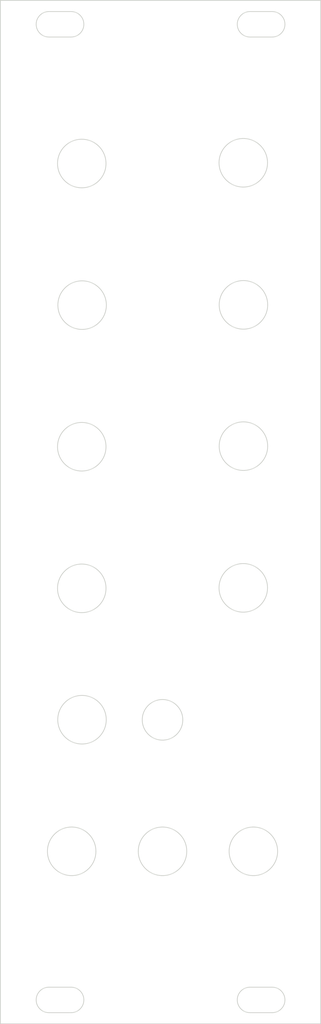
<source format=kicad_pcb>
(kicad_pcb (version 20171130) (host pcbnew "(5.1.10-1-10_14)")
  (layers (0 F.Cu signal) (31 B.Cu signal) (34 B.Paste user) (35 F.Paste user) (36 B.SilkS user) (37 F.SilkS user) (38 B.Mask user) (39 F.Mask user) (44 Edge.Cuts user))
  (net 0 "")
  (module kicad_panel:drawing (layer F.Cu) (at 134.747 100.2665)
    (fp_text reference Ref** hide)
    (fp_text value Val** hide)
    (fp_line (start -8.1332 42.591) (end -8.1372 42.748) (layer Edge.Cuts) (width 0.1))
    (fp_line (start -8.1372 42.748) (end -8.1489 42.903) (layer Edge.Cuts) (width 0.1))
    (fp_line (start -8.1489 42.903) (end -8.1683 43.056) (layer Edge.Cuts) (width 0.1))
    (fp_line (start -8.1683 43.056) (end -8.1952 43.206) (layer Edge.Cuts) (width 0.1))
    (fp_line (start -8.1952 43.206) (end -8.2292 43.354) (layer Edge.Cuts) (width 0.1))
    (fp_line (start -8.2292 43.354) (end -8.2703 43.498) (layer Edge.Cuts) (width 0.1))
    (fp_line (start -8.2703 43.498) (end -8.3183 43.64) (layer Edge.Cuts) (width 0.1))
    (fp_line (start -8.3183 43.64) (end -8.3729 43.778) (layer Edge.Cuts) (width 0.1))
    (fp_line (start -8.3729 43.778) (end -8.434 43.914) (layer Edge.Cuts) (width 0.1))
    (fp_line (start -8.434 43.914) (end -8.5013 44.045) (layer Edge.Cuts) (width 0.1))
    (fp_line (start -8.5013 44.045) (end -8.5748 44.173) (layer Edge.Cuts) (width 0.1))
    (fp_line (start -8.5748 44.173) (end -8.6541 44.297) (layer Edge.Cuts) (width 0.1))
    (fp_line (start -8.6541 44.297) (end -8.7391 44.416) (layer Edge.Cuts) (width 0.1))
    (fp_line (start -8.7391 44.416) (end -8.8297 44.531) (layer Edge.Cuts) (width 0.1))
    (fp_line (start -8.8297 44.531) (end -8.9256 44.642) (layer Edge.Cuts) (width 0.1))
    (fp_line (start -8.9256 44.642) (end -9.0265 44.748) (layer Edge.Cuts) (width 0.1))
    (fp_line (start -9.0265 44.748) (end -9.1325 44.849) (layer Edge.Cuts) (width 0.1))
    (fp_line (start -9.1325 44.849) (end -9.2431 44.945) (layer Edge.Cuts) (width 0.1))
    (fp_line (start -9.2431 44.945) (end -9.3584 45.036) (layer Edge.Cuts) (width 0.1))
    (fp_line (start -9.3584 45.036) (end -9.478 45.121) (layer Edge.Cuts) (width 0.1))
    (fp_line (start -9.478 45.121) (end -9.6017 45.2) (layer Edge.Cuts) (width 0.1))
    (fp_line (start -9.6017 45.2) (end -9.7294 45.273) (layer Edge.Cuts) (width 0.1))
    (fp_line (start -9.7294 45.273) (end -9.861 45.341) (layer Edge.Cuts) (width 0.1))
    (fp_line (start -9.861 45.341) (end -9.9961 45.402) (layer Edge.Cuts) (width 0.1))
    (fp_line (start -9.9961 45.402) (end -10.1346 45.456) (layer Edge.Cuts) (width 0.1))
    (fp_line (start -10.1346 45.456) (end -10.27629 45.504) (layer Edge.Cuts) (width 0.1))
    (fp_line (start -10.27629 45.504) (end -10.42104 45.546) (layer Edge.Cuts) (width 0.1))
    (fp_line (start -10.42104 45.546) (end -10.5686 45.58) (layer Edge.Cuts) (width 0.1))
    (fp_line (start -10.5686 45.58) (end -10.7188 45.606) (layer Edge.Cuts) (width 0.1))
    (fp_line (start -10.7188 45.606) (end -10.87145 45.626) (layer Edge.Cuts) (width 0.1))
    (fp_line (start -10.87145 45.626) (end -11.02634 45.638) (layer Edge.Cuts) (width 0.1))
    (fp_line (start -11.02634 45.638) (end -11.1833 45.642) (layer Edge.Cuts) (width 0.1))
    (fp_line (start -11.1833 45.642) (end -11.34023 45.638) (layer Edge.Cuts) (width 0.1))
    (fp_line (start -11.34023 45.638) (end -11.49509 45.626) (layer Edge.Cuts) (width 0.1))
    (fp_line (start -11.49509 45.626) (end -11.64771 45.606) (layer Edge.Cuts) (width 0.1))
    (fp_line (start -11.64771 45.606) (end -11.79787 45.58) (layer Edge.Cuts) (width 0.1))
    (fp_line (start -11.79787 45.58) (end -11.94544 45.546) (layer Edge.Cuts) (width 0.1))
    (fp_line (start -11.94544 45.546) (end -12.09015 45.504) (layer Edge.Cuts) (width 0.1))
    (fp_line (start -12.09015 45.504) (end -12.23183 45.456) (layer Edge.Cuts) (width 0.1))
    (fp_line (start -12.23183 45.456) (end -12.37033 45.402) (layer Edge.Cuts) (width 0.1))
    (fp_line (start -12.37033 45.402) (end -12.5054 45.341) (layer Edge.Cuts) (width 0.1))
    (fp_line (start -12.5054 45.341) (end -12.63692 45.273) (layer Edge.Cuts) (width 0.1))
    (fp_line (start -12.63692 45.273) (end -12.76463 45.2) (layer Edge.Cuts) (width 0.1))
    (fp_line (start -12.76463 45.2) (end -12.88838 45.121) (layer Edge.Cuts) (width 0.1))
    (fp_line (start -12.88838 45.121) (end -13.00794 45.036) (layer Edge.Cuts) (width 0.1))
    (fp_line (start -13.00794 45.036) (end -13.12315 44.945) (layer Edge.Cuts) (width 0.1))
    (fp_line (start -13.12315 44.945) (end -13.23382 44.849) (layer Edge.Cuts) (width 0.1))
    (fp_line (start -13.23382 44.849) (end -13.33976 44.748) (layer Edge.Cuts) (width 0.1))
    (fp_line (start -13.33976 44.748) (end -13.44072 44.642) (layer Edge.Cuts) (width 0.1))
    (fp_line (start -13.44072 44.642) (end -13.53657 44.531) (layer Edge.Cuts) (width 0.1))
    (fp_line (start -13.53657 44.531) (end -13.62713 44.416) (layer Edge.Cuts) (width 0.1))
    (fp_line (start -13.62713 44.416) (end -13.71215 44.297) (layer Edge.Cuts) (width 0.1))
    (fp_line (start -13.71215 44.297) (end -13.79149 44.173) (layer Edge.Cuts) (width 0.1))
    (fp_line (start -13.79149 44.173) (end -13.86494 44.045) (layer Edge.Cuts) (width 0.1))
    (fp_line (start -13.86494 44.045) (end -13.93229 43.914) (layer Edge.Cuts) (width 0.1))
    (fp_line (start -13.93229 43.914) (end -13.99339 43.778) (layer Edge.Cuts) (width 0.1))
    (fp_line (start -13.99339 43.778) (end -14.048 43.64) (layer Edge.Cuts) (width 0.1))
    (fp_line (start -14.048 43.64) (end -14.09594 43.498) (layer Edge.Cuts) (width 0.1))
    (fp_line (start -14.09594 43.498) (end -14.13704 43.354) (layer Edge.Cuts) (width 0.1))
    (fp_line (start -14.13704 43.354) (end -14.17108 43.206) (layer Edge.Cuts) (width 0.1))
    (fp_line (start -14.17108 43.206) (end -14.19793 43.056) (layer Edge.Cuts) (width 0.1))
    (fp_line (start -14.19793 43.056) (end -14.21733 42.903) (layer Edge.Cuts) (width 0.1))
    (fp_line (start -14.21733 42.903) (end -14.22908 42.748) (layer Edge.Cuts) (width 0.1))
    (fp_line (start -14.22908 42.748) (end -14.23307 42.591) (layer Edge.Cuts) (width 0.1))
    (fp_line (start -14.23307 42.591) (end -14.22908 42.434) (layer Edge.Cuts) (width 0.1))
    (fp_line (start -14.22908 42.434) (end -14.21733 42.28) (layer Edge.Cuts) (width 0.1))
    (fp_line (start -14.21733 42.28) (end -14.19793 42.127) (layer Edge.Cuts) (width 0.1))
    (fp_line (start -14.19793 42.127) (end -14.17108 41.977) (layer Edge.Cuts) (width 0.1))
    (fp_line (start -14.17108 41.977) (end -14.13704 41.829) (layer Edge.Cuts) (width 0.1))
    (fp_line (start -14.13704 41.829) (end -14.09594 41.684) (layer Edge.Cuts) (width 0.1))
    (fp_line (start -14.09594 41.684) (end -14.048 41.543) (layer Edge.Cuts) (width 0.1))
    (fp_line (start -14.048 41.543) (end -13.99339 41.404) (layer Edge.Cuts) (width 0.1))
    (fp_line (start -13.99339 41.404) (end -13.93229 41.269) (layer Edge.Cuts) (width 0.1))
    (fp_line (start -13.93229 41.269) (end -13.86494 41.138) (layer Edge.Cuts) (width 0.1))
    (fp_line (start -13.86494 41.138) (end -13.79149 41.01) (layer Edge.Cuts) (width 0.1))
    (fp_line (start -13.79149 41.01) (end -13.71215 40.886) (layer Edge.Cuts) (width 0.1))
    (fp_line (start -13.71215 40.886) (end -13.62713 40.766) (layer Edge.Cuts) (width 0.1))
    (fp_line (start -13.62713 40.766) (end -13.53657 40.651) (layer Edge.Cuts) (width 0.1))
    (fp_line (start -13.53657 40.651) (end -13.44072 40.541) (layer Edge.Cuts) (width 0.1))
    (fp_line (start -13.44072 40.541) (end -13.33976 40.435) (layer Edge.Cuts) (width 0.1))
    (fp_line (start -13.33976 40.435) (end -13.23382 40.334) (layer Edge.Cuts) (width 0.1))
    (fp_line (start -13.23382 40.334) (end -13.12315 40.238) (layer Edge.Cuts) (width 0.1))
    (fp_line (start -13.12315 40.238) (end -13.00794 40.147) (layer Edge.Cuts) (width 0.1))
    (fp_line (start -13.00794 40.147) (end -12.88838 40.062) (layer Edge.Cuts) (width 0.1))
    (fp_line (start -12.88838 40.062) (end -12.76463 39.983) (layer Edge.Cuts) (width 0.1))
    (fp_line (start -12.76463 39.983) (end -12.63692 39.909) (layer Edge.Cuts) (width 0.1))
    (fp_line (start -12.63692 39.909) (end -12.5054 39.842) (layer Edge.Cuts) (width 0.1))
    (fp_line (start -12.5054 39.842) (end -12.37033 39.781) (layer Edge.Cuts) (width 0.1))
    (fp_line (start -12.37033 39.781) (end -12.23183 39.726) (layer Edge.Cuts) (width 0.1))
    (fp_line (start -12.23183 39.726) (end -12.09015 39.678) (layer Edge.Cuts) (width 0.1))
    (fp_line (start -12.09015 39.678) (end -11.94544 39.637) (layer Edge.Cuts) (width 0.1))
    (fp_line (start -11.94544 39.637) (end -11.79787 39.603) (layer Edge.Cuts) (width 0.1))
    (fp_line (start -11.79787 39.603) (end -11.64771 39.576) (layer Edge.Cuts) (width 0.1))
    (fp_line (start -11.64771 39.576) (end -11.49509 39.557) (layer Edge.Cuts) (width 0.1))
    (fp_line (start -11.49509 39.557) (end -11.34023 39.545) (layer Edge.Cuts) (width 0.1))
    (fp_line (start -11.34023 39.545) (end -11.1833 39.541) (layer Edge.Cuts) (width 0.1))
    (fp_line (start -11.1833 39.541) (end -11.02634 39.545) (layer Edge.Cuts) (width 0.1))
    (fp_line (start -11.02634 39.545) (end -10.87145 39.557) (layer Edge.Cuts) (width 0.1))
    (fp_line (start -10.87145 39.557) (end -10.7188 39.576) (layer Edge.Cuts) (width 0.1))
    (fp_line (start -10.7188 39.576) (end -10.5686 39.603) (layer Edge.Cuts) (width 0.1))
    (fp_line (start -10.5686 39.603) (end -10.42104 39.637) (layer Edge.Cuts) (width 0.1))
    (fp_line (start -10.42104 39.637) (end -10.27629 39.678) (layer Edge.Cuts) (width 0.1))
    (fp_line (start -10.27629 39.678) (end -10.1346 39.726) (layer Edge.Cuts) (width 0.1))
    (fp_line (start -10.1346 39.726) (end -9.9961 39.781) (layer Edge.Cuts) (width 0.1))
    (fp_line (start -9.9961 39.781) (end -9.861 39.842) (layer Edge.Cuts) (width 0.1))
    (fp_line (start -9.861 39.842) (end -9.7294 39.909) (layer Edge.Cuts) (width 0.1))
    (fp_line (start -9.7294 39.909) (end -9.6017 39.983) (layer Edge.Cuts) (width 0.1))
    (fp_line (start -9.6017 39.983) (end -9.478 40.062) (layer Edge.Cuts) (width 0.1))
    (fp_line (start -9.478 40.062) (end -9.3584 40.147) (layer Edge.Cuts) (width 0.1))
    (fp_line (start -9.3584 40.147) (end -9.2431 40.238) (layer Edge.Cuts) (width 0.1))
    (fp_line (start -9.2431 40.238) (end -9.1325 40.334) (layer Edge.Cuts) (width 0.1))
    (fp_line (start -9.1325 40.334) (end -9.0266 40.435) (layer Edge.Cuts) (width 0.1))
    (fp_line (start -9.0266 40.435) (end -8.9256 40.541) (layer Edge.Cuts) (width 0.1))
    (fp_line (start -8.9256 40.541) (end -8.8297 40.651) (layer Edge.Cuts) (width 0.1))
    (fp_line (start -8.8297 40.651) (end -8.7391 40.766) (layer Edge.Cuts) (width 0.1))
    (fp_line (start -8.7391 40.766) (end -8.6541 40.886) (layer Edge.Cuts) (width 0.1))
    (fp_line (start -8.6541 40.886) (end -8.5748 41.01) (layer Edge.Cuts) (width 0.1))
    (fp_line (start -8.5748 41.01) (end -8.5013 41.138) (layer Edge.Cuts) (width 0.1))
    (fp_line (start -8.5013 41.138) (end -8.434 41.269) (layer Edge.Cuts) (width 0.1))
    (fp_line (start -8.434 41.269) (end -8.3729 41.404) (layer Edge.Cuts) (width 0.1))
    (fp_line (start -8.3729 41.404) (end -8.3183 41.543) (layer Edge.Cuts) (width 0.1))
    (fp_line (start -8.3183 41.543) (end -8.2703 41.684) (layer Edge.Cuts) (width 0.1))
    (fp_line (start -8.2703 41.684) (end -8.2292 41.829) (layer Edge.Cuts) (width 0.1))
    (fp_line (start -8.2292 41.829) (end -8.1952 41.977) (layer Edge.Cuts) (width 0.1))
    (fp_line (start -8.1952 41.977) (end -8.1683 42.127) (layer Edge.Cuts) (width 0.1))
    (fp_line (start -8.1683 42.127) (end -8.1489 42.28) (layer Edge.Cuts) (width 0.1))
    (fp_line (start -8.1489 42.28) (end -8.1372 42.434) (layer Edge.Cuts) (width 0.1))
    (fp_line (start -8.1372 42.434) (end -8.1332 42.591) (layer Edge.Cuts) (width 0.1))
    (fp_line (start -8.1332 42.591) (end -8.1332 42.591) (layer Edge.Cuts) (width 0.1))
    (fp_line (start -8.1332 42.591) (end -8.1332 42.591) (layer Edge.Cuts) (width 0.1))
    (fp_line (start 3.297 42.591) (end 3.293 42.748) (layer Edge.Cuts) (width 0.1))
    (fp_line (start 3.293 42.748) (end 3.2812 42.903) (layer Edge.Cuts) (width 0.1))
    (fp_line (start 3.2812 42.903) (end 3.2618 43.056) (layer Edge.Cuts) (width 0.1))
    (fp_line (start 3.2618 43.056) (end 3.235 43.206) (layer Edge.Cuts) (width 0.1))
    (fp_line (start 3.235 43.206) (end 3.2009 43.354) (layer Edge.Cuts) (width 0.1))
    (fp_line (start 3.2009 43.354) (end 3.1598 43.498) (layer Edge.Cuts) (width 0.1))
    (fp_line (start 3.1598 43.498) (end 3.1119 43.64) (layer Edge.Cuts) (width 0.1))
    (fp_line (start 3.1119 43.64) (end 3.0573 43.778) (layer Edge.Cuts) (width 0.1))
    (fp_line (start 3.0573 43.778) (end 2.9962 43.914) (layer Edge.Cuts) (width 0.1))
    (fp_line (start 2.9962 43.914) (end 2.9288 44.045) (layer Edge.Cuts) (width 0.1))
    (fp_line (start 2.9288 44.045) (end 2.8554 44.173) (layer Edge.Cuts) (width 0.1))
    (fp_line (start 2.8554 44.173) (end 2.776 44.297) (layer Edge.Cuts) (width 0.1))
    (fp_line (start 2.776 44.297) (end 2.691 44.416) (layer Edge.Cuts) (width 0.1))
    (fp_line (start 2.691 44.416) (end 2.6005 44.531) (layer Edge.Cuts) (width 0.1))
    (fp_line (start 2.6005 44.531) (end 2.5046 44.642) (layer Edge.Cuts) (width 0.1))
    (fp_line (start 2.5046 44.642) (end 2.4036 44.748) (layer Edge.Cuts) (width 0.1))
    (fp_line (start 2.4036 44.748) (end 2.2977 44.849) (layer Edge.Cuts) (width 0.1))
    (fp_line (start 2.2977 44.849) (end 2.187 44.945) (layer Edge.Cuts) (width 0.1))
    (fp_line (start 2.187 44.945) (end 2.0718 45.036) (layer Edge.Cuts) (width 0.1))
    (fp_line (start 2.0718 45.036) (end 1.9522 45.121) (layer Edge.Cuts) (width 0.1))
    (fp_line (start 1.9522 45.121) (end 1.8284 45.2) (layer Edge.Cuts) (width 0.1))
    (fp_line (start 1.8284 45.2) (end 1.7007 45.273) (layer Edge.Cuts) (width 0.1))
    (fp_line (start 1.7007 45.273) (end 1.5692 45.341) (layer Edge.Cuts) (width 0.1))
    (fp_line (start 1.5692 45.341) (end 1.4341 45.402) (layer Edge.Cuts) (width 0.1))
    (fp_line (start 1.4341 45.402) (end 1.2956 45.456) (layer Edge.Cuts) (width 0.1))
    (fp_line (start 1.2956 45.456) (end 1.1538 45.504) (layer Edge.Cuts) (width 0.1))
    (fp_line (start 1.1538 45.504) (end 1.0091 45.546) (layer Edge.Cuts) (width 0.1))
    (fp_line (start 1.0091 45.546) (end 0.8615 45.58) (layer Edge.Cuts) (width 0.1))
    (fp_line (start 0.8615 45.58) (end 0.7113 45.606) (layer Edge.Cuts) (width 0.1))
    (fp_line (start 0.7113 45.606) (end 0.5587 45.626) (layer Edge.Cuts) (width 0.1))
    (fp_line (start 0.5587 45.626) (end 0.4038 45.638) (layer Edge.Cuts) (width 0.1))
    (fp_line (start 0.4038 45.638) (end 0.2468 45.642) (layer Edge.Cuts) (width 0.1))
    (fp_line (start 0.2468 45.642) (end 0.0899 45.638) (layer Edge.Cuts) (width 0.1))
    (fp_line (start 0.0899 45.638) (end -0.065 45.626) (layer Edge.Cuts) (width 0.1))
    (fp_line (start -0.065 45.626) (end -0.2177 45.606) (layer Edge.Cuts) (width 0.1))
    (fp_line (start -0.2177 45.606) (end -0.3679 45.58) (layer Edge.Cuts) (width 0.1))
    (fp_line (start -0.3679 45.58) (end -0.5154 45.546) (layer Edge.Cuts) (width 0.1))
    (fp_line (start -0.5154 45.546) (end -0.6602 45.504) (layer Edge.Cuts) (width 0.1))
    (fp_line (start -0.6602 45.504) (end -0.8019 45.456) (layer Edge.Cuts) (width 0.1))
    (fp_line (start -0.8019 45.456) (end -0.9404 45.402) (layer Edge.Cuts) (width 0.1))
    (fp_line (start -0.9404 45.402) (end -1.0755 45.341) (layer Edge.Cuts) (width 0.1))
    (fp_line (start -1.0755 45.341) (end -1.207 45.273) (layer Edge.Cuts) (width 0.1))
    (fp_line (start -1.207 45.273) (end -1.3347 45.2) (layer Edge.Cuts) (width 0.1))
    (fp_line (start -1.3347 45.2) (end -1.4585 45.121) (layer Edge.Cuts) (width 0.1))
    (fp_line (start -1.4585 45.121) (end -1.5781 45.036) (layer Edge.Cuts) (width 0.1))
    (fp_line (start -1.5781 45.036) (end -1.6933 44.945) (layer Edge.Cuts) (width 0.1))
    (fp_line (start -1.6933 44.945) (end -1.804 44.849) (layer Edge.Cuts) (width 0.1))
    (fp_line (start -1.804 44.849) (end -1.9099 44.748) (layer Edge.Cuts) (width 0.1))
    (fp_line (start -1.9099 44.748) (end -2.0109 44.642) (layer Edge.Cuts) (width 0.1))
    (fp_line (start -2.0109 44.642) (end -2.1068 44.531) (layer Edge.Cuts) (width 0.1))
    (fp_line (start -2.1068 44.531) (end -2.1973 44.416) (layer Edge.Cuts) (width 0.1))
    (fp_line (start -2.1973 44.416) (end -2.2824 44.297) (layer Edge.Cuts) (width 0.1))
    (fp_line (start -2.2824 44.297) (end -2.3617 44.173) (layer Edge.Cuts) (width 0.1))
    (fp_line (start -2.3617 44.173) (end -2.4351 44.045) (layer Edge.Cuts) (width 0.1))
    (fp_line (start -2.4351 44.045) (end -2.5025 43.914) (layer Edge.Cuts) (width 0.1))
    (fp_line (start -2.5025 43.914) (end -2.5636 43.778) (layer Edge.Cuts) (width 0.1))
    (fp_line (start -2.5636 43.778) (end -2.6182 43.64) (layer Edge.Cuts) (width 0.1))
    (fp_line (start -2.6182 43.64) (end -2.6661 43.498) (layer Edge.Cuts) (width 0.1))
    (fp_line (start -2.6661 43.498) (end -2.7072 43.354) (layer Edge.Cuts) (width 0.1))
    (fp_line (start -2.7072 43.354) (end -2.7413 43.206) (layer Edge.Cuts) (width 0.1))
    (fp_line (start -2.7413 43.206) (end -2.7681 43.056) (layer Edge.Cuts) (width 0.1))
    (fp_line (start -2.7681 43.056) (end -2.7875 42.903) (layer Edge.Cuts) (width 0.1))
    (fp_line (start -2.7875 42.903) (end -2.7993 42.748) (layer Edge.Cuts) (width 0.1))
    (fp_line (start -2.7993 42.748) (end -2.8033 42.591) (layer Edge.Cuts) (width 0.1))
    (fp_line (start -2.8033 42.591) (end -2.7993 42.434) (layer Edge.Cuts) (width 0.1))
    (fp_line (start -2.7993 42.434) (end -2.7875 42.28) (layer Edge.Cuts) (width 0.1))
    (fp_line (start -2.7875 42.28) (end -2.7681 42.127) (layer Edge.Cuts) (width 0.1))
    (fp_line (start -2.7681 42.127) (end -2.7413 41.977) (layer Edge.Cuts) (width 0.1))
    (fp_line (start -2.7413 41.977) (end -2.7072 41.829) (layer Edge.Cuts) (width 0.1))
    (fp_line (start -2.7072 41.829) (end -2.6661 41.684) (layer Edge.Cuts) (width 0.1))
    (fp_line (start -2.6661 41.684) (end -2.6182 41.543) (layer Edge.Cuts) (width 0.1))
    (fp_line (start -2.6182 41.543) (end -2.5636 41.404) (layer Edge.Cuts) (width 0.1))
    (fp_line (start -2.5636 41.404) (end -2.5025 41.269) (layer Edge.Cuts) (width 0.1))
    (fp_line (start -2.5025 41.269) (end -2.4351 41.138) (layer Edge.Cuts) (width 0.1))
    (fp_line (start -2.4351 41.138) (end -2.3617 41.01) (layer Edge.Cuts) (width 0.1))
    (fp_line (start -2.3617 41.01) (end -2.2824 40.886) (layer Edge.Cuts) (width 0.1))
    (fp_line (start -2.2824 40.886) (end -2.1973 40.766) (layer Edge.Cuts) (width 0.1))
    (fp_line (start -2.1973 40.766) (end -2.1068 40.651) (layer Edge.Cuts) (width 0.1))
    (fp_line (start -2.1068 40.651) (end -2.0109 40.541) (layer Edge.Cuts) (width 0.1))
    (fp_line (start -2.0109 40.541) (end -1.9099 40.435) (layer Edge.Cuts) (width 0.1))
    (fp_line (start -1.9099 40.435) (end -1.804 40.334) (layer Edge.Cuts) (width 0.1))
    (fp_line (start -1.804 40.334) (end -1.6933 40.238) (layer Edge.Cuts) (width 0.1))
    (fp_line (start -1.6933 40.238) (end -1.5781 40.147) (layer Edge.Cuts) (width 0.1))
    (fp_line (start -1.5781 40.147) (end -1.4585 40.062) (layer Edge.Cuts) (width 0.1))
    (fp_line (start -1.4585 40.062) (end -1.3347 39.983) (layer Edge.Cuts) (width 0.1))
    (fp_line (start -1.3347 39.983) (end -1.207 39.909) (layer Edge.Cuts) (width 0.1))
    (fp_line (start -1.207 39.909) (end -1.0755 39.842) (layer Edge.Cuts) (width 0.1))
    (fp_line (start -1.0755 39.842) (end -0.9404 39.781) (layer Edge.Cuts) (width 0.1))
    (fp_line (start -0.9404 39.781) (end -0.8019 39.726) (layer Edge.Cuts) (width 0.1))
    (fp_line (start -0.8019 39.726) (end -0.6602 39.678) (layer Edge.Cuts) (width 0.1))
    (fp_line (start -0.6602 39.678) (end -0.5154 39.637) (layer Edge.Cuts) (width 0.1))
    (fp_line (start -0.5154 39.637) (end -0.3679 39.603) (layer Edge.Cuts) (width 0.1))
    (fp_line (start -0.3679 39.603) (end -0.2177 39.576) (layer Edge.Cuts) (width 0.1))
    (fp_line (start -0.2177 39.576) (end -0.065 39.557) (layer Edge.Cuts) (width 0.1))
    (fp_line (start -0.065 39.557) (end 0.0899 39.545) (layer Edge.Cuts) (width 0.1))
    (fp_line (start 0.0899 39.545) (end 0.2468 39.541) (layer Edge.Cuts) (width 0.1))
    (fp_line (start 0.2468 39.541) (end 0.4038 39.545) (layer Edge.Cuts) (width 0.1))
    (fp_line (start 0.4038 39.545) (end 0.5587 39.557) (layer Edge.Cuts) (width 0.1))
    (fp_line (start 0.5587 39.557) (end 0.7113 39.576) (layer Edge.Cuts) (width 0.1))
    (fp_line (start 0.7113 39.576) (end 0.8615 39.603) (layer Edge.Cuts) (width 0.1))
    (fp_line (start 0.8615 39.603) (end 1.0091 39.637) (layer Edge.Cuts) (width 0.1))
    (fp_line (start 1.0091 39.637) (end 1.1538 39.678) (layer Edge.Cuts) (width 0.1))
    (fp_line (start 1.1538 39.678) (end 1.2956 39.726) (layer Edge.Cuts) (width 0.1))
    (fp_line (start 1.2956 39.726) (end 1.4341 39.781) (layer Edge.Cuts) (width 0.1))
    (fp_line (start 1.4341 39.781) (end 1.5692 39.842) (layer Edge.Cuts) (width 0.1))
    (fp_line (start 1.5692 39.842) (end 1.7007 39.909) (layer Edge.Cuts) (width 0.1))
    (fp_line (start 1.7007 39.909) (end 1.8284 39.983) (layer Edge.Cuts) (width 0.1))
    (fp_line (start 1.8284 39.983) (end 1.9522 40.062) (layer Edge.Cuts) (width 0.1))
    (fp_line (start 1.9522 40.062) (end 2.0718 40.147) (layer Edge.Cuts) (width 0.1))
    (fp_line (start 2.0718 40.147) (end 2.187 40.238) (layer Edge.Cuts) (width 0.1))
    (fp_line (start 2.187 40.238) (end 2.2977 40.334) (layer Edge.Cuts) (width 0.1))
    (fp_line (start 2.2977 40.334) (end 2.4036 40.435) (layer Edge.Cuts) (width 0.1))
    (fp_line (start 2.4036 40.435) (end 2.5046 40.541) (layer Edge.Cuts) (width 0.1))
    (fp_line (start 2.5046 40.541) (end 2.6005 40.651) (layer Edge.Cuts) (width 0.1))
    (fp_line (start 2.6005 40.651) (end 2.691 40.766) (layer Edge.Cuts) (width 0.1))
    (fp_line (start 2.691 40.766) (end 2.776 40.886) (layer Edge.Cuts) (width 0.1))
    (fp_line (start 2.776 40.886) (end 2.8554 41.01) (layer Edge.Cuts) (width 0.1))
    (fp_line (start 2.8554 41.01) (end 2.9288 41.138) (layer Edge.Cuts) (width 0.1))
    (fp_line (start 2.9288 41.138) (end 2.9962 41.269) (layer Edge.Cuts) (width 0.1))
    (fp_line (start 2.9962 41.269) (end 3.0573 41.404) (layer Edge.Cuts) (width 0.1))
    (fp_line (start 3.0573 41.404) (end 3.1119 41.543) (layer Edge.Cuts) (width 0.1))
    (fp_line (start 3.1119 41.543) (end 3.1598 41.684) (layer Edge.Cuts) (width 0.1))
    (fp_line (start 3.1598 41.684) (end 3.2009 41.829) (layer Edge.Cuts) (width 0.1))
    (fp_line (start 3.2009 41.829) (end 3.235 41.977) (layer Edge.Cuts) (width 0.1))
    (fp_line (start 3.235 41.977) (end 3.2618 42.127) (layer Edge.Cuts) (width 0.1))
    (fp_line (start 3.2618 42.127) (end 3.2812 42.28) (layer Edge.Cuts) (width 0.1))
    (fp_line (start 3.2812 42.28) (end 3.293 42.434) (layer Edge.Cuts) (width 0.1))
    (fp_line (start 3.293 42.434) (end 3.297 42.591) (layer Edge.Cuts) (width 0.1))
    (fp_line (start 3.297 42.591) (end 3.297 42.591) (layer Edge.Cuts) (width 0.1))
    (fp_line (start 3.297 42.591) (end 3.297 42.591) (layer Edge.Cuts) (width 0.1))
    (fp_line (start 14.7268 42.591) (end 14.7228 42.748) (layer Edge.Cuts) (width 0.1))
    (fp_line (start 14.7228 42.748) (end 14.711 42.903) (layer Edge.Cuts) (width 0.1))
    (fp_line (start 14.711 42.903) (end 14.6916 43.056) (layer Edge.Cuts) (width 0.1))
    (fp_line (start 14.6916 43.056) (end 14.6648 43.206) (layer Edge.Cuts) (width 0.1))
    (fp_line (start 14.6648 43.206) (end 14.6307 43.354) (layer Edge.Cuts) (width 0.1))
    (fp_line (start 14.6307 43.354) (end 14.5896 43.498) (layer Edge.Cuts) (width 0.1))
    (fp_line (start 14.5896 43.498) (end 14.5417 43.64) (layer Edge.Cuts) (width 0.1))
    (fp_line (start 14.5417 43.64) (end 14.4871 43.778) (layer Edge.Cuts) (width 0.1))
    (fp_line (start 14.4871 43.778) (end 14.426 43.914) (layer Edge.Cuts) (width 0.1))
    (fp_line (start 14.426 43.914) (end 14.3587 44.045) (layer Edge.Cuts) (width 0.1))
    (fp_line (start 14.3587 44.045) (end 14.2853 44.173) (layer Edge.Cuts) (width 0.1))
    (fp_line (start 14.2853 44.173) (end 14.2059 44.297) (layer Edge.Cuts) (width 0.1))
    (fp_line (start 14.2059 44.297) (end 14.1209 44.416) (layer Edge.Cuts) (width 0.1))
    (fp_line (start 14.1209 44.416) (end 14.0304 44.531) (layer Edge.Cuts) (width 0.1))
    (fp_line (start 14.0304 44.531) (end 13.9345 44.642) (layer Edge.Cuts) (width 0.1))
    (fp_line (start 13.9345 44.642) (end 13.8335 44.748) (layer Edge.Cuts) (width 0.1))
    (fp_line (start 13.8335 44.748) (end 13.7276 44.849) (layer Edge.Cuts) (width 0.1))
    (fp_line (start 13.7276 44.849) (end 13.6169 44.945) (layer Edge.Cuts) (width 0.1))
    (fp_line (start 13.6169 44.945) (end 13.5017 45.036) (layer Edge.Cuts) (width 0.1))
    (fp_line (start 13.5017 45.036) (end 13.3821 45.121) (layer Edge.Cuts) (width 0.1))
    (fp_line (start 13.3821 45.121) (end 13.2584 45.2) (layer Edge.Cuts) (width 0.1))
    (fp_line (start 13.2584 45.2) (end 13.1307 45.273) (layer Edge.Cuts) (width 0.1))
    (fp_line (start 13.1307 45.273) (end 12.9991 45.341) (layer Edge.Cuts) (width 0.1))
    (fp_line (start 12.9991 45.341) (end 12.864 45.402) (layer Edge.Cuts) (width 0.1))
    (fp_line (start 12.864 45.402) (end 12.7255 45.456) (layer Edge.Cuts) (width 0.1))
    (fp_line (start 12.7255 45.456) (end 12.5838 45.504) (layer Edge.Cuts) (width 0.1))
    (fp_line (start 12.5838 45.504) (end 12.439 45.546) (layer Edge.Cuts) (width 0.1))
    (fp_line (start 12.439 45.546) (end 12.2914 45.58) (layer Edge.Cuts) (width 0.1))
    (fp_line (start 12.2914 45.58) (end 12.1412 45.606) (layer Edge.Cuts) (width 0.1))
    (fp_line (start 12.1412 45.606) (end 11.9885 45.626) (layer Edge.Cuts) (width 0.1))
    (fp_line (start 11.9885 45.626) (end 11.8336 45.638) (layer Edge.Cuts) (width 0.1))
    (fp_line (start 11.8336 45.638) (end 11.6766 45.642) (layer Edge.Cuts) (width 0.1))
    (fp_line (start 11.6766 45.642) (end 11.5197 45.638) (layer Edge.Cuts) (width 0.1))
    (fp_line (start 11.5197 45.638) (end 11.3648 45.626) (layer Edge.Cuts) (width 0.1))
    (fp_line (start 11.3648 45.626) (end 11.2122 45.606) (layer Edge.Cuts) (width 0.1))
    (fp_line (start 11.2122 45.606) (end 11.0621 45.58) (layer Edge.Cuts) (width 0.1))
    (fp_line (start 11.0621 45.58) (end 10.9145 45.546) (layer Edge.Cuts) (width 0.1))
    (fp_line (start 10.9145 45.546) (end 10.7698 45.504) (layer Edge.Cuts) (width 0.1))
    (fp_line (start 10.7698 45.504) (end 10.6281 45.456) (layer Edge.Cuts) (width 0.1))
    (fp_line (start 10.6281 45.456) (end 10.4896 45.402) (layer Edge.Cuts) (width 0.1))
    (fp_line (start 10.4896 45.402) (end 10.3545 45.341) (layer Edge.Cuts) (width 0.1))
    (fp_line (start 10.3545 45.341) (end 10.223 45.273) (layer Edge.Cuts) (width 0.1))
    (fp_line (start 10.223 45.273) (end 10.0953 45.2) (layer Edge.Cuts) (width 0.1))
    (fp_line (start 10.0953 45.2) (end 9.9716 45.121) (layer Edge.Cuts) (width 0.1))
    (fp_line (start 9.9716 45.121) (end 9.852 45.036) (layer Edge.Cuts) (width 0.1))
    (fp_line (start 9.852 45.036) (end 9.7368 44.945) (layer Edge.Cuts) (width 0.1))
    (fp_line (start 9.7368 44.945) (end 9.6261 44.849) (layer Edge.Cuts) (width 0.1))
    (fp_line (start 9.6261 44.849) (end 9.5202 44.748) (layer Edge.Cuts) (width 0.1))
    (fp_line (start 9.5202 44.748) (end 9.4192 44.642) (layer Edge.Cuts) (width 0.1))
    (fp_line (start 9.4192 44.642) (end 9.3234 44.531) (layer Edge.Cuts) (width 0.1))
    (fp_line (start 9.3234 44.531) (end 9.2328 44.416) (layer Edge.Cuts) (width 0.1))
    (fp_line (start 9.2328 44.416) (end 9.1478 44.297) (layer Edge.Cuts) (width 0.1))
    (fp_line (start 9.1478 44.297) (end 9.0684 44.173) (layer Edge.Cuts) (width 0.1))
    (fp_line (start 9.0684 44.173) (end 8.995 44.045) (layer Edge.Cuts) (width 0.1))
    (fp_line (start 8.995 44.045) (end 8.9277 43.914) (layer Edge.Cuts) (width 0.1))
    (fp_line (start 8.9277 43.914) (end 8.8666 43.778) (layer Edge.Cuts) (width 0.1))
    (fp_line (start 8.8666 43.778) (end 8.8119 43.64) (layer Edge.Cuts) (width 0.1))
    (fp_line (start 8.8119 43.64) (end 8.764 43.498) (layer Edge.Cuts) (width 0.1))
    (fp_line (start 8.764 43.498) (end 8.7229 43.354) (layer Edge.Cuts) (width 0.1))
    (fp_line (start 8.7229 43.354) (end 8.6889 43.206) (layer Edge.Cuts) (width 0.1))
    (fp_line (start 8.6889 43.206) (end 8.662 43.056) (layer Edge.Cuts) (width 0.1))
    (fp_line (start 8.662 43.056) (end 8.6426 42.903) (layer Edge.Cuts) (width 0.1))
    (fp_line (start 8.6426 42.903) (end 8.6309 42.748) (layer Edge.Cuts) (width 0.1))
    (fp_line (start 8.6309 42.748) (end 8.6269 42.591) (layer Edge.Cuts) (width 0.1))
    (fp_line (start 8.6269 42.591) (end 8.6309 42.434) (layer Edge.Cuts) (width 0.1))
    (fp_line (start 8.6309 42.434) (end 8.6426 42.28) (layer Edge.Cuts) (width 0.1))
    (fp_line (start 8.6426 42.28) (end 8.662 42.127) (layer Edge.Cuts) (width 0.1))
    (fp_line (start 8.662 42.127) (end 8.6889 41.977) (layer Edge.Cuts) (width 0.1))
    (fp_line (start 8.6889 41.977) (end 8.7229 41.829) (layer Edge.Cuts) (width 0.1))
    (fp_line (start 8.7229 41.829) (end 8.764 41.684) (layer Edge.Cuts) (width 0.1))
    (fp_line (start 8.764 41.684) (end 8.8119 41.543) (layer Edge.Cuts) (width 0.1))
    (fp_line (start 8.8119 41.543) (end 8.8666 41.404) (layer Edge.Cuts) (width 0.1))
    (fp_line (start 8.8666 41.404) (end 8.9277 41.269) (layer Edge.Cuts) (width 0.1))
    (fp_line (start 8.9277 41.269) (end 8.995 41.138) (layer Edge.Cuts) (width 0.1))
    (fp_line (start 8.995 41.138) (end 9.0684 41.01) (layer Edge.Cuts) (width 0.1))
    (fp_line (start 9.0684 41.01) (end 9.1478 40.886) (layer Edge.Cuts) (width 0.1))
    (fp_line (start 9.1478 40.886) (end 9.2328 40.766) (layer Edge.Cuts) (width 0.1))
    (fp_line (start 9.2328 40.766) (end 9.3234 40.651) (layer Edge.Cuts) (width 0.1))
    (fp_line (start 9.3234 40.651) (end 9.4192 40.541) (layer Edge.Cuts) (width 0.1))
    (fp_line (start 9.4192 40.541) (end 9.5202 40.435) (layer Edge.Cuts) (width 0.1))
    (fp_line (start 9.5202 40.435) (end 9.6261 40.334) (layer Edge.Cuts) (width 0.1))
    (fp_line (start 9.6261 40.334) (end 9.7368 40.238) (layer Edge.Cuts) (width 0.1))
    (fp_line (start 9.7368 40.238) (end 9.852 40.147) (layer Edge.Cuts) (width 0.1))
    (fp_line (start 9.852 40.147) (end 9.9716 40.062) (layer Edge.Cuts) (width 0.1))
    (fp_line (start 9.9716 40.062) (end 10.0953 39.983) (layer Edge.Cuts) (width 0.1))
    (fp_line (start 10.0953 39.983) (end 10.223 39.909) (layer Edge.Cuts) (width 0.1))
    (fp_line (start 10.223 39.909) (end 10.3545 39.842) (layer Edge.Cuts) (width 0.1))
    (fp_line (start 10.3545 39.842) (end 10.4896 39.781) (layer Edge.Cuts) (width 0.1))
    (fp_line (start 10.4896 39.781) (end 10.6281 39.726) (layer Edge.Cuts) (width 0.1))
    (fp_line (start 10.6281 39.726) (end 10.7698 39.678) (layer Edge.Cuts) (width 0.1))
    (fp_line (start 10.7698 39.678) (end 10.9145 39.637) (layer Edge.Cuts) (width 0.1))
    (fp_line (start 10.9145 39.637) (end 11.0621 39.603) (layer Edge.Cuts) (width 0.1))
    (fp_line (start 11.0621 39.603) (end 11.2122 39.576) (layer Edge.Cuts) (width 0.1))
    (fp_line (start 11.2122 39.576) (end 11.3648 39.557) (layer Edge.Cuts) (width 0.1))
    (fp_line (start 11.3648 39.557) (end 11.5197 39.545) (layer Edge.Cuts) (width 0.1))
    (fp_line (start 11.5197 39.545) (end 11.6766 39.541) (layer Edge.Cuts) (width 0.1))
    (fp_line (start 11.6766 39.541) (end 11.8336 39.545) (layer Edge.Cuts) (width 0.1))
    (fp_line (start 11.8336 39.545) (end 11.9885 39.557) (layer Edge.Cuts) (width 0.1))
    (fp_line (start 11.9885 39.557) (end 12.1412 39.576) (layer Edge.Cuts) (width 0.1))
    (fp_line (start 12.1412 39.576) (end 12.2914 39.603) (layer Edge.Cuts) (width 0.1))
    (fp_line (start 12.2914 39.603) (end 12.439 39.637) (layer Edge.Cuts) (width 0.1))
    (fp_line (start 12.439 39.637) (end 12.5838 39.678) (layer Edge.Cuts) (width 0.1))
    (fp_line (start 12.5838 39.678) (end 12.7255 39.726) (layer Edge.Cuts) (width 0.1))
    (fp_line (start 12.7255 39.726) (end 12.864 39.781) (layer Edge.Cuts) (width 0.1))
    (fp_line (start 12.864 39.781) (end 12.9991 39.842) (layer Edge.Cuts) (width 0.1))
    (fp_line (start 12.9991 39.842) (end 13.1307 39.909) (layer Edge.Cuts) (width 0.1))
    (fp_line (start 13.1307 39.909) (end 13.2584 39.983) (layer Edge.Cuts) (width 0.1))
    (fp_line (start 13.2584 39.983) (end 13.3821 40.062) (layer Edge.Cuts) (width 0.1))
    (fp_line (start 13.3821 40.062) (end 13.5017 40.147) (layer Edge.Cuts) (width 0.1))
    (fp_line (start 13.5017 40.147) (end 13.6169 40.238) (layer Edge.Cuts) (width 0.1))
    (fp_line (start 13.6169 40.238) (end 13.7276 40.334) (layer Edge.Cuts) (width 0.1))
    (fp_line (start 13.7276 40.334) (end 13.8335 40.435) (layer Edge.Cuts) (width 0.1))
    (fp_line (start 13.8335 40.435) (end 13.9345 40.541) (layer Edge.Cuts) (width 0.1))
    (fp_line (start 13.9345 40.541) (end 14.0304 40.651) (layer Edge.Cuts) (width 0.1))
    (fp_line (start 14.0304 40.651) (end 14.1209 40.766) (layer Edge.Cuts) (width 0.1))
    (fp_line (start 14.1209 40.766) (end 14.2059 40.886) (layer Edge.Cuts) (width 0.1))
    (fp_line (start 14.2059 40.886) (end 14.2853 41.01) (layer Edge.Cuts) (width 0.1))
    (fp_line (start 14.2853 41.01) (end 14.3587 41.138) (layer Edge.Cuts) (width 0.1))
    (fp_line (start 14.3587 41.138) (end 14.426 41.269) (layer Edge.Cuts) (width 0.1))
    (fp_line (start 14.426 41.269) (end 14.4871 41.404) (layer Edge.Cuts) (width 0.1))
    (fp_line (start 14.4871 41.404) (end 14.5417 41.543) (layer Edge.Cuts) (width 0.1))
    (fp_line (start 14.5417 41.543) (end 14.5896 41.684) (layer Edge.Cuts) (width 0.1))
    (fp_line (start 14.5896 41.684) (end 14.6307 41.829) (layer Edge.Cuts) (width 0.1))
    (fp_line (start 14.6307 41.829) (end 14.6648 41.977) (layer Edge.Cuts) (width 0.1))
    (fp_line (start 14.6648 41.977) (end 14.6916 42.127) (layer Edge.Cuts) (width 0.1))
    (fp_line (start 14.6916 42.127) (end 14.711 42.28) (layer Edge.Cuts) (width 0.1))
    (fp_line (start 14.711 42.28) (end 14.7228 42.434) (layer Edge.Cuts) (width 0.1))
    (fp_line (start 14.7228 42.434) (end 14.7268 42.591) (layer Edge.Cuts) (width 0.1))
    (fp_line (start 14.7268 42.591) (end 14.7268 42.591) (layer Edge.Cuts) (width 0.1))
    (fp_line (start 14.7268 42.591) (end 14.7268 42.591) (layer Edge.Cuts) (width 0.1))
    (fp_line (start -6.8631 -43.7687) (end -6.8671 -43.6118) (layer Edge.Cuts) (width 0.1))
    (fp_line (start -6.8671 -43.6118) (end -6.8789 -43.4569) (layer Edge.Cuts) (width 0.1))
    (fp_line (start -6.8789 -43.4569) (end -6.8983 -43.3042) (layer Edge.Cuts) (width 0.1))
    (fp_line (start -6.8983 -43.3042) (end -6.9251 -43.154) (layer Edge.Cuts) (width 0.1))
    (fp_line (start -6.9251 -43.154) (end -6.9592 -43.0065) (layer Edge.Cuts) (width 0.1))
    (fp_line (start -6.9592 -43.0065) (end -7.0003 -42.8617) (layer Edge.Cuts) (width 0.1))
    (fp_line (start -7.0003 -42.8617) (end -7.0482 -42.72) (layer Edge.Cuts) (width 0.1))
    (fp_line (start -7.0482 -42.72) (end -7.1028 -42.5815) (layer Edge.Cuts) (width 0.1))
    (fp_line (start -7.1028 -42.5815) (end -7.1639 -42.4464) (layer Edge.Cuts) (width 0.1))
    (fp_line (start -7.1639 -42.4464) (end -7.2313 -42.3149) (layer Edge.Cuts) (width 0.1))
    (fp_line (start -7.2313 -42.3149) (end -7.3047 -42.1872) (layer Edge.Cuts) (width 0.1))
    (fp_line (start -7.3047 -42.1872) (end -7.3841 -42.0634) (layer Edge.Cuts) (width 0.1))
    (fp_line (start -7.3841 -42.0634) (end -7.4691 -41.9438) (layer Edge.Cuts) (width 0.1))
    (fp_line (start -7.4691 -41.9438) (end -7.5596 -41.8286) (layer Edge.Cuts) (width 0.1))
    (fp_line (start -7.5596 -41.8286) (end -7.6555 -41.7179) (layer Edge.Cuts) (width 0.1))
    (fp_line (start -7.6555 -41.7179) (end -7.7565 -41.612) (layer Edge.Cuts) (width 0.1))
    (fp_line (start -7.7565 -41.612) (end -7.8624 -41.511) (layer Edge.Cuts) (width 0.1))
    (fp_line (start -7.8624 -41.511) (end -7.9731 -41.4151) (layer Edge.Cuts) (width 0.1))
    (fp_line (start -7.9731 -41.4151) (end -8.0883 -41.3246) (layer Edge.Cuts) (width 0.1))
    (fp_line (start -8.0883 -41.3246) (end -8.2079 -41.2395) (layer Edge.Cuts) (width 0.1))
    (fp_line (start -8.2079 -41.2395) (end -8.3317 -41.1602) (layer Edge.Cuts) (width 0.1))
    (fp_line (start -8.3317 -41.1602) (end -8.4594 -41.0868) (layer Edge.Cuts) (width 0.1))
    (fp_line (start -8.4594 -41.0868) (end -8.5909 -41.0194) (layer Edge.Cuts) (width 0.1))
    (fp_line (start -8.5909 -41.0194) (end -8.726 -40.9583) (layer Edge.Cuts) (width 0.1))
    (fp_line (start -8.726 -40.9583) (end -8.8645 -40.9037) (layer Edge.Cuts) (width 0.1))
    (fp_line (start -8.8645 -40.9037) (end -9.0063 -40.8558) (layer Edge.Cuts) (width 0.1))
    (fp_line (start -9.0063 -40.8558) (end -9.151 -40.8147) (layer Edge.Cuts) (width 0.1))
    (fp_line (start -9.151 -40.8147) (end -9.2986 -40.7806) (layer Edge.Cuts) (width 0.1))
    (fp_line (start -9.2986 -40.7806) (end -9.4488 -40.7538) (layer Edge.Cuts) (width 0.1))
    (fp_line (start -9.4488 -40.7538) (end -9.6014 -40.7344) (layer Edge.Cuts) (width 0.1))
    (fp_line (start -9.6014 -40.7344) (end -9.7563 -40.7226) (layer Edge.Cuts) (width 0.1))
    (fp_line (start -9.7563 -40.7226) (end -9.9133 -40.7186) (layer Edge.Cuts) (width 0.1))
    (fp_line (start -9.9133 -40.7186) (end -10.0702 -40.7226) (layer Edge.Cuts) (width 0.1))
    (fp_line (start -10.0702 -40.7226) (end -10.22506 -40.7344) (layer Edge.Cuts) (width 0.1))
    (fp_line (start -10.22506 -40.7344) (end -10.37767 -40.7538) (layer Edge.Cuts) (width 0.1))
    (fp_line (start -10.37767 -40.7538) (end -10.52784 -40.7806) (layer Edge.Cuts) (width 0.1))
    (fp_line (start -10.52784 -40.7806) (end -10.67541 -40.8147) (layer Edge.Cuts) (width 0.1))
    (fp_line (start -10.67541 -40.8147) (end -10.82012 -40.8558) (layer Edge.Cuts) (width 0.1))
    (fp_line (start -10.82012 -40.8558) (end -10.96176 -40.9037) (layer Edge.Cuts) (width 0.1))
    (fp_line (start -10.96176 -40.9037) (end -11.10026 -40.9583) (layer Edge.Cuts) (width 0.1))
    (fp_line (start -11.10026 -40.9583) (end -11.23534 -41.0194) (layer Edge.Cuts) (width 0.1))
    (fp_line (start -11.23534 -41.0194) (end -11.36686 -41.0868) (layer Edge.Cuts) (width 0.1))
    (fp_line (start -11.36686 -41.0868) (end -11.49456 -41.1602) (layer Edge.Cuts) (width 0.1))
    (fp_line (start -11.49456 -41.1602) (end -11.61832 -41.2395) (layer Edge.Cuts) (width 0.1))
    (fp_line (start -11.61832 -41.2395) (end -11.73787 -41.3246) (layer Edge.Cuts) (width 0.1))
    (fp_line (start -11.73787 -41.3246) (end -11.85309 -41.4151) (layer Edge.Cuts) (width 0.1))
    (fp_line (start -11.85309 -41.4151) (end -11.96376 -41.511) (layer Edge.Cuts) (width 0.1))
    (fp_line (start -11.96376 -41.511) (end -12.0697 -41.612) (layer Edge.Cuts) (width 0.1))
    (fp_line (start -12.0697 -41.612) (end -12.17066 -41.7179) (layer Edge.Cuts) (width 0.1))
    (fp_line (start -12.17066 -41.7179) (end -12.26651 -41.8286) (layer Edge.Cuts) (width 0.1))
    (fp_line (start -12.26651 -41.8286) (end -12.35707 -41.9438) (layer Edge.Cuts) (width 0.1))
    (fp_line (start -12.35707 -41.9438) (end -12.44209 -42.0634) (layer Edge.Cuts) (width 0.1))
    (fp_line (start -12.44209 -42.0634) (end -12.52143 -42.1872) (layer Edge.Cuts) (width 0.1))
    (fp_line (start -12.52143 -42.1872) (end -12.59488 -42.3149) (layer Edge.Cuts) (width 0.1))
    (fp_line (start -12.59488 -42.3149) (end -12.66222 -42.4464) (layer Edge.Cuts) (width 0.1))
    (fp_line (start -12.66222 -42.4464) (end -12.72332 -42.5815) (layer Edge.Cuts) (width 0.1))
    (fp_line (start -12.72332 -42.5815) (end -12.77793 -42.72) (layer Edge.Cuts) (width 0.1))
    (fp_line (start -12.77793 -42.72) (end -12.82587 -42.8617) (layer Edge.Cuts) (width 0.1))
    (fp_line (start -12.82587 -42.8617) (end -12.86697 -43.0065) (layer Edge.Cuts) (width 0.1))
    (fp_line (start -12.86697 -43.0065) (end -12.90102 -43.154) (layer Edge.Cuts) (width 0.1))
    (fp_line (start -12.90102 -43.154) (end -12.92786 -43.3042) (layer Edge.Cuts) (width 0.1))
    (fp_line (start -12.92786 -43.3042) (end -12.94726 -43.4569) (layer Edge.Cuts) (width 0.1))
    (fp_line (start -12.94726 -43.4569) (end -12.95901 -43.6118) (layer Edge.Cuts) (width 0.1))
    (fp_line (start -12.95901 -43.6118) (end -12.963 -43.7687) (layer Edge.Cuts) (width 0.1))
    (fp_line (start -12.963 -43.7687) (end -12.95901 -43.9257) (layer Edge.Cuts) (width 0.1))
    (fp_line (start -12.95901 -43.9257) (end -12.94726 -44.0806) (layer Edge.Cuts) (width 0.1))
    (fp_line (start -12.94726 -44.0806) (end -12.92786 -44.2332) (layer Edge.Cuts) (width 0.1))
    (fp_line (start -12.92786 -44.2332) (end -12.90102 -44.3834) (layer Edge.Cuts) (width 0.1))
    (fp_line (start -12.90102 -44.3834) (end -12.86697 -44.531) (layer Edge.Cuts) (width 0.1))
    (fp_line (start -12.86697 -44.531) (end -12.82587 -44.6757) (layer Edge.Cuts) (width 0.1))
    (fp_line (start -12.82587 -44.6757) (end -12.77793 -44.8175) (layer Edge.Cuts) (width 0.1))
    (fp_line (start -12.77793 -44.8175) (end -12.72332 -44.956) (layer Edge.Cuts) (width 0.1))
    (fp_line (start -12.72332 -44.956) (end -12.66222 -45.0911) (layer Edge.Cuts) (width 0.1))
    (fp_line (start -12.66222 -45.0911) (end -12.59488 -45.2226) (layer Edge.Cuts) (width 0.1))
    (fp_line (start -12.59488 -45.2226) (end -12.52143 -45.3503) (layer Edge.Cuts) (width 0.1))
    (fp_line (start -12.52143 -45.3503) (end -12.44209 -45.4741) (layer Edge.Cuts) (width 0.1))
    (fp_line (start -12.44209 -45.4741) (end -12.35707 -45.5937) (layer Edge.Cuts) (width 0.1))
    (fp_line (start -12.35707 -45.5937) (end -12.26651 -45.7089) (layer Edge.Cuts) (width 0.1))
    (fp_line (start -12.26651 -45.7089) (end -12.17066 -45.8196) (layer Edge.Cuts) (width 0.1))
    (fp_line (start -12.17066 -45.8196) (end -12.0697 -45.9255) (layer Edge.Cuts) (width 0.1))
    (fp_line (start -12.0697 -45.9255) (end -11.96376 -46.0265) (layer Edge.Cuts) (width 0.1))
    (fp_line (start -11.96376 -46.0265) (end -11.85309 -46.1224) (layer Edge.Cuts) (width 0.1))
    (fp_line (start -11.85309 -46.1224) (end -11.73787 -46.2129) (layer Edge.Cuts) (width 0.1))
    (fp_line (start -11.73787 -46.2129) (end -11.61832 -46.2979) (layer Edge.Cuts) (width 0.1))
    (fp_line (start -11.61832 -46.2979) (end -11.49456 -46.3773) (layer Edge.Cuts) (width 0.1))
    (fp_line (start -11.49456 -46.3773) (end -11.36686 -46.4507) (layer Edge.Cuts) (width 0.1))
    (fp_line (start -11.36686 -46.4507) (end -11.23534 -46.5181) (layer Edge.Cuts) (width 0.1))
    (fp_line (start -11.23534 -46.5181) (end -11.10026 -46.5792) (layer Edge.Cuts) (width 0.1))
    (fp_line (start -11.10026 -46.5792) (end -10.96176 -46.6338) (layer Edge.Cuts) (width 0.1))
    (fp_line (start -10.96176 -46.6338) (end -10.82009 -46.6817) (layer Edge.Cuts) (width 0.1))
    (fp_line (start -10.82009 -46.6817) (end -10.67538 -46.7228) (layer Edge.Cuts) (width 0.1))
    (fp_line (start -10.67538 -46.7228) (end -10.52781 -46.7569) (layer Edge.Cuts) (width 0.1))
    (fp_line (start -10.52781 -46.7569) (end -10.37764 -46.7837) (layer Edge.Cuts) (width 0.1))
    (fp_line (start -10.37764 -46.7837) (end -10.22503 -46.8031) (layer Edge.Cuts) (width 0.1))
    (fp_line (start -10.22503 -46.8031) (end -10.0702 -46.8149) (layer Edge.Cuts) (width 0.1))
    (fp_line (start -10.0702 -46.8149) (end -9.9132 -46.8189) (layer Edge.Cuts) (width 0.1))
    (fp_line (start -9.9132 -46.8189) (end -9.7563 -46.8149) (layer Edge.Cuts) (width 0.1))
    (fp_line (start -9.7563 -46.8149) (end -9.6014 -46.8031) (layer Edge.Cuts) (width 0.1))
    (fp_line (start -9.6014 -46.8031) (end -9.4487 -46.7837) (layer Edge.Cuts) (width 0.1))
    (fp_line (start -9.4487 -46.7837) (end -9.2985 -46.7569) (layer Edge.Cuts) (width 0.1))
    (fp_line (start -9.2985 -46.7569) (end -9.151 -46.7228) (layer Edge.Cuts) (width 0.1))
    (fp_line (start -9.151 -46.7228) (end -9.0062 -46.6817) (layer Edge.Cuts) (width 0.1))
    (fp_line (start -9.0062 -46.6817) (end -8.8645 -46.6338) (layer Edge.Cuts) (width 0.1))
    (fp_line (start -8.8645 -46.6338) (end -8.726 -46.5792) (layer Edge.Cuts) (width 0.1))
    (fp_line (start -8.726 -46.5792) (end -8.5909 -46.5181) (layer Edge.Cuts) (width 0.1))
    (fp_line (start -8.5909 -46.5181) (end -8.4594 -46.4507) (layer Edge.Cuts) (width 0.1))
    (fp_line (start -8.4594 -46.4507) (end -8.3316 -46.3773) (layer Edge.Cuts) (width 0.1))
    (fp_line (start -8.3316 -46.3773) (end -8.2079 -46.2979) (layer Edge.Cuts) (width 0.1))
    (fp_line (start -8.2079 -46.2979) (end -8.0883 -46.2129) (layer Edge.Cuts) (width 0.1))
    (fp_line (start -8.0883 -46.2129) (end -7.9731 -46.1224) (layer Edge.Cuts) (width 0.1))
    (fp_line (start -7.9731 -46.1224) (end -7.8624 -46.0265) (layer Edge.Cuts) (width 0.1))
    (fp_line (start -7.8624 -46.0265) (end -7.7565 -45.9255) (layer Edge.Cuts) (width 0.1))
    (fp_line (start -7.7565 -45.9255) (end -7.6555 -45.8196) (layer Edge.Cuts) (width 0.1))
    (fp_line (start -7.6555 -45.8196) (end -7.5596 -45.7089) (layer Edge.Cuts) (width 0.1))
    (fp_line (start -7.5596 -45.7089) (end -7.4691 -45.5937) (layer Edge.Cuts) (width 0.1))
    (fp_line (start -7.4691 -45.5937) (end -7.384 -45.4741) (layer Edge.Cuts) (width 0.1))
    (fp_line (start -7.384 -45.4741) (end -7.3047 -45.3503) (layer Edge.Cuts) (width 0.1))
    (fp_line (start -7.3047 -45.3503) (end -7.2313 -45.2226) (layer Edge.Cuts) (width 0.1))
    (fp_line (start -7.2313 -45.2226) (end -7.1639 -45.0911) (layer Edge.Cuts) (width 0.1))
    (fp_line (start -7.1639 -45.0911) (end -7.1028 -44.956) (layer Edge.Cuts) (width 0.1))
    (fp_line (start -7.1028 -44.956) (end -7.0482 -44.8175) (layer Edge.Cuts) (width 0.1))
    (fp_line (start -7.0482 -44.8175) (end -7.0003 -44.6757) (layer Edge.Cuts) (width 0.1))
    (fp_line (start -7.0003 -44.6757) (end -6.9592 -44.531) (layer Edge.Cuts) (width 0.1))
    (fp_line (start -6.9592 -44.531) (end -6.9251 -44.3834) (layer Edge.Cuts) (width 0.1))
    (fp_line (start -6.9251 -44.3834) (end -6.8983 -44.2332) (layer Edge.Cuts) (width 0.1))
    (fp_line (start -6.8983 -44.2332) (end -6.8789 -44.0806) (layer Edge.Cuts) (width 0.1))
    (fp_line (start -6.8789 -44.0806) (end -6.8671 -43.9257) (layer Edge.Cuts) (width 0.1))
    (fp_line (start -6.8671 -43.9257) (end -6.8631 -43.7687) (layer Edge.Cuts) (width 0.1))
    (fp_line (start -6.8631 -43.7687) (end -6.8631 -43.7687) (layer Edge.Cuts) (width 0.1))
    (fp_line (start -6.8631 -43.7687) (end -6.8631 -43.7687) (layer Edge.Cuts) (width 0.1))
    (fp_line (start -6.819 -25.9887) (end -6.823 -25.8318) (layer Edge.Cuts) (width 0.1))
    (fp_line (start -6.823 -25.8318) (end -6.8348 -25.6769) (layer Edge.Cuts) (width 0.1))
    (fp_line (start -6.8348 -25.6769) (end -6.8542 -25.5242) (layer Edge.Cuts) (width 0.1))
    (fp_line (start -6.8542 -25.5242) (end -6.881 -25.374) (layer Edge.Cuts) (width 0.1))
    (fp_line (start -6.881 -25.374) (end -6.9151 -25.2265) (layer Edge.Cuts) (width 0.1))
    (fp_line (start -6.9151 -25.2265) (end -6.9562 -25.0817) (layer Edge.Cuts) (width 0.1))
    (fp_line (start -6.9562 -25.0817) (end -7.0041 -24.94) (layer Edge.Cuts) (width 0.1))
    (fp_line (start -7.0041 -24.94) (end -7.0587 -24.8015) (layer Edge.Cuts) (width 0.1))
    (fp_line (start -7.0587 -24.8015) (end -7.1198 -24.6664) (layer Edge.Cuts) (width 0.1))
    (fp_line (start -7.1198 -24.6664) (end -7.1872 -24.5349) (layer Edge.Cuts) (width 0.1))
    (fp_line (start -7.1872 -24.5349) (end -7.2606 -24.4072) (layer Edge.Cuts) (width 0.1))
    (fp_line (start -7.2606 -24.4072) (end -7.34 -24.2834) (layer Edge.Cuts) (width 0.1))
    (fp_line (start -7.34 -24.2834) (end -7.425 -24.1638) (layer Edge.Cuts) (width 0.1))
    (fp_line (start -7.425 -24.1638) (end -7.5156 -24.0486) (layer Edge.Cuts) (width 0.1))
    (fp_line (start -7.5156 -24.0486) (end -7.6114 -23.9379) (layer Edge.Cuts) (width 0.1))
    (fp_line (start -7.6114 -23.9379) (end -7.7124 -23.832) (layer Edge.Cuts) (width 0.1))
    (fp_line (start -7.7124 -23.832) (end -7.8183 -23.731) (layer Edge.Cuts) (width 0.1))
    (fp_line (start -7.8183 -23.731) (end -7.929 -23.6351) (layer Edge.Cuts) (width 0.1))
    (fp_line (start -7.929 -23.6351) (end -8.0442 -23.5446) (layer Edge.Cuts) (width 0.1))
    (fp_line (start -8.0442 -23.5446) (end -8.1638 -23.4595) (layer Edge.Cuts) (width 0.1))
    (fp_line (start -8.1638 -23.4595) (end -8.2876 -23.3802) (layer Edge.Cuts) (width 0.1))
    (fp_line (start -8.2876 -23.3802) (end -8.4153 -23.3068) (layer Edge.Cuts) (width 0.1))
    (fp_line (start -8.4153 -23.3068) (end -8.5468 -23.2394) (layer Edge.Cuts) (width 0.1))
    (fp_line (start -8.5468 -23.2394) (end -8.6819 -23.1783) (layer Edge.Cuts) (width 0.1))
    (fp_line (start -8.6819 -23.1783) (end -8.8204 -23.1237) (layer Edge.Cuts) (width 0.1))
    (fp_line (start -8.8204 -23.1237) (end -8.9622 -23.0758) (layer Edge.Cuts) (width 0.1))
    (fp_line (start -8.9622 -23.0758) (end -9.1069 -23.0347) (layer Edge.Cuts) (width 0.1))
    (fp_line (start -9.1069 -23.0347) (end -9.2545 -23.0006) (layer Edge.Cuts) (width 0.1))
    (fp_line (start -9.2545 -23.0006) (end -9.4047 -22.9738) (layer Edge.Cuts) (width 0.1))
    (fp_line (start -9.4047 -22.9738) (end -9.5573 -22.9544) (layer Edge.Cuts) (width 0.1))
    (fp_line (start -9.5573 -22.9544) (end -9.7122 -22.9426) (layer Edge.Cuts) (width 0.1))
    (fp_line (start -9.7122 -22.9426) (end -9.8692 -22.9386) (layer Edge.Cuts) (width 0.1))
    (fp_line (start -9.8692 -22.9386) (end -10.0261 -22.9426) (layer Edge.Cuts) (width 0.1))
    (fp_line (start -10.0261 -22.9426) (end -10.18102 -22.9544) (layer Edge.Cuts) (width 0.1))
    (fp_line (start -10.18102 -22.9544) (end -10.33367 -22.9738) (layer Edge.Cuts) (width 0.1))
    (fp_line (start -10.33367 -22.9738) (end -10.48388 -23.0006) (layer Edge.Cuts) (width 0.1))
    (fp_line (start -10.48388 -23.0006) (end -10.63145 -23.0347) (layer Edge.Cuts) (width 0.1))
    (fp_line (start -10.63145 -23.0347) (end -10.77616 -23.0758) (layer Edge.Cuts) (width 0.1))
    (fp_line (start -10.77616 -23.0758) (end -10.91791 -23.1237) (layer Edge.Cuts) (width 0.1))
    (fp_line (start -10.91791 -23.1237) (end -11.05641 -23.1783) (layer Edge.Cuts) (width 0.1))
    (fp_line (start -11.05641 -23.1783) (end -11.19152 -23.2394) (layer Edge.Cuts) (width 0.1))
    (fp_line (start -11.19152 -23.2394) (end -11.32304 -23.3068) (layer Edge.Cuts) (width 0.1))
    (fp_line (start -11.32304 -23.3068) (end -11.45074 -23.3802) (layer Edge.Cuts) (width 0.1))
    (fp_line (start -11.45074 -23.3802) (end -11.5745 -23.4595) (layer Edge.Cuts) (width 0.1))
    (fp_line (start -11.5745 -23.4595) (end -11.69409 -23.5446) (layer Edge.Cuts) (width 0.1))
    (fp_line (start -11.69409 -23.5446) (end -11.8093 -23.6351) (layer Edge.Cuts) (width 0.1))
    (fp_line (start -11.8093 -23.6351) (end -11.92001 -23.731) (layer Edge.Cuts) (width 0.1))
    (fp_line (start -11.92001 -23.731) (end -12.02591 -23.832) (layer Edge.Cuts) (width 0.1))
    (fp_line (start -12.02591 -23.832) (end -12.12691 -23.9379) (layer Edge.Cuts) (width 0.1))
    (fp_line (start -12.12691 -23.9379) (end -12.2228 -24.0486) (layer Edge.Cuts) (width 0.1))
    (fp_line (start -12.2228 -24.0486) (end -12.31332 -24.1638) (layer Edge.Cuts) (width 0.1))
    (fp_line (start -12.31332 -24.1638) (end -12.39837 -24.2834) (layer Edge.Cuts) (width 0.1))
    (fp_line (start -12.39837 -24.2834) (end -12.47771 -24.4072) (layer Edge.Cuts) (width 0.1))
    (fp_line (start -12.47771 -24.4072) (end -12.55116 -24.5349) (layer Edge.Cuts) (width 0.1))
    (fp_line (start -12.55116 -24.5349) (end -12.61851 -24.6664) (layer Edge.Cuts) (width 0.1))
    (fp_line (start -12.61851 -24.6664) (end -12.67957 -24.8015) (layer Edge.Cuts) (width 0.1))
    (fp_line (start -12.67957 -24.8015) (end -12.73422 -24.94) (layer Edge.Cuts) (width 0.1))
    (fp_line (start -12.73422 -24.94) (end -12.78216 -25.0817) (layer Edge.Cuts) (width 0.1))
    (fp_line (start -12.78216 -25.0817) (end -12.82326 -25.2265) (layer Edge.Cuts) (width 0.1))
    (fp_line (start -12.82326 -25.2265) (end -12.8573 -25.374) (layer Edge.Cuts) (width 0.1))
    (fp_line (start -12.8573 -25.374) (end -12.88415 -25.5242) (layer Edge.Cuts) (width 0.1))
    (fp_line (start -12.88415 -25.5242) (end -12.90355 -25.6769) (layer Edge.Cuts) (width 0.1))
    (fp_line (start -12.90355 -25.6769) (end -12.9153 -25.8318) (layer Edge.Cuts) (width 0.1))
    (fp_line (start -12.9153 -25.8318) (end -12.91929 -25.9887) (layer Edge.Cuts) (width 0.1))
    (fp_line (start -12.91929 -25.9887) (end -12.9153 -26.1457) (layer Edge.Cuts) (width 0.1))
    (fp_line (start -12.9153 -26.1457) (end -12.90355 -26.3006) (layer Edge.Cuts) (width 0.1))
    (fp_line (start -12.90355 -26.3006) (end -12.88415 -26.4532) (layer Edge.Cuts) (width 0.1))
    (fp_line (start -12.88415 -26.4532) (end -12.8573 -26.6034) (layer Edge.Cuts) (width 0.1))
    (fp_line (start -12.8573 -26.6034) (end -12.82326 -26.751) (layer Edge.Cuts) (width 0.1))
    (fp_line (start -12.82326 -26.751) (end -12.78216 -26.8957) (layer Edge.Cuts) (width 0.1))
    (fp_line (start -12.78216 -26.8957) (end -12.73422 -27.0375) (layer Edge.Cuts) (width 0.1))
    (fp_line (start -12.73422 -27.0375) (end -12.67957 -27.176) (layer Edge.Cuts) (width 0.1))
    (fp_line (start -12.67957 -27.176) (end -12.61851 -27.3111) (layer Edge.Cuts) (width 0.1))
    (fp_line (start -12.61851 -27.3111) (end -12.55116 -27.4426) (layer Edge.Cuts) (width 0.1))
    (fp_line (start -12.55116 -27.4426) (end -12.47771 -27.5703) (layer Edge.Cuts) (width 0.1))
    (fp_line (start -12.47771 -27.5703) (end -12.39837 -27.6941) (layer Edge.Cuts) (width 0.1))
    (fp_line (start -12.39837 -27.6941) (end -12.31332 -27.8137) (layer Edge.Cuts) (width 0.1))
    (fp_line (start -12.31332 -27.8137) (end -12.22279 -27.9289) (layer Edge.Cuts) (width 0.1))
    (fp_line (start -12.22279 -27.9289) (end -12.12691 -28.0396) (layer Edge.Cuts) (width 0.1))
    (fp_line (start -12.12691 -28.0396) (end -12.02591 -28.1455) (layer Edge.Cuts) (width 0.1))
    (fp_line (start -12.02591 -28.1455) (end -11.92001 -28.2465) (layer Edge.Cuts) (width 0.1))
    (fp_line (start -11.92001 -28.2465) (end -11.8093 -28.3424) (layer Edge.Cuts) (width 0.1))
    (fp_line (start -11.8093 -28.3424) (end -11.69409 -28.4329) (layer Edge.Cuts) (width 0.1))
    (fp_line (start -11.69409 -28.4329) (end -11.5745 -28.518) (layer Edge.Cuts) (width 0.1))
    (fp_line (start -11.5745 -28.518) (end -11.45074 -28.5973) (layer Edge.Cuts) (width 0.1))
    (fp_line (start -11.45074 -28.5973) (end -11.32304 -28.6707) (layer Edge.Cuts) (width 0.1))
    (fp_line (start -11.32304 -28.6707) (end -11.19152 -28.7381) (layer Edge.Cuts) (width 0.1))
    (fp_line (start -11.19152 -28.7381) (end -11.05641 -28.7992) (layer Edge.Cuts) (width 0.1))
    (fp_line (start -11.05641 -28.7992) (end -10.91791 -28.8538) (layer Edge.Cuts) (width 0.1))
    (fp_line (start -10.91791 -28.8538) (end -10.77616 -28.9017) (layer Edge.Cuts) (width 0.1))
    (fp_line (start -10.77616 -28.9017) (end -10.63145 -28.9428) (layer Edge.Cuts) (width 0.1))
    (fp_line (start -10.63145 -28.9428) (end -10.48388 -28.9769) (layer Edge.Cuts) (width 0.1))
    (fp_line (start -10.48388 -28.9769) (end -10.33367 -29.0037) (layer Edge.Cuts) (width 0.1))
    (fp_line (start -10.33367 -29.0037) (end -10.18102 -29.0231) (layer Edge.Cuts) (width 0.1))
    (fp_line (start -10.18102 -29.0231) (end -10.0261 -29.0349) (layer Edge.Cuts) (width 0.1))
    (fp_line (start -10.0261 -29.0349) (end -9.8692 -29.0389) (layer Edge.Cuts) (width 0.1))
    (fp_line (start -9.8692 -29.0389) (end -9.7122 -29.0349) (layer Edge.Cuts) (width 0.1))
    (fp_line (start -9.7122 -29.0349) (end -9.5573 -29.0231) (layer Edge.Cuts) (width 0.1))
    (fp_line (start -9.5573 -29.0231) (end -9.4047 -29.0037) (layer Edge.Cuts) (width 0.1))
    (fp_line (start -9.4047 -29.0037) (end -9.2545 -28.9769) (layer Edge.Cuts) (width 0.1))
    (fp_line (start -9.2545 -28.9769) (end -9.1069 -28.9428) (layer Edge.Cuts) (width 0.1))
    (fp_line (start -9.1069 -28.9428) (end -8.9622 -28.9017) (layer Edge.Cuts) (width 0.1))
    (fp_line (start -8.9622 -28.9017) (end -8.8204 -28.8538) (layer Edge.Cuts) (width 0.1))
    (fp_line (start -8.8204 -28.8538) (end -8.6819 -28.7992) (layer Edge.Cuts) (width 0.1))
    (fp_line (start -8.6819 -28.7992) (end -8.5468 -28.7381) (layer Edge.Cuts) (width 0.1))
    (fp_line (start -8.5468 -28.7381) (end -8.4153 -28.6707) (layer Edge.Cuts) (width 0.1))
    (fp_line (start -8.4153 -28.6707) (end -8.2876 -28.5973) (layer Edge.Cuts) (width 0.1))
    (fp_line (start -8.2876 -28.5973) (end -8.1638 -28.518) (layer Edge.Cuts) (width 0.1))
    (fp_line (start -8.1638 -28.518) (end -8.0442 -28.4329) (layer Edge.Cuts) (width 0.1))
    (fp_line (start -8.0442 -28.4329) (end -7.929 -28.3424) (layer Edge.Cuts) (width 0.1))
    (fp_line (start -7.929 -28.3424) (end -7.8183 -28.2465) (layer Edge.Cuts) (width 0.1))
    (fp_line (start -7.8183 -28.2465) (end -7.7124 -28.1455) (layer Edge.Cuts) (width 0.1))
    (fp_line (start -7.7124 -28.1455) (end -7.6114 -28.0396) (layer Edge.Cuts) (width 0.1))
    (fp_line (start -7.6114 -28.0396) (end -7.5156 -27.9289) (layer Edge.Cuts) (width 0.1))
    (fp_line (start -7.5156 -27.9289) (end -7.425 -27.8137) (layer Edge.Cuts) (width 0.1))
    (fp_line (start -7.425 -27.8137) (end -7.34 -27.6941) (layer Edge.Cuts) (width 0.1))
    (fp_line (start -7.34 -27.6941) (end -7.2606 -27.5703) (layer Edge.Cuts) (width 0.1))
    (fp_line (start -7.2606 -27.5703) (end -7.1872 -27.4426) (layer Edge.Cuts) (width 0.1))
    (fp_line (start -7.1872 -27.4426) (end -7.1198 -27.3111) (layer Edge.Cuts) (width 0.1))
    (fp_line (start -7.1198 -27.3111) (end -7.0587 -27.176) (layer Edge.Cuts) (width 0.1))
    (fp_line (start -7.0587 -27.176) (end -7.0041 -27.0375) (layer Edge.Cuts) (width 0.1))
    (fp_line (start -7.0041 -27.0375) (end -6.9562 -26.8957) (layer Edge.Cuts) (width 0.1))
    (fp_line (start -6.9562 -26.8957) (end -6.9151 -26.751) (layer Edge.Cuts) (width 0.1))
    (fp_line (start -6.9151 -26.751) (end -6.881 -26.6034) (layer Edge.Cuts) (width 0.1))
    (fp_line (start -6.881 -26.6034) (end -6.8542 -26.4532) (layer Edge.Cuts) (width 0.1))
    (fp_line (start -6.8542 -26.4532) (end -6.8348 -26.3006) (layer Edge.Cuts) (width 0.1))
    (fp_line (start -6.8348 -26.3006) (end -6.823 -26.1457) (layer Edge.Cuts) (width 0.1))
    (fp_line (start -6.823 -26.1457) (end -6.819 -25.9887) (layer Edge.Cuts) (width 0.1))
    (fp_line (start -6.819 -25.9887) (end -6.819 -25.9887) (layer Edge.Cuts) (width 0.1))
    (fp_line (start -6.819 -25.9887) (end -6.819 -25.9887) (layer Edge.Cuts) (width 0.1))
    (fp_line (start -6.8631 -8.2088) (end -6.8671 -8.0518) (layer Edge.Cuts) (width 0.1))
    (fp_line (start -6.8671 -8.0518) (end -6.8789 -7.8969) (layer Edge.Cuts) (width 0.1))
    (fp_line (start -6.8789 -7.8969) (end -6.8983 -7.7443) (layer Edge.Cuts) (width 0.1))
    (fp_line (start -6.8983 -7.7443) (end -6.9251 -7.5941) (layer Edge.Cuts) (width 0.1))
    (fp_line (start -6.9251 -7.5941) (end -6.9592 -7.4465) (layer Edge.Cuts) (width 0.1))
    (fp_line (start -6.9592 -7.4465) (end -7.0003 -7.3018) (layer Edge.Cuts) (width 0.1))
    (fp_line (start -7.0003 -7.3018) (end -7.0482 -7.1601) (layer Edge.Cuts) (width 0.1))
    (fp_line (start -7.0482 -7.1601) (end -7.1028 -7.0215) (layer Edge.Cuts) (width 0.1))
    (fp_line (start -7.1028 -7.0215) (end -7.1639 -6.8864) (layer Edge.Cuts) (width 0.1))
    (fp_line (start -7.1639 -6.8864) (end -7.2313 -6.7549) (layer Edge.Cuts) (width 0.1))
    (fp_line (start -7.2313 -6.7549) (end -7.3047 -6.6272) (layer Edge.Cuts) (width 0.1))
    (fp_line (start -7.3047 -6.6272) (end -7.3841 -6.5034) (layer Edge.Cuts) (width 0.1))
    (fp_line (start -7.3841 -6.5034) (end -7.4691 -6.3839) (layer Edge.Cuts) (width 0.1))
    (fp_line (start -7.4691 -6.3839) (end -7.5596 -6.2686) (layer Edge.Cuts) (width 0.1))
    (fp_line (start -7.5596 -6.2686) (end -7.6555 -6.158) (layer Edge.Cuts) (width 0.1))
    (fp_line (start -7.6555 -6.158) (end -7.7565 -6.052) (layer Edge.Cuts) (width 0.1))
    (fp_line (start -7.7565 -6.052) (end -7.8624 -5.951) (layer Edge.Cuts) (width 0.1))
    (fp_line (start -7.8624 -5.951) (end -7.9731 -5.8552) (layer Edge.Cuts) (width 0.1))
    (fp_line (start -7.9731 -5.8552) (end -8.0883 -5.7646) (layer Edge.Cuts) (width 0.1))
    (fp_line (start -8.0883 -5.7646) (end -8.2079 -5.6796) (layer Edge.Cuts) (width 0.1))
    (fp_line (start -8.2079 -5.6796) (end -8.3317 -5.6002) (layer Edge.Cuts) (width 0.1))
    (fp_line (start -8.3317 -5.6002) (end -8.4594 -5.5268) (layer Edge.Cuts) (width 0.1))
    (fp_line (start -8.4594 -5.5268) (end -8.5909 -5.4594) (layer Edge.Cuts) (width 0.1))
    (fp_line (start -8.5909 -5.4594) (end -8.726 -5.3984) (layer Edge.Cuts) (width 0.1))
    (fp_line (start -8.726 -5.3984) (end -8.8645 -5.3437) (layer Edge.Cuts) (width 0.1))
    (fp_line (start -8.8645 -5.3437) (end -9.0063 -5.2958) (layer Edge.Cuts) (width 0.1))
    (fp_line (start -9.0063 -5.2958) (end -9.151 -5.2547) (layer Edge.Cuts) (width 0.1))
    (fp_line (start -9.151 -5.2547) (end -9.2986 -5.2206) (layer Edge.Cuts) (width 0.1))
    (fp_line (start -9.2986 -5.2206) (end -9.4488 -5.1938) (layer Edge.Cuts) (width 0.1))
    (fp_line (start -9.4488 -5.1938) (end -9.6014 -5.1744) (layer Edge.Cuts) (width 0.1))
    (fp_line (start -9.6014 -5.1744) (end -9.7563 -5.1626) (layer Edge.Cuts) (width 0.1))
    (fp_line (start -9.7563 -5.1626) (end -9.9133 -5.1586) (layer Edge.Cuts) (width 0.1))
    (fp_line (start -9.9133 -5.1586) (end -10.0702 -5.1626) (layer Edge.Cuts) (width 0.1))
    (fp_line (start -10.0702 -5.1626) (end -10.22506 -5.1744) (layer Edge.Cuts) (width 0.1))
    (fp_line (start -10.22506 -5.1744) (end -10.37767 -5.1938) (layer Edge.Cuts) (width 0.1))
    (fp_line (start -10.37767 -5.1938) (end -10.52784 -5.2206) (layer Edge.Cuts) (width 0.1))
    (fp_line (start -10.52784 -5.2206) (end -10.67538 -5.2547) (layer Edge.Cuts) (width 0.1))
    (fp_line (start -10.67538 -5.2547) (end -10.82009 -5.2958) (layer Edge.Cuts) (width 0.1))
    (fp_line (start -10.82009 -5.2958) (end -10.96176 -5.3437) (layer Edge.Cuts) (width 0.1))
    (fp_line (start -10.96176 -5.3437) (end -11.10026 -5.3984) (layer Edge.Cuts) (width 0.1))
    (fp_line (start -11.10026 -5.3984) (end -11.23534 -5.4594) (layer Edge.Cuts) (width 0.1))
    (fp_line (start -11.23534 -5.4594) (end -11.36686 -5.5268) (layer Edge.Cuts) (width 0.1))
    (fp_line (start -11.36686 -5.5268) (end -11.49456 -5.6002) (layer Edge.Cuts) (width 0.1))
    (fp_line (start -11.49456 -5.6002) (end -11.61832 -5.6796) (layer Edge.Cuts) (width 0.1))
    (fp_line (start -11.61832 -5.6796) (end -11.73787 -5.7646) (layer Edge.Cuts) (width 0.1))
    (fp_line (start -11.73787 -5.7646) (end -11.85309 -5.8552) (layer Edge.Cuts) (width 0.1))
    (fp_line (start -11.85309 -5.8552) (end -11.96376 -5.951) (layer Edge.Cuts) (width 0.1))
    (fp_line (start -11.96376 -5.951) (end -12.0697 -6.052) (layer Edge.Cuts) (width 0.1))
    (fp_line (start -12.0697 -6.052) (end -12.17066 -6.158) (layer Edge.Cuts) (width 0.1))
    (fp_line (start -12.17066 -6.158) (end -12.26651 -6.2686) (layer Edge.Cuts) (width 0.1))
    (fp_line (start -12.26651 -6.2686) (end -12.35707 -6.3839) (layer Edge.Cuts) (width 0.1))
    (fp_line (start -12.35707 -6.3839) (end -12.44209 -6.5034) (layer Edge.Cuts) (width 0.1))
    (fp_line (start -12.44209 -6.5034) (end -12.52143 -6.6272) (layer Edge.Cuts) (width 0.1))
    (fp_line (start -12.52143 -6.6272) (end -12.59488 -6.7549) (layer Edge.Cuts) (width 0.1))
    (fp_line (start -12.59488 -6.7549) (end -12.66222 -6.8864) (layer Edge.Cuts) (width 0.1))
    (fp_line (start -12.66222 -6.8864) (end -12.72332 -7.0215) (layer Edge.Cuts) (width 0.1))
    (fp_line (start -12.72332 -7.0215) (end -12.77793 -7.1601) (layer Edge.Cuts) (width 0.1))
    (fp_line (start -12.77793 -7.1601) (end -12.82587 -7.3018) (layer Edge.Cuts) (width 0.1))
    (fp_line (start -12.82587 -7.3018) (end -12.86697 -7.4465) (layer Edge.Cuts) (width 0.1))
    (fp_line (start -12.86697 -7.4465) (end -12.90102 -7.5941) (layer Edge.Cuts) (width 0.1))
    (fp_line (start -12.90102 -7.5941) (end -12.92786 -7.7443) (layer Edge.Cuts) (width 0.1))
    (fp_line (start -12.92786 -7.7443) (end -12.94726 -7.8969) (layer Edge.Cuts) (width 0.1))
    (fp_line (start -12.94726 -7.8969) (end -12.95901 -8.0518) (layer Edge.Cuts) (width 0.1))
    (fp_line (start -12.95901 -8.0518) (end -12.963 -8.2088) (layer Edge.Cuts) (width 0.1))
    (fp_line (start -12.963 -8.2088) (end -12.95901 -8.3657) (layer Edge.Cuts) (width 0.1))
    (fp_line (start -12.95901 -8.3657) (end -12.94726 -8.5206) (layer Edge.Cuts) (width 0.1))
    (fp_line (start -12.94726 -8.5206) (end -12.92786 -8.6733) (layer Edge.Cuts) (width 0.1))
    (fp_line (start -12.92786 -8.6733) (end -12.90102 -8.8235) (layer Edge.Cuts) (width 0.1))
    (fp_line (start -12.90102 -8.8235) (end -12.86697 -8.971) (layer Edge.Cuts) (width 0.1))
    (fp_line (start -12.86697 -8.971) (end -12.82587 -9.1158) (layer Edge.Cuts) (width 0.1))
    (fp_line (start -12.82587 -9.1158) (end -12.77793 -9.2575) (layer Edge.Cuts) (width 0.1))
    (fp_line (start -12.77793 -9.2575) (end -12.72332 -9.396) (layer Edge.Cuts) (width 0.1))
    (fp_line (start -12.72332 -9.396) (end -12.66222 -9.5311) (layer Edge.Cuts) (width 0.1))
    (fp_line (start -12.66222 -9.5311) (end -12.59488 -9.6626) (layer Edge.Cuts) (width 0.1))
    (fp_line (start -12.59488 -9.6626) (end -12.52143 -9.7904) (layer Edge.Cuts) (width 0.1))
    (fp_line (start -12.52143 -9.7904) (end -12.44209 -9.9141) (layer Edge.Cuts) (width 0.1))
    (fp_line (start -12.44209 -9.9141) (end -12.35707 -10.0337) (layer Edge.Cuts) (width 0.1))
    (fp_line (start -12.35707 -10.0337) (end -12.26651 -10.1489) (layer Edge.Cuts) (width 0.1))
    (fp_line (start -12.26651 -10.1489) (end -12.17066 -10.2596) (layer Edge.Cuts) (width 0.1))
    (fp_line (start -12.17066 -10.2596) (end -12.0697 -10.3655) (layer Edge.Cuts) (width 0.1))
    (fp_line (start -12.0697 -10.3655) (end -11.96376 -10.4665) (layer Edge.Cuts) (width 0.1))
    (fp_line (start -11.96376 -10.4665) (end -11.85309 -10.5624) (layer Edge.Cuts) (width 0.1))
    (fp_line (start -11.85309 -10.5624) (end -11.73787 -10.6529) (layer Edge.Cuts) (width 0.1))
    (fp_line (start -11.73787 -10.6529) (end -11.61832 -10.738) (layer Edge.Cuts) (width 0.1))
    (fp_line (start -11.61832 -10.738) (end -11.49456 -10.8173) (layer Edge.Cuts) (width 0.1))
    (fp_line (start -11.49456 -10.8173) (end -11.36686 -10.8908) (layer Edge.Cuts) (width 0.1))
    (fp_line (start -11.36686 -10.8908) (end -11.23534 -10.9581) (layer Edge.Cuts) (width 0.1))
    (fp_line (start -11.23534 -10.9581) (end -11.10026 -11.0192) (layer Edge.Cuts) (width 0.1))
    (fp_line (start -11.10026 -11.0192) (end -10.96176 -11.0738) (layer Edge.Cuts) (width 0.1))
    (fp_line (start -10.96176 -11.0738) (end -10.82009 -11.1218) (layer Edge.Cuts) (width 0.1))
    (fp_line (start -10.82009 -11.1218) (end -10.67538 -11.1629) (layer Edge.Cuts) (width 0.1))
    (fp_line (start -10.67538 -11.1629) (end -10.52781 -11.1969) (layer Edge.Cuts) (width 0.1))
    (fp_line (start -10.52781 -11.1969) (end -10.37764 -11.2238) (layer Edge.Cuts) (width 0.1))
    (fp_line (start -10.37764 -11.2238) (end -10.22503 -11.2432) (layer Edge.Cuts) (width 0.1))
    (fp_line (start -10.22503 -11.2432) (end -10.0702 -11.2549) (layer Edge.Cuts) (width 0.1))
    (fp_line (start -10.0702 -11.2549) (end -9.9132 -11.2589) (layer Edge.Cuts) (width 0.1))
    (fp_line (start -9.9132 -11.2589) (end -9.7563 -11.2549) (layer Edge.Cuts) (width 0.1))
    (fp_line (start -9.7563 -11.2549) (end -9.6014 -11.2432) (layer Edge.Cuts) (width 0.1))
    (fp_line (start -9.6014 -11.2432) (end -9.4487 -11.2238) (layer Edge.Cuts) (width 0.1))
    (fp_line (start -9.4487 -11.2238) (end -9.2985 -11.1969) (layer Edge.Cuts) (width 0.1))
    (fp_line (start -9.2985 -11.1969) (end -9.151 -11.1629) (layer Edge.Cuts) (width 0.1))
    (fp_line (start -9.151 -11.1629) (end -9.0062 -11.1218) (layer Edge.Cuts) (width 0.1))
    (fp_line (start -9.0062 -11.1218) (end -8.8645 -11.0738) (layer Edge.Cuts) (width 0.1))
    (fp_line (start -8.8645 -11.0738) (end -8.726 -11.0192) (layer Edge.Cuts) (width 0.1))
    (fp_line (start -8.726 -11.0192) (end -8.5909 -10.9581) (layer Edge.Cuts) (width 0.1))
    (fp_line (start -8.5909 -10.9581) (end -8.4594 -10.8908) (layer Edge.Cuts) (width 0.1))
    (fp_line (start -8.4594 -10.8908) (end -8.3316 -10.8173) (layer Edge.Cuts) (width 0.1))
    (fp_line (start -8.3316 -10.8173) (end -8.2079 -10.738) (layer Edge.Cuts) (width 0.1))
    (fp_line (start -8.2079 -10.738) (end -8.0883 -10.6529) (layer Edge.Cuts) (width 0.1))
    (fp_line (start -8.0883 -10.6529) (end -7.9731 -10.5624) (layer Edge.Cuts) (width 0.1))
    (fp_line (start -7.9731 -10.5624) (end -7.8624 -10.4665) (layer Edge.Cuts) (width 0.1))
    (fp_line (start -7.8624 -10.4665) (end -7.7565 -10.3655) (layer Edge.Cuts) (width 0.1))
    (fp_line (start -7.7565 -10.3655) (end -7.6555 -10.2596) (layer Edge.Cuts) (width 0.1))
    (fp_line (start -7.6555 -10.2596) (end -7.5596 -10.1489) (layer Edge.Cuts) (width 0.1))
    (fp_line (start -7.5596 -10.1489) (end -7.4691 -10.0337) (layer Edge.Cuts) (width 0.1))
    (fp_line (start -7.4691 -10.0337) (end -7.384 -9.9141) (layer Edge.Cuts) (width 0.1))
    (fp_line (start -7.384 -9.9141) (end -7.3047 -9.7904) (layer Edge.Cuts) (width 0.1))
    (fp_line (start -7.3047 -9.7904) (end -7.2313 -9.6626) (layer Edge.Cuts) (width 0.1))
    (fp_line (start -7.2313 -9.6626) (end -7.1639 -9.5311) (layer Edge.Cuts) (width 0.1))
    (fp_line (start -7.1639 -9.5311) (end -7.1028 -9.396) (layer Edge.Cuts) (width 0.1))
    (fp_line (start -7.1028 -9.396) (end -7.0482 -9.2575) (layer Edge.Cuts) (width 0.1))
    (fp_line (start -7.0482 -9.2575) (end -7.0003 -9.1158) (layer Edge.Cuts) (width 0.1))
    (fp_line (start -7.0003 -9.1158) (end -6.9592 -8.971) (layer Edge.Cuts) (width 0.1))
    (fp_line (start -6.9592 -8.971) (end -6.9251 -8.8235) (layer Edge.Cuts) (width 0.1))
    (fp_line (start -6.9251 -8.8235) (end -6.8983 -8.6733) (layer Edge.Cuts) (width 0.1))
    (fp_line (start -6.8983 -8.6733) (end -6.8789 -8.5206) (layer Edge.Cuts) (width 0.1))
    (fp_line (start -6.8789 -8.5206) (end -6.8671 -8.3657) (layer Edge.Cuts) (width 0.1))
    (fp_line (start -6.8671 -8.3657) (end -6.8631 -8.2088) (layer Edge.Cuts) (width 0.1))
    (fp_line (start -6.8631 -8.2088) (end -6.8631 -8.2088) (layer Edge.Cuts) (width 0.1))
    (fp_line (start -6.8631 -8.2088) (end -6.8631 -8.2088) (layer Edge.Cuts) (width 0.1))
    (fp_line (start -6.8631 9.5712) (end -6.8671 9.7281) (layer Edge.Cuts) (width 0.1))
    (fp_line (start -6.8671 9.7281) (end -6.8789 9.883) (layer Edge.Cuts) (width 0.1))
    (fp_line (start -6.8789 9.883) (end -6.8983 10.0357) (layer Edge.Cuts) (width 0.1))
    (fp_line (start -6.8983 10.0357) (end -6.9251 10.1859) (layer Edge.Cuts) (width 0.1))
    (fp_line (start -6.9251 10.1859) (end -6.9592 10.3334) (layer Edge.Cuts) (width 0.1))
    (fp_line (start -6.9592 10.3334) (end -7.0003 10.4782) (layer Edge.Cuts) (width 0.1))
    (fp_line (start -7.0003 10.4782) (end -7.0482 10.6199) (layer Edge.Cuts) (width 0.1))
    (fp_line (start -7.0482 10.6199) (end -7.1028 10.7584) (layer Edge.Cuts) (width 0.1))
    (fp_line (start -7.1028 10.7584) (end -7.1639 10.8935) (layer Edge.Cuts) (width 0.1))
    (fp_line (start -7.1639 10.8935) (end -7.2313 11.025) (layer Edge.Cuts) (width 0.1))
    (fp_line (start -7.2313 11.025) (end -7.3047 11.1528) (layer Edge.Cuts) (width 0.1))
    (fp_line (start -7.3047 11.1528) (end -7.3841 11.2765) (layer Edge.Cuts) (width 0.1))
    (fp_line (start -7.3841 11.2765) (end -7.4691 11.3961) (layer Edge.Cuts) (width 0.1))
    (fp_line (start -7.4691 11.3961) (end -7.5596 11.5113) (layer Edge.Cuts) (width 0.1))
    (fp_line (start -7.5596 11.5113) (end -7.6555 11.622) (layer Edge.Cuts) (width 0.1))
    (fp_line (start -7.6555 11.622) (end -7.7565 11.7279) (layer Edge.Cuts) (width 0.1))
    (fp_line (start -7.7565 11.7279) (end -7.8624 11.8289) (layer Edge.Cuts) (width 0.1))
    (fp_line (start -7.8624 11.8289) (end -7.9731 11.9248) (layer Edge.Cuts) (width 0.1))
    (fp_line (start -7.9731 11.9248) (end -8.0883 12.0153) (layer Edge.Cuts) (width 0.1))
    (fp_line (start -8.0883 12.0153) (end -8.2079 12.1004) (layer Edge.Cuts) (width 0.1))
    (fp_line (start -8.2079 12.1004) (end -8.3317 12.1797) (layer Edge.Cuts) (width 0.1))
    (fp_line (start -8.3317 12.1797) (end -8.4594 12.2532) (layer Edge.Cuts) (width 0.1))
    (fp_line (start -8.4594 12.2532) (end -8.5909 12.3205) (layer Edge.Cuts) (width 0.1))
    (fp_line (start -8.5909 12.3205) (end -8.726 12.3816) (layer Edge.Cuts) (width 0.1))
    (fp_line (start -8.726 12.3816) (end -8.8645 12.4362) (layer Edge.Cuts) (width 0.1))
    (fp_line (start -8.8645 12.4362) (end -9.0063 12.4842) (layer Edge.Cuts) (width 0.1))
    (fp_line (start -9.0063 12.4842) (end -9.151 12.5253) (layer Edge.Cuts) (width 0.1))
    (fp_line (start -9.151 12.5253) (end -9.2986 12.5593) (layer Edge.Cuts) (width 0.1))
    (fp_line (start -9.2986 12.5593) (end -9.4488 12.5862) (layer Edge.Cuts) (width 0.1))
    (fp_line (start -9.4488 12.5862) (end -9.6014 12.6056) (layer Edge.Cuts) (width 0.1))
    (fp_line (start -9.6014 12.6056) (end -9.7563 12.6173) (layer Edge.Cuts) (width 0.1))
    (fp_line (start -9.7563 12.6173) (end -9.9133 12.6213) (layer Edge.Cuts) (width 0.1))
    (fp_line (start -9.9133 12.6213) (end -10.0702 12.6173) (layer Edge.Cuts) (width 0.1))
    (fp_line (start -10.0702 12.6173) (end -10.22506 12.6056) (layer Edge.Cuts) (width 0.1))
    (fp_line (start -10.22506 12.6056) (end -10.37767 12.5862) (layer Edge.Cuts) (width 0.1))
    (fp_line (start -10.37767 12.5862) (end -10.52784 12.5593) (layer Edge.Cuts) (width 0.1))
    (fp_line (start -10.52784 12.5593) (end -10.67541 12.5253) (layer Edge.Cuts) (width 0.1))
    (fp_line (start -10.67541 12.5253) (end -10.82012 12.4842) (layer Edge.Cuts) (width 0.1))
    (fp_line (start -10.82012 12.4842) (end -10.96176 12.4362) (layer Edge.Cuts) (width 0.1))
    (fp_line (start -10.96176 12.4362) (end -11.10026 12.3816) (layer Edge.Cuts) (width 0.1))
    (fp_line (start -11.10026 12.3816) (end -11.23534 12.3205) (layer Edge.Cuts) (width 0.1))
    (fp_line (start -11.23534 12.3205) (end -11.36686 12.2532) (layer Edge.Cuts) (width 0.1))
    (fp_line (start -11.36686 12.2532) (end -11.49456 12.1797) (layer Edge.Cuts) (width 0.1))
    (fp_line (start -11.49456 12.1797) (end -11.61832 12.1004) (layer Edge.Cuts) (width 0.1))
    (fp_line (start -11.61832 12.1004) (end -11.73787 12.0153) (layer Edge.Cuts) (width 0.1))
    (fp_line (start -11.73787 12.0153) (end -11.85309 11.9248) (layer Edge.Cuts) (width 0.1))
    (fp_line (start -11.85309 11.9248) (end -11.96376 11.8289) (layer Edge.Cuts) (width 0.1))
    (fp_line (start -11.96376 11.8289) (end -12.0697 11.7279) (layer Edge.Cuts) (width 0.1))
    (fp_line (start -12.0697 11.7279) (end -12.17066 11.622) (layer Edge.Cuts) (width 0.1))
    (fp_line (start -12.17066 11.622) (end -12.26651 11.5113) (layer Edge.Cuts) (width 0.1))
    (fp_line (start -12.26651 11.5113) (end -12.35707 11.3961) (layer Edge.Cuts) (width 0.1))
    (fp_line (start -12.35707 11.3961) (end -12.44209 11.2765) (layer Edge.Cuts) (width 0.1))
    (fp_line (start -12.44209 11.2765) (end -12.52143 11.1528) (layer Edge.Cuts) (width 0.1))
    (fp_line (start -12.52143 11.1528) (end -12.59488 11.025) (layer Edge.Cuts) (width 0.1))
    (fp_line (start -12.59488 11.025) (end -12.66222 10.8935) (layer Edge.Cuts) (width 0.1))
    (fp_line (start -12.66222 10.8935) (end -12.72332 10.7584) (layer Edge.Cuts) (width 0.1))
    (fp_line (start -12.72332 10.7584) (end -12.77793 10.6199) (layer Edge.Cuts) (width 0.1))
    (fp_line (start -12.77793 10.6199) (end -12.82587 10.4782) (layer Edge.Cuts) (width 0.1))
    (fp_line (start -12.82587 10.4782) (end -12.86697 10.3334) (layer Edge.Cuts) (width 0.1))
    (fp_line (start -12.86697 10.3334) (end -12.90102 10.1859) (layer Edge.Cuts) (width 0.1))
    (fp_line (start -12.90102 10.1859) (end -12.92786 10.0357) (layer Edge.Cuts) (width 0.1))
    (fp_line (start -12.92786 10.0357) (end -12.94726 9.883) (layer Edge.Cuts) (width 0.1))
    (fp_line (start -12.94726 9.883) (end -12.95901 9.7281) (layer Edge.Cuts) (width 0.1))
    (fp_line (start -12.95901 9.7281) (end -12.963 9.5712) (layer Edge.Cuts) (width 0.1))
    (fp_line (start -12.963 9.5712) (end -12.95901 9.4143) (layer Edge.Cuts) (width 0.1))
    (fp_line (start -12.95901 9.4143) (end -12.94726 9.2594) (layer Edge.Cuts) (width 0.1))
    (fp_line (start -12.94726 9.2594) (end -12.92786 9.1068) (layer Edge.Cuts) (width 0.1))
    (fp_line (start -12.92786 9.1068) (end -12.90102 8.9566) (layer Edge.Cuts) (width 0.1))
    (fp_line (start -12.90102 8.9566) (end -12.86697 8.809) (layer Edge.Cuts) (width 0.1))
    (fp_line (start -12.86697 8.809) (end -12.82587 8.6643) (layer Edge.Cuts) (width 0.1))
    (fp_line (start -12.82587 8.6643) (end -12.77793 8.5226) (layer Edge.Cuts) (width 0.1))
    (fp_line (start -12.77793 8.5226) (end -12.72332 8.3841) (layer Edge.Cuts) (width 0.1))
    (fp_line (start -12.72332 8.3841) (end -12.66222 8.249) (layer Edge.Cuts) (width 0.1))
    (fp_line (start -12.66222 8.249) (end -12.59488 8.1175) (layer Edge.Cuts) (width 0.1))
    (fp_line (start -12.59488 8.1175) (end -12.52143 7.9898) (layer Edge.Cuts) (width 0.1))
    (fp_line (start -12.52143 7.9898) (end -12.44209 7.866) (layer Edge.Cuts) (width 0.1))
    (fp_line (start -12.44209 7.866) (end -12.35707 7.7464) (layer Edge.Cuts) (width 0.1))
    (fp_line (start -12.35707 7.7464) (end -12.26651 7.6312) (layer Edge.Cuts) (width 0.1))
    (fp_line (start -12.26651 7.6312) (end -12.17066 7.5205) (layer Edge.Cuts) (width 0.1))
    (fp_line (start -12.17066 7.5205) (end -12.0697 7.4146) (layer Edge.Cuts) (width 0.1))
    (fp_line (start -12.0697 7.4146) (end -11.96376 7.3136) (layer Edge.Cuts) (width 0.1))
    (fp_line (start -11.96376 7.3136) (end -11.85309 7.2177) (layer Edge.Cuts) (width 0.1))
    (fp_line (start -11.85309 7.2177) (end -11.73787 7.1271) (layer Edge.Cuts) (width 0.1))
    (fp_line (start -11.73787 7.1271) (end -11.61832 7.0421) (layer Edge.Cuts) (width 0.1))
    (fp_line (start -11.61832 7.0421) (end -11.49456 6.9627) (layer Edge.Cuts) (width 0.1))
    (fp_line (start -11.49456 6.9627) (end -11.36686 6.8893) (layer Edge.Cuts) (width 0.1))
    (fp_line (start -11.36686 6.8893) (end -11.23534 6.8219) (layer Edge.Cuts) (width 0.1))
    (fp_line (start -11.23534 6.8219) (end -11.10026 6.7608) (layer Edge.Cuts) (width 0.1))
    (fp_line (start -11.10026 6.7608) (end -10.96176 6.7062) (layer Edge.Cuts) (width 0.1))
    (fp_line (start -10.96176 6.7062) (end -10.82009 6.6582) (layer Edge.Cuts) (width 0.1))
    (fp_line (start -10.82009 6.6582) (end -10.67538 6.6171) (layer Edge.Cuts) (width 0.1))
    (fp_line (start -10.67538 6.6171) (end -10.52781 6.5831) (layer Edge.Cuts) (width 0.1))
    (fp_line (start -10.52781 6.5831) (end -10.37764 6.5562) (layer Edge.Cuts) (width 0.1))
    (fp_line (start -10.37764 6.5562) (end -10.22503 6.5368) (layer Edge.Cuts) (width 0.1))
    (fp_line (start -10.22503 6.5368) (end -10.0702 6.5251) (layer Edge.Cuts) (width 0.1))
    (fp_line (start -10.0702 6.5251) (end -9.9132 6.5211) (layer Edge.Cuts) (width 0.1))
    (fp_line (start -9.9132 6.5211) (end -9.7563 6.5251) (layer Edge.Cuts) (width 0.1))
    (fp_line (start -9.7563 6.5251) (end -9.6014 6.5368) (layer Edge.Cuts) (width 0.1))
    (fp_line (start -9.6014 6.5368) (end -9.4487 6.5562) (layer Edge.Cuts) (width 0.1))
    (fp_line (start -9.4487 6.5562) (end -9.2985 6.5831) (layer Edge.Cuts) (width 0.1))
    (fp_line (start -9.2985 6.5831) (end -9.151 6.6171) (layer Edge.Cuts) (width 0.1))
    (fp_line (start -9.151 6.6171) (end -9.0062 6.6582) (layer Edge.Cuts) (width 0.1))
    (fp_line (start -9.0062 6.6582) (end -8.8645 6.7062) (layer Edge.Cuts) (width 0.1))
    (fp_line (start -8.8645 6.7062) (end -8.726 6.7608) (layer Edge.Cuts) (width 0.1))
    (fp_line (start -8.726 6.7608) (end -8.5909 6.8219) (layer Edge.Cuts) (width 0.1))
    (fp_line (start -8.5909 6.8219) (end -8.4594 6.8893) (layer Edge.Cuts) (width 0.1))
    (fp_line (start -8.4594 6.8893) (end -8.3316 6.9627) (layer Edge.Cuts) (width 0.1))
    (fp_line (start -8.3316 6.9627) (end -8.2079 7.0421) (layer Edge.Cuts) (width 0.1))
    (fp_line (start -8.2079 7.0421) (end -8.0883 7.1271) (layer Edge.Cuts) (width 0.1))
    (fp_line (start -8.0883 7.1271) (end -7.9731 7.2177) (layer Edge.Cuts) (width 0.1))
    (fp_line (start -7.9731 7.2177) (end -7.8624 7.3136) (layer Edge.Cuts) (width 0.1))
    (fp_line (start -7.8624 7.3136) (end -7.7565 7.4146) (layer Edge.Cuts) (width 0.1))
    (fp_line (start -7.7565 7.4146) (end -7.6555 7.5205) (layer Edge.Cuts) (width 0.1))
    (fp_line (start -7.6555 7.5205) (end -7.5596 7.6312) (layer Edge.Cuts) (width 0.1))
    (fp_line (start -7.5596 7.6312) (end -7.4691 7.7464) (layer Edge.Cuts) (width 0.1))
    (fp_line (start -7.4691 7.7464) (end -7.384 7.866) (layer Edge.Cuts) (width 0.1))
    (fp_line (start -7.384 7.866) (end -7.3047 7.9898) (layer Edge.Cuts) (width 0.1))
    (fp_line (start -7.3047 7.9898) (end -7.2313 8.1175) (layer Edge.Cuts) (width 0.1))
    (fp_line (start -7.2313 8.1175) (end -7.1639 8.249) (layer Edge.Cuts) (width 0.1))
    (fp_line (start -7.1639 8.249) (end -7.1028 8.3841) (layer Edge.Cuts) (width 0.1))
    (fp_line (start -7.1028 8.3841) (end -7.0482 8.5226) (layer Edge.Cuts) (width 0.1))
    (fp_line (start -7.0482 8.5226) (end -7.0003 8.6643) (layer Edge.Cuts) (width 0.1))
    (fp_line (start -7.0003 8.6643) (end -6.9592 8.809) (layer Edge.Cuts) (width 0.1))
    (fp_line (start -6.9592 8.809) (end -6.9251 8.9566) (layer Edge.Cuts) (width 0.1))
    (fp_line (start -6.9251 8.9566) (end -6.8983 9.1068) (layer Edge.Cuts) (width 0.1))
    (fp_line (start -6.8983 9.1068) (end -6.8789 9.2594) (layer Edge.Cuts) (width 0.1))
    (fp_line (start -6.8789 9.2594) (end -6.8671 9.4143) (layer Edge.Cuts) (width 0.1))
    (fp_line (start -6.8671 9.4143) (end -6.8631 9.5712) (layer Edge.Cuts) (width 0.1))
    (fp_line (start -6.8631 9.5712) (end -6.8631 9.5712) (layer Edge.Cuts) (width 0.1))
    (fp_line (start -6.8631 9.5712) (end -6.8631 9.5712) (layer Edge.Cuts) (width 0.1))
    (fp_line (start 13.4569 -43.8626) (end 13.4529 -43.7057) (layer Edge.Cuts) (width 0.1))
    (fp_line (start 13.4529 -43.7057) (end 13.4411 -43.5508) (layer Edge.Cuts) (width 0.1))
    (fp_line (start 13.4411 -43.5508) (end 13.4217 -43.3981) (layer Edge.Cuts) (width 0.1))
    (fp_line (start 13.4217 -43.3981) (end 13.3949 -43.2479) (layer Edge.Cuts) (width 0.1))
    (fp_line (start 13.3949 -43.2479) (end 13.3609 -43.1004) (layer Edge.Cuts) (width 0.1))
    (fp_line (start 13.3609 -43.1004) (end 13.3198 -42.9556) (layer Edge.Cuts) (width 0.1))
    (fp_line (start 13.3198 -42.9556) (end 13.2718 -42.8139) (layer Edge.Cuts) (width 0.1))
    (fp_line (start 13.2718 -42.8139) (end 13.2172 -42.6754) (layer Edge.Cuts) (width 0.1))
    (fp_line (start 13.2172 -42.6754) (end 13.1561 -42.5403) (layer Edge.Cuts) (width 0.1))
    (fp_line (start 13.1561 -42.5403) (end 13.0888 -42.4088) (layer Edge.Cuts) (width 0.1))
    (fp_line (start 13.0888 -42.4088) (end 13.0153 -42.281) (layer Edge.Cuts) (width 0.1))
    (fp_line (start 13.0153 -42.281) (end 12.936 -42.1573) (layer Edge.Cuts) (width 0.1))
    (fp_line (start 12.936 -42.1573) (end 12.8509 -42.0377) (layer Edge.Cuts) (width 0.1))
    (fp_line (start 12.8509 -42.0377) (end 12.7604 -41.9225) (layer Edge.Cuts) (width 0.1))
    (fp_line (start 12.7604 -41.9225) (end 12.6645 -41.8118) (layer Edge.Cuts) (width 0.1))
    (fp_line (start 12.6645 -41.8118) (end 12.5635 -41.7059) (layer Edge.Cuts) (width 0.1))
    (fp_line (start 12.5635 -41.7059) (end 12.4576 -41.6049) (layer Edge.Cuts) (width 0.1))
    (fp_line (start 12.4576 -41.6049) (end 12.3469 -41.509) (layer Edge.Cuts) (width 0.1))
    (fp_line (start 12.3469 -41.509) (end 12.2317 -41.4185) (layer Edge.Cuts) (width 0.1))
    (fp_line (start 12.2317 -41.4185) (end 12.1121 -41.3334) (layer Edge.Cuts) (width 0.1))
    (fp_line (start 12.1121 -41.3334) (end 11.9884 -41.2541) (layer Edge.Cuts) (width 0.1))
    (fp_line (start 11.9884 -41.2541) (end 11.8606 -41.1806) (layer Edge.Cuts) (width 0.1))
    (fp_line (start 11.8606 -41.1806) (end 11.7291 -41.1133) (layer Edge.Cuts) (width 0.1))
    (fp_line (start 11.7291 -41.1133) (end 11.594 -41.0522) (layer Edge.Cuts) (width 0.1))
    (fp_line (start 11.594 -41.0522) (end 11.4555 -40.9976) (layer Edge.Cuts) (width 0.1))
    (fp_line (start 11.4555 -40.9976) (end 11.3138 -40.9496) (layer Edge.Cuts) (width 0.1))
    (fp_line (start 11.3138 -40.9496) (end 11.169 -40.9085) (layer Edge.Cuts) (width 0.1))
    (fp_line (start 11.169 -40.9085) (end 11.0215 -40.8745) (layer Edge.Cuts) (width 0.1))
    (fp_line (start 11.0215 -40.8745) (end 10.8713 -40.8477) (layer Edge.Cuts) (width 0.1))
    (fp_line (start 10.8713 -40.8477) (end 10.7186 -40.8283) (layer Edge.Cuts) (width 0.1))
    (fp_line (start 10.7186 -40.8283) (end 10.5637 -40.8165) (layer Edge.Cuts) (width 0.1))
    (fp_line (start 10.5637 -40.8165) (end 10.4068 -40.8125) (layer Edge.Cuts) (width 0.1))
    (fp_line (start 10.4068 -40.8125) (end 10.2498 -40.8165) (layer Edge.Cuts) (width 0.1))
    (fp_line (start 10.2498 -40.8165) (end 10.0949 -40.8283) (layer Edge.Cuts) (width 0.1))
    (fp_line (start 10.0949 -40.8283) (end 9.9423 -40.8477) (layer Edge.Cuts) (width 0.1))
    (fp_line (start 9.9423 -40.8477) (end 9.7921 -40.8745) (layer Edge.Cuts) (width 0.1))
    (fp_line (start 9.7921 -40.8745) (end 9.6445 -40.9085) (layer Edge.Cuts) (width 0.1))
    (fp_line (start 9.6445 -40.9085) (end 9.4998 -40.9496) (layer Edge.Cuts) (width 0.1))
    (fp_line (start 9.4998 -40.9496) (end 9.3581 -40.9976) (layer Edge.Cuts) (width 0.1))
    (fp_line (start 9.3581 -40.9976) (end 9.2196 -41.0522) (layer Edge.Cuts) (width 0.1))
    (fp_line (start 9.2196 -41.0522) (end 9.0845 -41.1133) (layer Edge.Cuts) (width 0.1))
    (fp_line (start 9.0845 -41.1133) (end 8.953 -41.1806) (layer Edge.Cuts) (width 0.1))
    (fp_line (start 8.953 -41.1806) (end 8.8253 -41.2541) (layer Edge.Cuts) (width 0.1))
    (fp_line (start 8.8253 -41.2541) (end 8.7015 -41.3334) (layer Edge.Cuts) (width 0.1))
    (fp_line (start 8.7015 -41.3334) (end 8.582 -41.4185) (layer Edge.Cuts) (width 0.1))
    (fp_line (start 8.582 -41.4185) (end 8.4668 -41.509) (layer Edge.Cuts) (width 0.1))
    (fp_line (start 8.4668 -41.509) (end 8.3561 -41.6049) (layer Edge.Cuts) (width 0.1))
    (fp_line (start 8.3561 -41.6049) (end 8.2502 -41.7059) (layer Edge.Cuts) (width 0.1))
    (fp_line (start 8.2502 -41.7059) (end 8.1492 -41.8118) (layer Edge.Cuts) (width 0.1))
    (fp_line (start 8.1492 -41.8118) (end 8.0534 -41.9225) (layer Edge.Cuts) (width 0.1))
    (fp_line (start 8.0534 -41.9225) (end 7.9628 -42.0377) (layer Edge.Cuts) (width 0.1))
    (fp_line (start 7.9628 -42.0377) (end 7.8778 -42.1573) (layer Edge.Cuts) (width 0.1))
    (fp_line (start 7.8778 -42.1573) (end 7.7985 -42.281) (layer Edge.Cuts) (width 0.1))
    (fp_line (start 7.7985 -42.281) (end 7.7251 -42.4088) (layer Edge.Cuts) (width 0.1))
    (fp_line (start 7.7251 -42.4088) (end 7.6577 -42.5403) (layer Edge.Cuts) (width 0.1))
    (fp_line (start 7.6577 -42.5403) (end 7.5967 -42.6754) (layer Edge.Cuts) (width 0.1))
    (fp_line (start 7.5967 -42.6754) (end 7.542 -42.8139) (layer Edge.Cuts) (width 0.1))
    (fp_line (start 7.542 -42.8139) (end 7.4941 -42.9556) (layer Edge.Cuts) (width 0.1))
    (fp_line (start 7.4941 -42.9556) (end 7.453 -43.1004) (layer Edge.Cuts) (width 0.1))
    (fp_line (start 7.453 -43.1004) (end 7.419 -43.2479) (layer Edge.Cuts) (width 0.1))
    (fp_line (start 7.419 -43.2479) (end 7.3922 -43.3981) (layer Edge.Cuts) (width 0.1))
    (fp_line (start 7.3922 -43.3981) (end 7.3728 -43.5508) (layer Edge.Cuts) (width 0.1))
    (fp_line (start 7.3728 -43.5508) (end 7.361 -43.7057) (layer Edge.Cuts) (width 0.1))
    (fp_line (start 7.361 -43.7057) (end 7.357 -43.8626) (layer Edge.Cuts) (width 0.1))
    (fp_line (start 7.357 -43.8626) (end 7.361 -44.0196) (layer Edge.Cuts) (width 0.1))
    (fp_line (start 7.361 -44.0196) (end 7.3728 -44.1745) (layer Edge.Cuts) (width 0.1))
    (fp_line (start 7.3728 -44.1745) (end 7.3922 -44.3271) (layer Edge.Cuts) (width 0.1))
    (fp_line (start 7.3922 -44.3271) (end 7.419 -44.4773) (layer Edge.Cuts) (width 0.1))
    (fp_line (start 7.419 -44.4773) (end 7.453 -44.6249) (layer Edge.Cuts) (width 0.1))
    (fp_line (start 7.453 -44.6249) (end 7.4941 -44.7696) (layer Edge.Cuts) (width 0.1))
    (fp_line (start 7.4941 -44.7696) (end 7.542 -44.9113) (layer Edge.Cuts) (width 0.1))
    (fp_line (start 7.542 -44.9113) (end 7.5967 -45.0499) (layer Edge.Cuts) (width 0.1))
    (fp_line (start 7.5967 -45.0499) (end 7.6577 -45.185) (layer Edge.Cuts) (width 0.1))
    (fp_line (start 7.6577 -45.185) (end 7.7251 -45.3165) (layer Edge.Cuts) (width 0.1))
    (fp_line (start 7.7251 -45.3165) (end 7.7985 -45.4442) (layer Edge.Cuts) (width 0.1))
    (fp_line (start 7.7985 -45.4442) (end 7.8778 -45.568) (layer Edge.Cuts) (width 0.1))
    (fp_line (start 7.8778 -45.568) (end 7.9628 -45.6875) (layer Edge.Cuts) (width 0.1))
    (fp_line (start 7.9628 -45.6875) (end 8.0534 -45.8028) (layer Edge.Cuts) (width 0.1))
    (fp_line (start 8.0534 -45.8028) (end 8.1492 -45.9134) (layer Edge.Cuts) (width 0.1))
    (fp_line (start 8.1492 -45.9134) (end 8.2502 -46.0194) (layer Edge.Cuts) (width 0.1))
    (fp_line (start 8.2502 -46.0194) (end 8.3561 -46.1204) (layer Edge.Cuts) (width 0.1))
    (fp_line (start 8.3561 -46.1204) (end 8.4668 -46.2162) (layer Edge.Cuts) (width 0.1))
    (fp_line (start 8.4668 -46.2162) (end 8.582 -46.3068) (layer Edge.Cuts) (width 0.1))
    (fp_line (start 8.582 -46.3068) (end 8.7015 -46.3918) (layer Edge.Cuts) (width 0.1))
    (fp_line (start 8.7015 -46.3918) (end 8.8253 -46.4712) (layer Edge.Cuts) (width 0.1))
    (fp_line (start 8.8253 -46.4712) (end 8.953 -46.5446) (layer Edge.Cuts) (width 0.1))
    (fp_line (start 8.953 -46.5446) (end 9.0845 -46.612) (layer Edge.Cuts) (width 0.1))
    (fp_line (start 9.0845 -46.612) (end 9.2196 -46.673) (layer Edge.Cuts) (width 0.1))
    (fp_line (start 9.2196 -46.673) (end 9.3581 -46.7277) (layer Edge.Cuts) (width 0.1))
    (fp_line (start 9.3581 -46.7277) (end 9.4998 -46.7756) (layer Edge.Cuts) (width 0.1))
    (fp_line (start 9.4998 -46.7756) (end 9.6445 -46.8167) (layer Edge.Cuts) (width 0.1))
    (fp_line (start 9.6445 -46.8167) (end 9.7921 -46.8508) (layer Edge.Cuts) (width 0.1))
    (fp_line (start 9.7921 -46.8508) (end 9.9423 -46.8776) (layer Edge.Cuts) (width 0.1))
    (fp_line (start 9.9423 -46.8776) (end 10.0949 -46.897) (layer Edge.Cuts) (width 0.1))
    (fp_line (start 10.0949 -46.897) (end 10.2498 -46.9088) (layer Edge.Cuts) (width 0.1))
    (fp_line (start 10.2498 -46.9088) (end 10.4068 -46.9128) (layer Edge.Cuts) (width 0.1))
    (fp_line (start 10.4068 -46.9128) (end 10.5637 -46.9088) (layer Edge.Cuts) (width 0.1))
    (fp_line (start 10.5637 -46.9088) (end 10.7186 -46.897) (layer Edge.Cuts) (width 0.1))
    (fp_line (start 10.7186 -46.897) (end 10.8713 -46.8776) (layer Edge.Cuts) (width 0.1))
    (fp_line (start 10.8713 -46.8776) (end 11.0215 -46.8508) (layer Edge.Cuts) (width 0.1))
    (fp_line (start 11.0215 -46.8508) (end 11.169 -46.8167) (layer Edge.Cuts) (width 0.1))
    (fp_line (start 11.169 -46.8167) (end 11.3138 -46.7756) (layer Edge.Cuts) (width 0.1))
    (fp_line (start 11.3138 -46.7756) (end 11.4555 -46.7277) (layer Edge.Cuts) (width 0.1))
    (fp_line (start 11.4555 -46.7277) (end 11.594 -46.673) (layer Edge.Cuts) (width 0.1))
    (fp_line (start 11.594 -46.673) (end 11.7291 -46.612) (layer Edge.Cuts) (width 0.1))
    (fp_line (start 11.7291 -46.612) (end 11.8606 -46.5446) (layer Edge.Cuts) (width 0.1))
    (fp_line (start 11.8606 -46.5446) (end 11.9884 -46.4712) (layer Edge.Cuts) (width 0.1))
    (fp_line (start 11.9884 -46.4712) (end 12.1121 -46.3918) (layer Edge.Cuts) (width 0.1))
    (fp_line (start 12.1121 -46.3918) (end 12.2317 -46.3068) (layer Edge.Cuts) (width 0.1))
    (fp_line (start 12.2317 -46.3068) (end 12.3469 -46.2162) (layer Edge.Cuts) (width 0.1))
    (fp_line (start 12.3469 -46.2162) (end 12.4576 -46.1204) (layer Edge.Cuts) (width 0.1))
    (fp_line (start 12.4576 -46.1204) (end 12.5635 -46.0194) (layer Edge.Cuts) (width 0.1))
    (fp_line (start 12.5635 -46.0194) (end 12.6645 -45.9134) (layer Edge.Cuts) (width 0.1))
    (fp_line (start 12.6645 -45.9134) (end 12.7604 -45.8028) (layer Edge.Cuts) (width 0.1))
    (fp_line (start 12.7604 -45.8028) (end 12.8509 -45.6875) (layer Edge.Cuts) (width 0.1))
    (fp_line (start 12.8509 -45.6875) (end 12.936 -45.568) (layer Edge.Cuts) (width 0.1))
    (fp_line (start 12.936 -45.568) (end 13.0153 -45.4442) (layer Edge.Cuts) (width 0.1))
    (fp_line (start 13.0153 -45.4442) (end 13.0888 -45.3165) (layer Edge.Cuts) (width 0.1))
    (fp_line (start 13.0888 -45.3165) (end 13.1561 -45.185) (layer Edge.Cuts) (width 0.1))
    (fp_line (start 13.1561 -45.185) (end 13.2172 -45.0499) (layer Edge.Cuts) (width 0.1))
    (fp_line (start 13.2172 -45.0499) (end 13.2718 -44.9113) (layer Edge.Cuts) (width 0.1))
    (fp_line (start 13.2718 -44.9113) (end 13.3198 -44.7696) (layer Edge.Cuts) (width 0.1))
    (fp_line (start 13.3198 -44.7696) (end 13.3609 -44.6249) (layer Edge.Cuts) (width 0.1))
    (fp_line (start 13.3609 -44.6249) (end 13.3949 -44.4773) (layer Edge.Cuts) (width 0.1))
    (fp_line (start 13.3949 -44.4773) (end 13.4217 -44.3271) (layer Edge.Cuts) (width 0.1))
    (fp_line (start 13.4217 -44.3271) (end 13.4411 -44.1745) (layer Edge.Cuts) (width 0.1))
    (fp_line (start 13.4411 -44.1745) (end 13.4529 -44.0196) (layer Edge.Cuts) (width 0.1))
    (fp_line (start 13.4529 -44.0196) (end 13.4569 -43.8626) (layer Edge.Cuts) (width 0.1))
    (fp_line (start 13.4569 -43.8626) (end 13.4569 -43.8626) (layer Edge.Cuts) (width 0.1))
    (fp_line (start 13.4569 -43.8626) (end 13.4569 -43.8626) (layer Edge.Cuts) (width 0.1))
    (fp_line (start 13.4769 -26.0225) (end 13.4729 -25.8655) (layer Edge.Cuts) (width 0.1))
    (fp_line (start 13.4729 -25.8655) (end 13.4611 -25.7107) (layer Edge.Cuts) (width 0.1))
    (fp_line (start 13.4611 -25.7107) (end 13.4417 -25.558) (layer Edge.Cuts) (width 0.1))
    (fp_line (start 13.4417 -25.558) (end 13.4149 -25.4078) (layer Edge.Cuts) (width 0.1))
    (fp_line (start 13.4149 -25.4078) (end 13.3808 -25.2602) (layer Edge.Cuts) (width 0.1))
    (fp_line (start 13.3808 -25.2602) (end 13.3397 -25.1155) (layer Edge.Cuts) (width 0.1))
    (fp_line (start 13.3397 -25.1155) (end 13.2918 -24.9738) (layer Edge.Cuts) (width 0.1))
    (fp_line (start 13.2918 -24.9738) (end 13.2372 -24.8353) (layer Edge.Cuts) (width 0.1))
    (fp_line (start 13.2372 -24.8353) (end 13.1761 -24.7002) (layer Edge.Cuts) (width 0.1))
    (fp_line (start 13.1761 -24.7002) (end 13.1087 -24.5686) (layer Edge.Cuts) (width 0.1))
    (fp_line (start 13.1087 -24.5686) (end 13.0353 -24.4409) (layer Edge.Cuts) (width 0.1))
    (fp_line (start 13.0353 -24.4409) (end 12.9559 -24.3172) (layer Edge.Cuts) (width 0.1))
    (fp_line (start 12.9559 -24.3172) (end 12.8709 -24.1976) (layer Edge.Cuts) (width 0.1))
    (fp_line (start 12.8709 -24.1976) (end 12.7804 -24.0824) (layer Edge.Cuts) (width 0.1))
    (fp_line (start 12.7804 -24.0824) (end 12.6845 -23.9717) (layer Edge.Cuts) (width 0.1))
    (fp_line (start 12.6845 -23.9717) (end 12.5835 -23.8658) (layer Edge.Cuts) (width 0.1))
    (fp_line (start 12.5835 -23.8658) (end 12.4776 -23.7648) (layer Edge.Cuts) (width 0.1))
    (fp_line (start 12.4776 -23.7648) (end 12.3669 -23.6689) (layer Edge.Cuts) (width 0.1))
    (fp_line (start 12.3669 -23.6689) (end 12.2517 -23.5783) (layer Edge.Cuts) (width 0.1))
    (fp_line (start 12.2517 -23.5783) (end 12.1321 -23.4933) (layer Edge.Cuts) (width 0.1))
    (fp_line (start 12.1321 -23.4933) (end 12.0083 -23.414) (layer Edge.Cuts) (width 0.1))
    (fp_line (start 12.0083 -23.414) (end 11.8806 -23.3405) (layer Edge.Cuts) (width 0.1))
    (fp_line (start 11.8806 -23.3405) (end 11.7491 -23.2732) (layer Edge.Cuts) (width 0.1))
    (fp_line (start 11.7491 -23.2732) (end 11.614 -23.2121) (layer Edge.Cuts) (width 0.1))
    (fp_line (start 11.614 -23.2121) (end 11.4755 -23.1575) (layer Edge.Cuts) (width 0.1))
    (fp_line (start 11.4755 -23.1575) (end 11.3337 -23.1095) (layer Edge.Cuts) (width 0.1))
    (fp_line (start 11.3337 -23.1095) (end 11.189 -23.0684) (layer Edge.Cuts) (width 0.1))
    (fp_line (start 11.189 -23.0684) (end 11.0414 -23.0344) (layer Edge.Cuts) (width 0.1))
    (fp_line (start 11.0414 -23.0344) (end 10.8912 -23.0075) (layer Edge.Cuts) (width 0.1))
    (fp_line (start 10.8912 -23.0075) (end 10.7386 -22.9881) (layer Edge.Cuts) (width 0.1))
    (fp_line (start 10.7386 -22.9881) (end 10.5837 -22.9763) (layer Edge.Cuts) (width 0.1))
    (fp_line (start 10.5837 -22.9763) (end 10.4267 -22.9723) (layer Edge.Cuts) (width 0.1))
    (fp_line (start 10.4267 -22.9723) (end 10.2698 -22.9763) (layer Edge.Cuts) (width 0.1))
    (fp_line (start 10.2698 -22.9763) (end 10.1149 -22.9881) (layer Edge.Cuts) (width 0.1))
    (fp_line (start 10.1149 -22.9881) (end 9.9623 -23.0075) (layer Edge.Cuts) (width 0.1))
    (fp_line (start 9.9623 -23.0075) (end 9.8122 -23.0344) (layer Edge.Cuts) (width 0.1))
    (fp_line (start 9.8122 -23.0344) (end 9.6646 -23.0684) (layer Edge.Cuts) (width 0.1))
    (fp_line (start 9.6646 -23.0684) (end 9.5199 -23.1095) (layer Edge.Cuts) (width 0.1))
    (fp_line (start 9.5199 -23.1095) (end 9.3782 -23.1575) (layer Edge.Cuts) (width 0.1))
    (fp_line (start 9.3782 -23.1575) (end 9.2397 -23.2121) (layer Edge.Cuts) (width 0.1))
    (fp_line (start 9.2397 -23.2121) (end 9.1046 -23.2732) (layer Edge.Cuts) (width 0.1))
    (fp_line (start 9.1046 -23.2732) (end 8.9731 -23.3405) (layer Edge.Cuts) (width 0.1))
    (fp_line (start 8.9731 -23.3405) (end 8.8454 -23.414) (layer Edge.Cuts) (width 0.1))
    (fp_line (start 8.8454 -23.414) (end 8.7217 -23.4933) (layer Edge.Cuts) (width 0.1))
    (fp_line (start 8.7217 -23.4933) (end 8.6021 -23.5783) (layer Edge.Cuts) (width 0.1))
    (fp_line (start 8.6021 -23.5783) (end 8.4869 -23.6689) (layer Edge.Cuts) (width 0.1))
    (fp_line (start 8.4869 -23.6689) (end 8.3762 -23.7648) (layer Edge.Cuts) (width 0.1))
    (fp_line (start 8.3762 -23.7648) (end 8.2703 -23.8658) (layer Edge.Cuts) (width 0.1))
    (fp_line (start 8.2703 -23.8658) (end 8.1693 -23.9717) (layer Edge.Cuts) (width 0.1))
    (fp_line (start 8.1693 -23.9717) (end 8.0735 -24.0824) (layer Edge.Cuts) (width 0.1))
    (fp_line (start 8.0735 -24.0824) (end 7.9829 -24.1976) (layer Edge.Cuts) (width 0.1))
    (fp_line (start 7.9829 -24.1976) (end 7.8979 -24.3172) (layer Edge.Cuts) (width 0.1))
    (fp_line (start 7.8979 -24.3172) (end 7.8185 -24.4409) (layer Edge.Cuts) (width 0.1))
    (fp_line (start 7.8185 -24.4409) (end 7.7451 -24.5686) (layer Edge.Cuts) (width 0.1))
    (fp_line (start 7.7451 -24.5686) (end 7.6778 -24.7002) (layer Edge.Cuts) (width 0.1))
    (fp_line (start 7.6778 -24.7002) (end 7.6167 -24.8353) (layer Edge.Cuts) (width 0.1))
    (fp_line (start 7.6167 -24.8353) (end 7.562 -24.9738) (layer Edge.Cuts) (width 0.1))
    (fp_line (start 7.562 -24.9738) (end 7.5141 -25.1155) (layer Edge.Cuts) (width 0.1))
    (fp_line (start 7.5141 -25.1155) (end 7.473 -25.2602) (layer Edge.Cuts) (width 0.1))
    (fp_line (start 7.473 -25.2602) (end 7.439 -25.4078) (layer Edge.Cuts) (width 0.1))
    (fp_line (start 7.439 -25.4078) (end 7.4121 -25.558) (layer Edge.Cuts) (width 0.1))
    (fp_line (start 7.4121 -25.558) (end 7.3927 -25.7107) (layer Edge.Cuts) (width 0.1))
    (fp_line (start 7.3927 -25.7107) (end 7.381 -25.8655) (layer Edge.Cuts) (width 0.1))
    (fp_line (start 7.381 -25.8655) (end 7.377 -26.0225) (layer Edge.Cuts) (width 0.1))
    (fp_line (start 7.377 -26.0225) (end 7.381 -26.1794) (layer Edge.Cuts) (width 0.1))
    (fp_line (start 7.381 -26.1794) (end 7.3927 -26.3343) (layer Edge.Cuts) (width 0.1))
    (fp_line (start 7.3927 -26.3343) (end 7.4121 -26.4869) (layer Edge.Cuts) (width 0.1))
    (fp_line (start 7.4121 -26.4869) (end 7.439 -26.6371) (layer Edge.Cuts) (width 0.1))
    (fp_line (start 7.439 -26.6371) (end 7.473 -26.7847) (layer Edge.Cuts) (width 0.1))
    (fp_line (start 7.473 -26.7847) (end 7.5141 -26.9294) (layer Edge.Cuts) (width 0.1))
    (fp_line (start 7.5141 -26.9294) (end 7.562 -27.0711) (layer Edge.Cuts) (width 0.1))
    (fp_line (start 7.562 -27.0711) (end 7.6167 -27.2096) (layer Edge.Cuts) (width 0.1))
    (fp_line (start 7.6167 -27.2096) (end 7.6778 -27.3447) (layer Edge.Cuts) (width 0.1))
    (fp_line (start 7.6778 -27.3447) (end 7.7451 -27.4762) (layer Edge.Cuts) (width 0.1))
    (fp_line (start 7.7451 -27.4762) (end 7.8185 -27.6039) (layer Edge.Cuts) (width 0.1))
    (fp_line (start 7.8185 -27.6039) (end 7.8979 -27.7277) (layer Edge.Cuts) (width 0.1))
    (fp_line (start 7.8979 -27.7277) (end 7.9829 -27.8473) (layer Edge.Cuts) (width 0.1))
    (fp_line (start 7.9829 -27.8473) (end 8.0735 -27.9625) (layer Edge.Cuts) (width 0.1))
    (fp_line (start 8.0735 -27.9625) (end 8.1693 -28.0732) (layer Edge.Cuts) (width 0.1))
    (fp_line (start 8.1693 -28.0732) (end 8.2703 -28.1791) (layer Edge.Cuts) (width 0.1))
    (fp_line (start 8.2703 -28.1791) (end 8.3762 -28.2801) (layer Edge.Cuts) (width 0.1))
    (fp_line (start 8.3762 -28.2801) (end 8.4869 -28.376) (layer Edge.Cuts) (width 0.1))
    (fp_line (start 8.4869 -28.376) (end 8.6021 -28.4666) (layer Edge.Cuts) (width 0.1))
    (fp_line (start 8.6021 -28.4666) (end 8.7217 -28.5516) (layer Edge.Cuts) (width 0.1))
    (fp_line (start 8.7217 -28.5516) (end 8.8454 -28.631) (layer Edge.Cuts) (width 0.1))
    (fp_line (start 8.8454 -28.631) (end 8.9731 -28.7044) (layer Edge.Cuts) (width 0.1))
    (fp_line (start 8.9731 -28.7044) (end 9.1046 -28.7718) (layer Edge.Cuts) (width 0.1))
    (fp_line (start 9.1046 -28.7718) (end 9.2397 -28.8329) (layer Edge.Cuts) (width 0.1))
    (fp_line (start 9.2397 -28.8329) (end 9.3782 -28.8875) (layer Edge.Cuts) (width 0.1))
    (fp_line (start 9.3782 -28.8875) (end 9.5199 -28.9355) (layer Edge.Cuts) (width 0.1))
    (fp_line (start 9.5199 -28.9355) (end 9.6646 -28.9766) (layer Edge.Cuts) (width 0.1))
    (fp_line (start 9.6646 -28.9766) (end 9.8122 -29.0106) (layer Edge.Cuts) (width 0.1))
    (fp_line (start 9.8122 -29.0106) (end 9.9623 -29.0375) (layer Edge.Cuts) (width 0.1))
    (fp_line (start 9.9623 -29.0375) (end 10.1149 -29.0569) (layer Edge.Cuts) (width 0.1))
    (fp_line (start 10.1149 -29.0569) (end 10.2698 -29.0686) (layer Edge.Cuts) (width 0.1))
    (fp_line (start 10.2698 -29.0686) (end 10.4267 -29.0726) (layer Edge.Cuts) (width 0.1))
    (fp_line (start 10.4267 -29.0726) (end 10.5837 -29.0686) (layer Edge.Cuts) (width 0.1))
    (fp_line (start 10.5837 -29.0686) (end 10.7386 -29.0569) (layer Edge.Cuts) (width 0.1))
    (fp_line (start 10.7386 -29.0569) (end 10.8912 -29.0375) (layer Edge.Cuts) (width 0.1))
    (fp_line (start 10.8912 -29.0375) (end 11.0414 -29.0106) (layer Edge.Cuts) (width 0.1))
    (fp_line (start 11.0414 -29.0106) (end 11.189 -28.9766) (layer Edge.Cuts) (width 0.1))
    (fp_line (start 11.189 -28.9766) (end 11.3337 -28.9355) (layer Edge.Cuts) (width 0.1))
    (fp_line (start 11.3337 -28.9355) (end 11.4755 -28.8875) (layer Edge.Cuts) (width 0.1))
    (fp_line (start 11.4755 -28.8875) (end 11.614 -28.8329) (layer Edge.Cuts) (width 0.1))
    (fp_line (start 11.614 -28.8329) (end 11.7491 -28.7718) (layer Edge.Cuts) (width 0.1))
    (fp_line (start 11.7491 -28.7718) (end 11.8806 -28.7044) (layer Edge.Cuts) (width 0.1))
    (fp_line (start 11.8806 -28.7044) (end 12.0083 -28.631) (layer Edge.Cuts) (width 0.1))
    (fp_line (start 12.0083 -28.631) (end 12.1321 -28.5516) (layer Edge.Cuts) (width 0.1))
    (fp_line (start 12.1321 -28.5516) (end 12.2517 -28.4666) (layer Edge.Cuts) (width 0.1))
    (fp_line (start 12.2517 -28.4666) (end 12.3669 -28.376) (layer Edge.Cuts) (width 0.1))
    (fp_line (start 12.3669 -28.376) (end 12.4776 -28.2801) (layer Edge.Cuts) (width 0.1))
    (fp_line (start 12.4776 -28.2801) (end 12.5835 -28.1791) (layer Edge.Cuts) (width 0.1))
    (fp_line (start 12.5835 -28.1791) (end 12.6845 -28.0732) (layer Edge.Cuts) (width 0.1))
    (fp_line (start 12.6845 -28.0732) (end 12.7804 -27.9625) (layer Edge.Cuts) (width 0.1))
    (fp_line (start 12.7804 -27.9625) (end 12.8709 -27.8473) (layer Edge.Cuts) (width 0.1))
    (fp_line (start 12.8709 -27.8473) (end 12.9559 -27.7277) (layer Edge.Cuts) (width 0.1))
    (fp_line (start 12.9559 -27.7277) (end 13.0353 -27.6039) (layer Edge.Cuts) (width 0.1))
    (fp_line (start 13.0353 -27.6039) (end 13.1087 -27.4762) (layer Edge.Cuts) (width 0.1))
    (fp_line (start 13.1087 -27.4762) (end 13.1761 -27.3447) (layer Edge.Cuts) (width 0.1))
    (fp_line (start 13.1761 -27.3447) (end 13.2372 -27.2096) (layer Edge.Cuts) (width 0.1))
    (fp_line (start 13.2372 -27.2096) (end 13.2918 -27.0711) (layer Edge.Cuts) (width 0.1))
    (fp_line (start 13.2918 -27.0711) (end 13.3397 -26.9294) (layer Edge.Cuts) (width 0.1))
    (fp_line (start 13.3397 -26.9294) (end 13.3808 -26.7847) (layer Edge.Cuts) (width 0.1))
    (fp_line (start 13.3808 -26.7847) (end 13.4149 -26.6371) (layer Edge.Cuts) (width 0.1))
    (fp_line (start 13.4149 -26.6371) (end 13.4417 -26.4869) (layer Edge.Cuts) (width 0.1))
    (fp_line (start 13.4417 -26.4869) (end 13.4611 -26.3343) (layer Edge.Cuts) (width 0.1))
    (fp_line (start 13.4611 -26.3343) (end 13.4729 -26.1794) (layer Edge.Cuts) (width 0.1))
    (fp_line (start 13.4729 -26.1794) (end 13.4769 -26.0225) (layer Edge.Cuts) (width 0.1))
    (fp_line (start 13.4769 -26.0225) (end 13.4769 -26.0225) (layer Edge.Cuts) (width 0.1))
    (fp_line (start 13.4769 -26.0225) (end 13.4769 -26.0225) (layer Edge.Cuts) (width 0.1))
    (fp_line (start 13.4769 -8.2813) (end 13.4729 -8.1244) (layer Edge.Cuts) (width 0.1))
    (fp_line (start 13.4729 -8.1244) (end 13.4611 -7.9695) (layer Edge.Cuts) (width 0.1))
    (fp_line (start 13.4611 -7.9695) (end 13.4417 -7.8168) (layer Edge.Cuts) (width 0.1))
    (fp_line (start 13.4417 -7.8168) (end 13.4149 -7.6666) (layer Edge.Cuts) (width 0.1))
    (fp_line (start 13.4149 -7.6666) (end 13.3808 -7.519) (layer Edge.Cuts) (width 0.1))
    (fp_line (start 13.3808 -7.519) (end 13.3397 -7.3743) (layer Edge.Cuts) (width 0.1))
    (fp_line (start 13.3397 -7.3743) (end 13.2918 -7.2326) (layer Edge.Cuts) (width 0.1))
    (fp_line (start 13.2918 -7.2326) (end 13.2372 -7.0941) (layer Edge.Cuts) (width 0.1))
    (fp_line (start 13.2372 -7.0941) (end 13.1761 -6.959) (layer Edge.Cuts) (width 0.1))
    (fp_line (start 13.1761 -6.959) (end 13.1087 -6.8275) (layer Edge.Cuts) (width 0.1))
    (fp_line (start 13.1087 -6.8275) (end 13.0353 -6.6997) (layer Edge.Cuts) (width 0.1))
    (fp_line (start 13.0353 -6.6997) (end 12.9559 -6.576) (layer Edge.Cuts) (width 0.1))
    (fp_line (start 12.9559 -6.576) (end 12.8709 -6.4564) (layer Edge.Cuts) (width 0.1))
    (fp_line (start 12.8709 -6.4564) (end 12.7804 -6.3412) (layer Edge.Cuts) (width 0.1))
    (fp_line (start 12.7804 -6.3412) (end 12.6845 -6.2305) (layer Edge.Cuts) (width 0.1))
    (fp_line (start 12.6845 -6.2305) (end 12.5835 -6.1246) (layer Edge.Cuts) (width 0.1))
    (fp_line (start 12.5835 -6.1246) (end 12.4776 -6.0236) (layer Edge.Cuts) (width 0.1))
    (fp_line (start 12.4776 -6.0236) (end 12.3669 -5.9277) (layer Edge.Cuts) (width 0.1))
    (fp_line (start 12.3669 -5.9277) (end 12.2517 -5.8371) (layer Edge.Cuts) (width 0.1))
    (fp_line (start 12.2517 -5.8371) (end 12.1321 -5.7521) (layer Edge.Cuts) (width 0.1))
    (fp_line (start 12.1321 -5.7521) (end 12.0083 -5.6728) (layer Edge.Cuts) (width 0.1))
    (fp_line (start 12.0083 -5.6728) (end 11.8806 -5.5993) (layer Edge.Cuts) (width 0.1))
    (fp_line (start 11.8806 -5.5993) (end 11.7491 -5.532) (layer Edge.Cuts) (width 0.1))
    (fp_line (start 11.7491 -5.532) (end 11.614 -5.4709) (layer Edge.Cuts) (width 0.1))
    (fp_line (start 11.614 -5.4709) (end 11.4755 -5.4163) (layer Edge.Cuts) (width 0.1))
    (fp_line (start 11.4755 -5.4163) (end 11.3337 -5.3683) (layer Edge.Cuts) (width 0.1))
    (fp_line (start 11.3337 -5.3683) (end 11.189 -5.3272) (layer Edge.Cuts) (width 0.1))
    (fp_line (start 11.189 -5.3272) (end 11.0414 -5.2932) (layer Edge.Cuts) (width 0.1))
    (fp_line (start 11.0414 -5.2932) (end 10.8912 -5.2663) (layer Edge.Cuts) (width 0.1))
    (fp_line (start 10.8912 -5.2663) (end 10.7386 -5.2469) (layer Edge.Cuts) (width 0.1))
    (fp_line (start 10.7386 -5.2469) (end 10.5837 -5.2352) (layer Edge.Cuts) (width 0.1))
    (fp_line (start 10.5837 -5.2352) (end 10.4267 -5.2312) (layer Edge.Cuts) (width 0.1))
    (fp_line (start 10.4267 -5.2312) (end 10.2698 -5.2352) (layer Edge.Cuts) (width 0.1))
    (fp_line (start 10.2698 -5.2352) (end 10.1149 -5.2469) (layer Edge.Cuts) (width 0.1))
    (fp_line (start 10.1149 -5.2469) (end 9.9623 -5.2663) (layer Edge.Cuts) (width 0.1))
    (fp_line (start 9.9623 -5.2663) (end 9.8122 -5.2932) (layer Edge.Cuts) (width 0.1))
    (fp_line (start 9.8122 -5.2932) (end 9.6646 -5.3272) (layer Edge.Cuts) (width 0.1))
    (fp_line (start 9.6646 -5.3272) (end 9.5199 -5.3683) (layer Edge.Cuts) (width 0.1))
    (fp_line (start 9.5199 -5.3683) (end 9.3782 -5.4163) (layer Edge.Cuts) (width 0.1))
    (fp_line (start 9.3782 -5.4163) (end 9.2397 -5.4709) (layer Edge.Cuts) (width 0.1))
    (fp_line (start 9.2397 -5.4709) (end 9.1046 -5.532) (layer Edge.Cuts) (width 0.1))
    (fp_line (start 9.1046 -5.532) (end 8.9731 -5.5993) (layer Edge.Cuts) (width 0.1))
    (fp_line (start 8.9731 -5.5993) (end 8.8454 -5.6728) (layer Edge.Cuts) (width 0.1))
    (fp_line (start 8.8454 -5.6728) (end 8.7217 -5.7521) (layer Edge.Cuts) (width 0.1))
    (fp_line (start 8.7217 -5.7521) (end 8.6021 -5.8371) (layer Edge.Cuts) (width 0.1))
    (fp_line (start 8.6021 -5.8371) (end 8.4869 -5.9277) (layer Edge.Cuts) (width 0.1))
    (fp_line (start 8.4869 -5.9277) (end 8.3762 -6.0236) (layer Edge.Cuts) (width 0.1))
    (fp_line (start 8.3762 -6.0236) (end 8.2703 -6.1246) (layer Edge.Cuts) (width 0.1))
    (fp_line (start 8.2703 -6.1246) (end 8.1693 -6.2305) (layer Edge.Cuts) (width 0.1))
    (fp_line (start 8.1693 -6.2305) (end 8.0735 -6.3412) (layer Edge.Cuts) (width 0.1))
    (fp_line (start 8.0735 -6.3412) (end 7.9829 -6.4564) (layer Edge.Cuts) (width 0.1))
    (fp_line (start 7.9829 -6.4564) (end 7.8979 -6.576) (layer Edge.Cuts) (width 0.1))
    (fp_line (start 7.8979 -6.576) (end 7.8185 -6.6997) (layer Edge.Cuts) (width 0.1))
    (fp_line (start 7.8185 -6.6997) (end 7.7451 -6.8275) (layer Edge.Cuts) (width 0.1))
    (fp_line (start 7.7451 -6.8275) (end 7.6778 -6.959) (layer Edge.Cuts) (width 0.1))
    (fp_line (start 7.6778 -6.959) (end 7.6167 -7.0941) (layer Edge.Cuts) (width 0.1))
    (fp_line (start 7.6167 -7.0941) (end 7.562 -7.2326) (layer Edge.Cuts) (width 0.1))
    (fp_line (start 7.562 -7.2326) (end 7.5141 -7.3743) (layer Edge.Cuts) (width 0.1))
    (fp_line (start 7.5141 -7.3743) (end 7.473 -7.519) (layer Edge.Cuts) (width 0.1))
    (fp_line (start 7.473 -7.519) (end 7.439 -7.6666) (layer Edge.Cuts) (width 0.1))
    (fp_line (start 7.439 -7.6666) (end 7.4121 -7.8168) (layer Edge.Cuts) (width 0.1))
    (fp_line (start 7.4121 -7.8168) (end 7.3927 -7.9695) (layer Edge.Cuts) (width 0.1))
    (fp_line (start 7.3927 -7.9695) (end 7.381 -8.1244) (layer Edge.Cuts) (width 0.1))
    (fp_line (start 7.381 -8.1244) (end 7.377 -8.2813) (layer Edge.Cuts) (width 0.1))
    (fp_line (start 7.377 -8.2813) (end 7.381 -8.4383) (layer Edge.Cuts) (width 0.1))
    (fp_line (start 7.381 -8.4383) (end 7.3927 -8.5932) (layer Edge.Cuts) (width 0.1))
    (fp_line (start 7.3927 -8.5932) (end 7.4121 -8.7458) (layer Edge.Cuts) (width 0.1))
    (fp_line (start 7.4121 -8.7458) (end 7.439 -8.896) (layer Edge.Cuts) (width 0.1))
    (fp_line (start 7.439 -8.896) (end 7.473 -9.0436) (layer Edge.Cuts) (width 0.1))
    (fp_line (start 7.473 -9.0436) (end 7.5141 -9.1883) (layer Edge.Cuts) (width 0.1))
    (fp_line (start 7.5141 -9.1883) (end 7.562 -9.33) (layer Edge.Cuts) (width 0.1))
    (fp_line (start 7.562 -9.33) (end 7.6167 -9.4685) (layer Edge.Cuts) (width 0.1))
    (fp_line (start 7.6167 -9.4685) (end 7.6778 -9.6037) (layer Edge.Cuts) (width 0.1))
    (fp_line (start 7.6778 -9.6037) (end 7.7451 -9.7352) (layer Edge.Cuts) (width 0.1))
    (fp_line (start 7.7451 -9.7352) (end 7.8185 -9.8629) (layer Edge.Cuts) (width 0.1))
    (fp_line (start 7.8185 -9.8629) (end 7.8979 -9.9867) (layer Edge.Cuts) (width 0.1))
    (fp_line (start 7.8979 -9.9867) (end 7.9829 -10.1062) (layer Edge.Cuts) (width 0.1))
    (fp_line (start 7.9829 -10.1062) (end 8.0735 -10.2215) (layer Edge.Cuts) (width 0.1))
    (fp_line (start 8.0735 -10.2215) (end 8.1693 -10.3321) (layer Edge.Cuts) (width 0.1))
    (fp_line (start 8.1693 -10.3321) (end 8.2703 -10.4381) (layer Edge.Cuts) (width 0.1))
    (fp_line (start 8.2703 -10.4381) (end 8.3762 -10.5391) (layer Edge.Cuts) (width 0.1))
    (fp_line (start 8.3762 -10.5391) (end 8.4869 -10.6349) (layer Edge.Cuts) (width 0.1))
    (fp_line (start 8.4869 -10.6349) (end 8.6021 -10.7255) (layer Edge.Cuts) (width 0.1))
    (fp_line (start 8.6021 -10.7255) (end 8.7217 -10.8105) (layer Edge.Cuts) (width 0.1))
    (fp_line (start 8.7217 -10.8105) (end 8.8454 -10.8899) (layer Edge.Cuts) (width 0.1))
    (fp_line (start 8.8454 -10.8899) (end 8.9731 -10.9633) (layer Edge.Cuts) (width 0.1))
    (fp_line (start 8.9731 -10.9633) (end 9.1046 -11.0307) (layer Edge.Cuts) (width 0.1))
    (fp_line (start 9.1046 -11.0307) (end 9.2397 -11.0917) (layer Edge.Cuts) (width 0.1))
    (fp_line (start 9.2397 -11.0917) (end 9.3782 -11.1463) (layer Edge.Cuts) (width 0.1))
    (fp_line (start 9.3782 -11.1463) (end 9.5199 -11.1943) (layer Edge.Cuts) (width 0.1))
    (fp_line (start 9.5199 -11.1943) (end 9.6646 -11.2354) (layer Edge.Cuts) (width 0.1))
    (fp_line (start 9.6646 -11.2354) (end 9.8122 -11.2695) (layer Edge.Cuts) (width 0.1))
    (fp_line (start 9.8122 -11.2695) (end 9.9623 -11.2963) (layer Edge.Cuts) (width 0.1))
    (fp_line (start 9.9623 -11.2963) (end 10.1149 -11.3157) (layer Edge.Cuts) (width 0.1))
    (fp_line (start 10.1149 -11.3157) (end 10.2698 -11.3275) (layer Edge.Cuts) (width 0.1))
    (fp_line (start 10.2698 -11.3275) (end 10.4267 -11.3315) (layer Edge.Cuts) (width 0.1))
    (fp_line (start 10.4267 -11.3315) (end 10.5837 -11.3275) (layer Edge.Cuts) (width 0.1))
    (fp_line (start 10.5837 -11.3275) (end 10.7386 -11.3157) (layer Edge.Cuts) (width 0.1))
    (fp_line (start 10.7386 -11.3157) (end 10.8912 -11.2963) (layer Edge.Cuts) (width 0.1))
    (fp_line (start 10.8912 -11.2963) (end 11.0414 -11.2695) (layer Edge.Cuts) (width 0.1))
    (fp_line (start 11.0414 -11.2695) (end 11.189 -11.2354) (layer Edge.Cuts) (width 0.1))
    (fp_line (start 11.189 -11.2354) (end 11.3337 -11.1943) (layer Edge.Cuts) (width 0.1))
    (fp_line (start 11.3337 -11.1943) (end 11.4755 -11.1463) (layer Edge.Cuts) (width 0.1))
    (fp_line (start 11.4755 -11.1463) (end 11.614 -11.0917) (layer Edge.Cuts) (width 0.1))
    (fp_line (start 11.614 -11.0917) (end 11.7491 -11.0307) (layer Edge.Cuts) (width 0.1))
    (fp_line (start 11.7491 -11.0307) (end 11.8806 -10.9633) (layer Edge.Cuts) (width 0.1))
    (fp_line (start 11.8806 -10.9633) (end 12.0083 -10.8899) (layer Edge.Cuts) (width 0.1))
    (fp_line (start 12.0083 -10.8899) (end 12.1321 -10.8105) (layer Edge.Cuts) (width 0.1))
    (fp_line (start 12.1321 -10.8105) (end 12.2517 -10.7255) (layer Edge.Cuts) (width 0.1))
    (fp_line (start 12.2517 -10.7255) (end 12.3669 -10.6349) (layer Edge.Cuts) (width 0.1))
    (fp_line (start 12.3669 -10.6349) (end 12.4776 -10.5391) (layer Edge.Cuts) (width 0.1))
    (fp_line (start 12.4776 -10.5391) (end 12.5835 -10.4381) (layer Edge.Cuts) (width 0.1))
    (fp_line (start 12.5835 -10.4381) (end 12.6845 -10.3321) (layer Edge.Cuts) (width 0.1))
    (fp_line (start 12.6845 -10.3321) (end 12.7804 -10.2215) (layer Edge.Cuts) (width 0.1))
    (fp_line (start 12.7804 -10.2215) (end 12.8709 -10.1062) (layer Edge.Cuts) (width 0.1))
    (fp_line (start 12.8709 -10.1062) (end 12.9559 -9.9867) (layer Edge.Cuts) (width 0.1))
    (fp_line (start 12.9559 -9.9867) (end 13.0353 -9.8629) (layer Edge.Cuts) (width 0.1))
    (fp_line (start 13.0353 -9.8629) (end 13.1087 -9.7352) (layer Edge.Cuts) (width 0.1))
    (fp_line (start 13.1087 -9.7352) (end 13.1761 -9.6037) (layer Edge.Cuts) (width 0.1))
    (fp_line (start 13.1761 -9.6037) (end 13.2372 -9.4685) (layer Edge.Cuts) (width 0.1))
    (fp_line (start 13.2372 -9.4685) (end 13.2918 -9.33) (layer Edge.Cuts) (width 0.1))
    (fp_line (start 13.2918 -9.33) (end 13.3397 -9.1883) (layer Edge.Cuts) (width 0.1))
    (fp_line (start 13.3397 -9.1883) (end 13.3808 -9.0436) (layer Edge.Cuts) (width 0.1))
    (fp_line (start 13.3808 -9.0436) (end 13.4149 -8.896) (layer Edge.Cuts) (width 0.1))
    (fp_line (start 13.4149 -8.896) (end 13.4417 -8.7458) (layer Edge.Cuts) (width 0.1))
    (fp_line (start 13.4417 -8.7458) (end 13.4611 -8.5932) (layer Edge.Cuts) (width 0.1))
    (fp_line (start 13.4611 -8.5932) (end 13.4729 -8.4383) (layer Edge.Cuts) (width 0.1))
    (fp_line (start 13.4729 -8.4383) (end 13.4769 -8.2813) (layer Edge.Cuts) (width 0.1))
    (fp_line (start 13.4769 -8.2813) (end 13.4769 -8.2813) (layer Edge.Cuts) (width 0.1))
    (fp_line (start 13.4769 -8.2813) (end 13.4769 -8.2813) (layer Edge.Cuts) (width 0.1))
    (fp_line (start 13.4569 9.5112) (end 13.4529 9.6682) (layer Edge.Cuts) (width 0.1))
    (fp_line (start 13.4529 9.6682) (end 13.4411 9.8231) (layer Edge.Cuts) (width 0.1))
    (fp_line (start 13.4411 9.8231) (end 13.4217 9.9757) (layer Edge.Cuts) (width 0.1))
    (fp_line (start 13.4217 9.9757) (end 13.3949 10.1259) (layer Edge.Cuts) (width 0.1))
    (fp_line (start 13.3949 10.1259) (end 13.3609 10.2735) (layer Edge.Cuts) (width 0.1))
    (fp_line (start 13.3609 10.2735) (end 13.3198 10.4182) (layer Edge.Cuts) (width 0.1))
    (fp_line (start 13.3198 10.4182) (end 13.2718 10.5599) (layer Edge.Cuts) (width 0.1))
    (fp_line (start 13.2718 10.5599) (end 13.2172 10.6984) (layer Edge.Cuts) (width 0.1))
    (fp_line (start 13.2172 10.6984) (end 13.1561 10.8336) (layer Edge.Cuts) (width 0.1))
    (fp_line (start 13.1561 10.8336) (end 13.0888 10.9651) (layer Edge.Cuts) (width 0.1))
    (fp_line (start 13.0888 10.9651) (end 13.0153 11.0928) (layer Edge.Cuts) (width 0.1))
    (fp_line (start 13.0153 11.0928) (end 12.936 11.2166) (layer Edge.Cuts) (width 0.1))
    (fp_line (start 12.936 11.2166) (end 12.8509 11.3361) (layer Edge.Cuts) (width 0.1))
    (fp_line (start 12.8509 11.3361) (end 12.7604 11.4514) (layer Edge.Cuts) (width 0.1))
    (fp_line (start 12.7604 11.4514) (end 12.6645 11.562) (layer Edge.Cuts) (width 0.1))
    (fp_line (start 12.6645 11.562) (end 12.5635 11.668) (layer Edge.Cuts) (width 0.1))
    (fp_line (start 12.5635 11.668) (end 12.4576 11.769) (layer Edge.Cuts) (width 0.1))
    (fp_line (start 12.4576 11.769) (end 12.3469 11.8648) (layer Edge.Cuts) (width 0.1))
    (fp_line (start 12.3469 11.8648) (end 12.2317 11.9554) (layer Edge.Cuts) (width 0.1))
    (fp_line (start 12.2317 11.9554) (end 12.1121 12.0404) (layer Edge.Cuts) (width 0.1))
    (fp_line (start 12.1121 12.0404) (end 11.9884 12.1198) (layer Edge.Cuts) (width 0.1))
    (fp_line (start 11.9884 12.1198) (end 11.8606 12.1932) (layer Edge.Cuts) (width 0.1))
    (fp_line (start 11.8606 12.1932) (end 11.7291 12.2606) (layer Edge.Cuts) (width 0.1))
    (fp_line (start 11.7291 12.2606) (end 11.594 12.3216) (layer Edge.Cuts) (width 0.1))
    (fp_line (start 11.594 12.3216) (end 11.4555 12.3762) (layer Edge.Cuts) (width 0.1))
    (fp_line (start 11.4555 12.3762) (end 11.3138 12.4242) (layer Edge.Cuts) (width 0.1))
    (fp_line (start 11.3138 12.4242) (end 11.169 12.4653) (layer Edge.Cuts) (width 0.1))
    (fp_line (start 11.169 12.4653) (end 11.0215 12.4994) (layer Edge.Cuts) (width 0.1))
    (fp_line (start 11.0215 12.4994) (end 10.8713 12.5262) (layer Edge.Cuts) (width 0.1))
    (fp_line (start 10.8713 12.5262) (end 10.7186 12.5456) (layer Edge.Cuts) (width 0.1))
    (fp_line (start 10.7186 12.5456) (end 10.5637 12.5574) (layer Edge.Cuts) (width 0.1))
    (fp_line (start 10.5637 12.5574) (end 10.4068 12.5614) (layer Edge.Cuts) (width 0.1))
    (fp_line (start 10.4068 12.5614) (end 10.2498 12.5574) (layer Edge.Cuts) (width 0.1))
    (fp_line (start 10.2498 12.5574) (end 10.0949 12.5456) (layer Edge.Cuts) (width 0.1))
    (fp_line (start 10.0949 12.5456) (end 9.9423 12.5262) (layer Edge.Cuts) (width 0.1))
    (fp_line (start 9.9423 12.5262) (end 9.7921 12.4994) (layer Edge.Cuts) (width 0.1))
    (fp_line (start 9.7921 12.4994) (end 9.6445 12.4653) (layer Edge.Cuts) (width 0.1))
    (fp_line (start 9.6445 12.4653) (end 9.4998 12.4242) (layer Edge.Cuts) (width 0.1))
    (fp_line (start 9.4998 12.4242) (end 9.3581 12.3762) (layer Edge.Cuts) (width 0.1))
    (fp_line (start 9.3581 12.3762) (end 9.2196 12.3216) (layer Edge.Cuts) (width 0.1))
    (fp_line (start 9.2196 12.3216) (end 9.0845 12.2606) (layer Edge.Cuts) (width 0.1))
    (fp_line (start 9.0845 12.2606) (end 8.953 12.1932) (layer Edge.Cuts) (width 0.1))
    (fp_line (start 8.953 12.1932) (end 8.8253 12.1198) (layer Edge.Cuts) (width 0.1))
    (fp_line (start 8.8253 12.1198) (end 8.7015 12.0404) (layer Edge.Cuts) (width 0.1))
    (fp_line (start 8.7015 12.0404) (end 8.582 11.9554) (layer Edge.Cuts) (width 0.1))
    (fp_line (start 8.582 11.9554) (end 8.4668 11.8648) (layer Edge.Cuts) (width 0.1))
    (fp_line (start 8.4668 11.8648) (end 8.3561 11.769) (layer Edge.Cuts) (width 0.1))
    (fp_line (start 8.3561 11.769) (end 8.2502 11.668) (layer Edge.Cuts) (width 0.1))
    (fp_line (start 8.2502 11.668) (end 8.1492 11.562) (layer Edge.Cuts) (width 0.1))
    (fp_line (start 8.1492 11.562) (end 8.0534 11.4514) (layer Edge.Cuts) (width 0.1))
    (fp_line (start 8.0534 11.4514) (end 7.9628 11.3361) (layer Edge.Cuts) (width 0.1))
    (fp_line (start 7.9628 11.3361) (end 7.8778 11.2166) (layer Edge.Cuts) (width 0.1))
    (fp_line (start 7.8778 11.2166) (end 7.7985 11.0928) (layer Edge.Cuts) (width 0.1))
    (fp_line (start 7.7985 11.0928) (end 7.7251 10.9651) (layer Edge.Cuts) (width 0.1))
    (fp_line (start 7.7251 10.9651) (end 7.6577 10.8336) (layer Edge.Cuts) (width 0.1))
    (fp_line (start 7.6577 10.8336) (end 7.5967 10.6984) (layer Edge.Cuts) (width 0.1))
    (fp_line (start 7.5967 10.6984) (end 7.542 10.5599) (layer Edge.Cuts) (width 0.1))
    (fp_line (start 7.542 10.5599) (end 7.4941 10.4182) (layer Edge.Cuts) (width 0.1))
    (fp_line (start 7.4941 10.4182) (end 7.453 10.2735) (layer Edge.Cuts) (width 0.1))
    (fp_line (start 7.453 10.2735) (end 7.419 10.1259) (layer Edge.Cuts) (width 0.1))
    (fp_line (start 7.419 10.1259) (end 7.3922 9.9757) (layer Edge.Cuts) (width 0.1))
    (fp_line (start 7.3922 9.9757) (end 7.3728 9.8231) (layer Edge.Cuts) (width 0.1))
    (fp_line (start 7.3728 9.8231) (end 7.361 9.6682) (layer Edge.Cuts) (width 0.1))
    (fp_line (start 7.361 9.6682) (end 7.357 9.5112) (layer Edge.Cuts) (width 0.1))
    (fp_line (start 7.357 9.5112) (end 7.361 9.3543) (layer Edge.Cuts) (width 0.1))
    (fp_line (start 7.361 9.3543) (end 7.3728 9.1994) (layer Edge.Cuts) (width 0.1))
    (fp_line (start 7.3728 9.1994) (end 7.3922 9.0468) (layer Edge.Cuts) (width 0.1))
    (fp_line (start 7.3922 9.0468) (end 7.419 8.8966) (layer Edge.Cuts) (width 0.1))
    (fp_line (start 7.419 8.8966) (end 7.453 8.7491) (layer Edge.Cuts) (width 0.1))
    (fp_line (start 7.453 8.7491) (end 7.4941 8.6043) (layer Edge.Cuts) (width 0.1))
    (fp_line (start 7.4941 8.6043) (end 7.542 8.4626) (layer Edge.Cuts) (width 0.1))
    (fp_line (start 7.542 8.4626) (end 7.5967 8.3241) (layer Edge.Cuts) (width 0.1))
    (fp_line (start 7.5967 8.3241) (end 7.6577 8.189) (layer Edge.Cuts) (width 0.1))
    (fp_line (start 7.6577 8.189) (end 7.7251 8.0575) (layer Edge.Cuts) (width 0.1))
    (fp_line (start 7.7251 8.0575) (end 7.7985 7.9298) (layer Edge.Cuts) (width 0.1))
    (fp_line (start 7.7985 7.9298) (end 7.8778 7.806) (layer Edge.Cuts) (width 0.1))
    (fp_line (start 7.8778 7.806) (end 7.9628 7.6864) (layer Edge.Cuts) (width 0.1))
    (fp_line (start 7.9628 7.6864) (end 8.0534 7.5712) (layer Edge.Cuts) (width 0.1))
    (fp_line (start 8.0534 7.5712) (end 8.1492 7.4605) (layer Edge.Cuts) (width 0.1))
    (fp_line (start 8.1492 7.4605) (end 8.2502 7.3546) (layer Edge.Cuts) (width 0.1))
    (fp_line (start 8.2502 7.3546) (end 8.3561 7.2536) (layer Edge.Cuts) (width 0.1))
    (fp_line (start 8.3561 7.2536) (end 8.4668 7.1577) (layer Edge.Cuts) (width 0.1))
    (fp_line (start 8.4668 7.1577) (end 8.582 7.0672) (layer Edge.Cuts) (width 0.1))
    (fp_line (start 8.582 7.0672) (end 8.7015 6.9821) (layer Edge.Cuts) (width 0.1))
    (fp_line (start 8.7015 6.9821) (end 8.8253 6.9028) (layer Edge.Cuts) (width 0.1))
    (fp_line (start 8.8253 6.9028) (end 8.953 6.8293) (layer Edge.Cuts) (width 0.1))
    (fp_line (start 8.953 6.8293) (end 9.0845 6.7619) (layer Edge.Cuts) (width 0.1))
    (fp_line (start 9.0845 6.7619) (end 9.2196 6.7008) (layer Edge.Cuts) (width 0.1))
    (fp_line (start 9.2196 6.7008) (end 9.3581 6.6462) (layer Edge.Cuts) (width 0.1))
    (fp_line (start 9.3581 6.6462) (end 9.4998 6.5983) (layer Edge.Cuts) (width 0.1))
    (fp_line (start 9.4998 6.5983) (end 9.6445 6.5571) (layer Edge.Cuts) (width 0.1))
    (fp_line (start 9.6445 6.5571) (end 9.7921 6.5231) (layer Edge.Cuts) (width 0.1))
    (fp_line (start 9.7921 6.5231) (end 9.9423 6.4963) (layer Edge.Cuts) (width 0.1))
    (fp_line (start 9.9423 6.4963) (end 10.0949 6.4769) (layer Edge.Cuts) (width 0.1))
    (fp_line (start 10.0949 6.4769) (end 10.2498 6.4651) (layer Edge.Cuts) (width 0.1))
    (fp_line (start 10.2498 6.4651) (end 10.4068 6.4611) (layer Edge.Cuts) (width 0.1))
    (fp_line (start 10.4068 6.4611) (end 10.5637 6.4651) (layer Edge.Cuts) (width 0.1))
    (fp_line (start 10.5637 6.4651) (end 10.7186 6.4769) (layer Edge.Cuts) (width 0.1))
    (fp_line (start 10.7186 6.4769) (end 10.8713 6.4963) (layer Edge.Cuts) (width 0.1))
    (fp_line (start 10.8713 6.4963) (end 11.0215 6.5231) (layer Edge.Cuts) (width 0.1))
    (fp_line (start 11.0215 6.5231) (end 11.169 6.5571) (layer Edge.Cuts) (width 0.1))
    (fp_line (start 11.169 6.5571) (end 11.3138 6.5983) (layer Edge.Cuts) (width 0.1))
    (fp_line (start 11.3138 6.5983) (end 11.4555 6.6462) (layer Edge.Cuts) (width 0.1))
    (fp_line (start 11.4555 6.6462) (end 11.594 6.7008) (layer Edge.Cuts) (width 0.1))
    (fp_line (start 11.594 6.7008) (end 11.7291 6.7619) (layer Edge.Cuts) (width 0.1))
    (fp_line (start 11.7291 6.7619) (end 11.8606 6.8293) (layer Edge.Cuts) (width 0.1))
    (fp_line (start 11.8606 6.8293) (end 11.9884 6.9028) (layer Edge.Cuts) (width 0.1))
    (fp_line (start 11.9884 6.9028) (end 12.1121 6.9821) (layer Edge.Cuts) (width 0.1))
    (fp_line (start 12.1121 6.9821) (end 12.2317 7.0672) (layer Edge.Cuts) (width 0.1))
    (fp_line (start 12.2317 7.0672) (end 12.3469 7.1577) (layer Edge.Cuts) (width 0.1))
    (fp_line (start 12.3469 7.1577) (end 12.4576 7.2536) (layer Edge.Cuts) (width 0.1))
    (fp_line (start 12.4576 7.2536) (end 12.5635 7.3546) (layer Edge.Cuts) (width 0.1))
    (fp_line (start 12.5635 7.3546) (end 12.6645 7.4605) (layer Edge.Cuts) (width 0.1))
    (fp_line (start 12.6645 7.4605) (end 12.7604 7.5712) (layer Edge.Cuts) (width 0.1))
    (fp_line (start 12.7604 7.5712) (end 12.8509 7.6864) (layer Edge.Cuts) (width 0.1))
    (fp_line (start 12.8509 7.6864) (end 12.936 7.806) (layer Edge.Cuts) (width 0.1))
    (fp_line (start 12.936 7.806) (end 13.0153 7.9298) (layer Edge.Cuts) (width 0.1))
    (fp_line (start 13.0153 7.9298) (end 13.0888 8.0575) (layer Edge.Cuts) (width 0.1))
    (fp_line (start 13.0888 8.0575) (end 13.1561 8.189) (layer Edge.Cuts) (width 0.1))
    (fp_line (start 13.1561 8.189) (end 13.2172 8.3241) (layer Edge.Cuts) (width 0.1))
    (fp_line (start 13.2172 8.3241) (end 13.2718 8.4626) (layer Edge.Cuts) (width 0.1))
    (fp_line (start 13.2718 8.4626) (end 13.3198 8.6043) (layer Edge.Cuts) (width 0.1))
    (fp_line (start 13.3198 8.6043) (end 13.3609 8.7491) (layer Edge.Cuts) (width 0.1))
    (fp_line (start 13.3609 8.7491) (end 13.3949 8.8966) (layer Edge.Cuts) (width 0.1))
    (fp_line (start 13.3949 8.8966) (end 13.4217 9.0468) (layer Edge.Cuts) (width 0.1))
    (fp_line (start 13.4217 9.0468) (end 13.4411 9.1994) (layer Edge.Cuts) (width 0.1))
    (fp_line (start 13.4411 9.1994) (end 13.4529 9.3543) (layer Edge.Cuts) (width 0.1))
    (fp_line (start 13.4529 9.3543) (end 13.4569 9.5112) (layer Edge.Cuts) (width 0.1))
    (fp_line (start 13.4569 9.5112) (end 13.4569 9.5112) (layer Edge.Cuts) (width 0.1))
    (fp_line (start 13.4569 9.5112) (end 13.4569 9.5112) (layer Edge.Cuts) (width 0.1))
    (fp_line (start 2.7971 26.0811) (end 2.7938 26.2123) (layer Edge.Cuts) (width 0.1))
    (fp_line (start 2.7938 26.2123) (end 2.784 26.3418) (layer Edge.Cuts) (width 0.1))
    (fp_line (start 2.784 26.3418) (end 2.7678 26.4695) (layer Edge.Cuts) (width 0.1))
    (fp_line (start 2.7678 26.4695) (end 2.7454 26.595) (layer Edge.Cuts) (width 0.1))
    (fp_line (start 2.7454 26.595) (end 2.7169 26.7184) (layer Edge.Cuts) (width 0.1))
    (fp_line (start 2.7169 26.7184) (end 2.6825 26.8394) (layer Edge.Cuts) (width 0.1))
    (fp_line (start 2.6825 26.8394) (end 2.6424 26.9579) (layer Edge.Cuts) (width 0.1))
    (fp_line (start 2.6424 26.9579) (end 2.5968 27.0737) (layer Edge.Cuts) (width 0.1))
    (fp_line (start 2.5968 27.0737) (end 2.5457 27.1867) (layer Edge.Cuts) (width 0.1))
    (fp_line (start 2.5457 27.1867) (end 2.4894 27.2966) (layer Edge.Cuts) (width 0.1))
    (fp_line (start 2.4894 27.2966) (end 2.428 27.4034) (layer Edge.Cuts) (width 0.1))
    (fp_line (start 2.428 27.4034) (end 2.3617 27.5069) (layer Edge.Cuts) (width 0.1))
    (fp_line (start 2.3617 27.5069) (end 2.2906 27.6069) (layer Edge.Cuts) (width 0.1))
    (fp_line (start 2.2906 27.6069) (end 2.2149 27.7032) (layer Edge.Cuts) (width 0.1))
    (fp_line (start 2.2149 27.7032) (end 2.1347 27.7958) (layer Edge.Cuts) (width 0.1))
    (fp_line (start 2.1347 27.7958) (end 2.0503 27.8843) (layer Edge.Cuts) (width 0.1))
    (fp_line (start 2.0503 27.8843) (end 1.9617 27.9688) (layer Edge.Cuts) (width 0.1))
    (fp_line (start 1.9617 27.9688) (end 1.8692 28.0489) (layer Edge.Cuts) (width 0.1))
    (fp_line (start 1.8692 28.0489) (end 1.7729 28.1247) (layer Edge.Cuts) (width 0.1))
    (fp_line (start 1.7729 28.1247) (end 1.6729 28.1958) (layer Edge.Cuts) (width 0.1))
    (fp_line (start 1.6729 28.1958) (end 1.5694 28.2621) (layer Edge.Cuts) (width 0.1))
    (fp_line (start 1.5694 28.2621) (end 1.4626 28.3235) (layer Edge.Cuts) (width 0.1))
    (fp_line (start 1.4626 28.3235) (end 1.3526 28.3798) (layer Edge.Cuts) (width 0.1))
    (fp_line (start 1.3526 28.3798) (end 1.2397 28.4309) (layer Edge.Cuts) (width 0.1))
    (fp_line (start 1.2397 28.4309) (end 1.1239 28.4766) (layer Edge.Cuts) (width 0.1))
    (fp_line (start 1.1239 28.4766) (end 1.0054 28.5167) (layer Edge.Cuts) (width 0.1))
    (fp_line (start 1.0054 28.5167) (end 0.8843 28.551) (layer Edge.Cuts) (width 0.1))
    (fp_line (start 0.8843 28.551) (end 0.7609 28.5795) (layer Edge.Cuts) (width 0.1))
    (fp_line (start 0.7609 28.5795) (end 0.6353 28.602) (layer Edge.Cuts) (width 0.1))
    (fp_line (start 0.6353 28.602) (end 0.5077 28.6182) (layer Edge.Cuts) (width 0.1))
    (fp_line (start 0.5077 28.6182) (end 0.3782 28.6281) (layer Edge.Cuts) (width 0.1))
    (fp_line (start 0.3782 28.6281) (end 0.2469 28.6314) (layer Edge.Cuts) (width 0.1))
    (fp_line (start 0.2469 28.6314) (end 0.1157 28.6281) (layer Edge.Cuts) (width 0.1))
    (fp_line (start 0.1157 28.6281) (end -0.0138 28.6182) (layer Edge.Cuts) (width 0.1))
    (fp_line (start -0.0138 28.6182) (end -0.1414 28.602) (layer Edge.Cuts) (width 0.1))
    (fp_line (start -0.1414 28.602) (end -0.267 28.5795) (layer Edge.Cuts) (width 0.1))
    (fp_line (start -0.267 28.5795) (end -0.3903 28.551) (layer Edge.Cuts) (width 0.1))
    (fp_line (start -0.3903 28.551) (end -0.5113 28.5167) (layer Edge.Cuts) (width 0.1))
    (fp_line (start -0.5113 28.5167) (end -0.6298 28.4766) (layer Edge.Cuts) (width 0.1))
    (fp_line (start -0.6298 28.4766) (end -0.7456 28.4309) (layer Edge.Cuts) (width 0.1))
    (fp_line (start -0.7456 28.4309) (end -0.8586 28.3798) (layer Edge.Cuts) (width 0.1))
    (fp_line (start -0.8586 28.3798) (end -0.9685 28.3235) (layer Edge.Cuts) (width 0.1))
    (fp_line (start -0.9685 28.3235) (end -1.0753 28.2621) (layer Edge.Cuts) (width 0.1))
    (fp_line (start -1.0753 28.2621) (end -1.1788 28.1958) (layer Edge.Cuts) (width 0.1))
    (fp_line (start -1.1788 28.1958) (end -1.2787 28.1247) (layer Edge.Cuts) (width 0.1))
    (fp_line (start -1.2787 28.1247) (end -1.375 28.0489) (layer Edge.Cuts) (width 0.1))
    (fp_line (start -1.375 28.0489) (end -1.4676 27.9688) (layer Edge.Cuts) (width 0.1))
    (fp_line (start -1.4676 27.9688) (end -1.5561 27.8843) (layer Edge.Cuts) (width 0.1))
    (fp_line (start -1.5561 27.8843) (end -1.6405 27.7958) (layer Edge.Cuts) (width 0.1))
    (fp_line (start -1.6405 27.7958) (end -1.7207 27.7032) (layer Edge.Cuts) (width 0.1))
    (fp_line (start -1.7207 27.7032) (end -1.7964 27.6069) (layer Edge.Cuts) (width 0.1))
    (fp_line (start -1.7964 27.6069) (end -1.8675 27.5069) (layer Edge.Cuts) (width 0.1))
    (fp_line (start -1.8675 27.5069) (end -1.9338 27.4034) (layer Edge.Cuts) (width 0.1))
    (fp_line (start -1.9338 27.4034) (end -1.9952 27.2966) (layer Edge.Cuts) (width 0.1))
    (fp_line (start -1.9952 27.2966) (end -2.0515 27.1867) (layer Edge.Cuts) (width 0.1))
    (fp_line (start -2.0515 27.1867) (end -2.1026 27.0737) (layer Edge.Cuts) (width 0.1))
    (fp_line (start -2.1026 27.0737) (end -2.1482 26.9579) (layer Edge.Cuts) (width 0.1))
    (fp_line (start -2.1482 26.9579) (end -2.1883 26.8394) (layer Edge.Cuts) (width 0.1))
    (fp_line (start -2.1883 26.8394) (end -2.2227 26.7184) (layer Edge.Cuts) (width 0.1))
    (fp_line (start -2.2227 26.7184) (end -2.2512 26.595) (layer Edge.Cuts) (width 0.1))
    (fp_line (start -2.2512 26.595) (end -2.2736 26.4695) (layer Edge.Cuts) (width 0.1))
    (fp_line (start -2.2736 26.4695) (end -2.2898 26.3418) (layer Edge.Cuts) (width 0.1))
    (fp_line (start -2.2898 26.3418) (end -2.2996 26.2123) (layer Edge.Cuts) (width 0.1))
    (fp_line (start -2.2996 26.2123) (end -2.3029 26.0811) (layer Edge.Cuts) (width 0.1))
    (fp_line (start -2.3029 26.0811) (end -2.2996 25.9499) (layer Edge.Cuts) (width 0.1))
    (fp_line (start -2.2996 25.9499) (end -2.2898 25.8204) (layer Edge.Cuts) (width 0.1))
    (fp_line (start -2.2898 25.8204) (end -2.2736 25.6928) (layer Edge.Cuts) (width 0.1))
    (fp_line (start -2.2736 25.6928) (end -2.2512 25.5672) (layer Edge.Cuts) (width 0.1))
    (fp_line (start -2.2512 25.5672) (end -2.2227 25.4438) (layer Edge.Cuts) (width 0.1))
    (fp_line (start -2.2227 25.4438) (end -2.1883 25.3228) (layer Edge.Cuts) (width 0.1))
    (fp_line (start -2.1883 25.3228) (end -2.1482 25.2043) (layer Edge.Cuts) (width 0.1))
    (fp_line (start -2.1482 25.2043) (end -2.1026 25.0885) (layer Edge.Cuts) (width 0.1))
    (fp_line (start -2.1026 25.0885) (end -2.0515 24.9756) (layer Edge.Cuts) (width 0.1))
    (fp_line (start -2.0515 24.9756) (end -1.9952 24.8656) (layer Edge.Cuts) (width 0.1))
    (fp_line (start -1.9952 24.8656) (end -1.9338 24.7588) (layer Edge.Cuts) (width 0.1))
    (fp_line (start -1.9338 24.7588) (end -1.8675 24.6553) (layer Edge.Cuts) (width 0.1))
    (fp_line (start -1.8675 24.6553) (end -1.7964 24.5553) (layer Edge.Cuts) (width 0.1))
    (fp_line (start -1.7964 24.5553) (end -1.7207 24.459) (layer Edge.Cuts) (width 0.1))
    (fp_line (start -1.7207 24.459) (end -1.6405 24.3665) (layer Edge.Cuts) (width 0.1))
    (fp_line (start -1.6405 24.3665) (end -1.5561 24.2779) (layer Edge.Cuts) (width 0.1))
    (fp_line (start -1.5561 24.2779) (end -1.4676 24.1934) (layer Edge.Cuts) (width 0.1))
    (fp_line (start -1.4676 24.1934) (end -1.375 24.1133) (layer Edge.Cuts) (width 0.1))
    (fp_line (start -1.375 24.1133) (end -1.2787 24.0376) (layer Edge.Cuts) (width 0.1))
    (fp_line (start -1.2787 24.0376) (end -1.1788 23.9665) (layer Edge.Cuts) (width 0.1))
    (fp_line (start -1.1788 23.9665) (end -1.0753 23.9001) (layer Edge.Cuts) (width 0.1))
    (fp_line (start -1.0753 23.9001) (end -0.9685 23.8387) (layer Edge.Cuts) (width 0.1))
    (fp_line (start -0.9685 23.8387) (end -0.8586 23.7824) (layer Edge.Cuts) (width 0.1))
    (fp_line (start -0.8586 23.7824) (end -0.7456 23.7313) (layer Edge.Cuts) (width 0.1))
    (fp_line (start -0.7456 23.7313) (end -0.6298 23.6857) (layer Edge.Cuts) (width 0.1))
    (fp_line (start -0.6298 23.6857) (end -0.5113 23.6456) (layer Edge.Cuts) (width 0.1))
    (fp_line (start -0.5113 23.6456) (end -0.3903 23.6112) (layer Edge.Cuts) (width 0.1))
    (fp_line (start -0.3903 23.6112) (end -0.267 23.5827) (layer Edge.Cuts) (width 0.1))
    (fp_line (start -0.267 23.5827) (end -0.1414 23.5603) (layer Edge.Cuts) (width 0.1))
    (fp_line (start -0.1414 23.5603) (end -0.0138 23.5441) (layer Edge.Cuts) (width 0.1))
    (fp_line (start -0.0138 23.5441) (end 0.1157 23.5342) (layer Edge.Cuts) (width 0.1))
    (fp_line (start 0.1157 23.5342) (end 0.2469 23.5309) (layer Edge.Cuts) (width 0.1))
    (fp_line (start 0.2469 23.5309) (end 0.3782 23.5342) (layer Edge.Cuts) (width 0.1))
    (fp_line (start 0.3782 23.5342) (end 0.5077 23.5441) (layer Edge.Cuts) (width 0.1))
    (fp_line (start 0.5077 23.5441) (end 0.6353 23.5603) (layer Edge.Cuts) (width 0.1))
    (fp_line (start 0.6353 23.5603) (end 0.7609 23.5827) (layer Edge.Cuts) (width 0.1))
    (fp_line (start 0.7609 23.5827) (end 0.8843 23.6112) (layer Edge.Cuts) (width 0.1))
    (fp_line (start 0.8843 23.6112) (end 1.0054 23.6456) (layer Edge.Cuts) (width 0.1))
    (fp_line (start 1.0054 23.6456) (end 1.1239 23.6857) (layer Edge.Cuts) (width 0.1))
    (fp_line (start 1.1239 23.6857) (end 1.2397 23.7313) (layer Edge.Cuts) (width 0.1))
    (fp_line (start 1.2397 23.7313) (end 1.3526 23.7824) (layer Edge.Cuts) (width 0.1))
    (fp_line (start 1.3526 23.7824) (end 1.4626 23.8387) (layer Edge.Cuts) (width 0.1))
    (fp_line (start 1.4626 23.8387) (end 1.5694 23.9001) (layer Edge.Cuts) (width 0.1))
    (fp_line (start 1.5694 23.9001) (end 1.6729 23.9665) (layer Edge.Cuts) (width 0.1))
    (fp_line (start 1.6729 23.9665) (end 1.7729 24.0376) (layer Edge.Cuts) (width 0.1))
    (fp_line (start 1.7729 24.0376) (end 1.8692 24.1133) (layer Edge.Cuts) (width 0.1))
    (fp_line (start 1.8692 24.1133) (end 1.9617 24.1934) (layer Edge.Cuts) (width 0.1))
    (fp_line (start 1.9617 24.1934) (end 2.0503 24.2779) (layer Edge.Cuts) (width 0.1))
    (fp_line (start 2.0503 24.2779) (end 2.1347 24.3665) (layer Edge.Cuts) (width 0.1))
    (fp_line (start 2.1347 24.3665) (end 2.2149 24.459) (layer Edge.Cuts) (width 0.1))
    (fp_line (start 2.2149 24.459) (end 2.2906 24.5553) (layer Edge.Cuts) (width 0.1))
    (fp_line (start 2.2906 24.5553) (end 2.3617 24.6553) (layer Edge.Cuts) (width 0.1))
    (fp_line (start 2.3617 24.6553) (end 2.428 24.7588) (layer Edge.Cuts) (width 0.1))
    (fp_line (start 2.428 24.7588) (end 2.4894 24.8656) (layer Edge.Cuts) (width 0.1))
    (fp_line (start 2.4894 24.8656) (end 2.5457 24.9756) (layer Edge.Cuts) (width 0.1))
    (fp_line (start 2.5457 24.9756) (end 2.5968 25.0885) (layer Edge.Cuts) (width 0.1))
    (fp_line (start 2.5968 25.0885) (end 2.6424 25.2043) (layer Edge.Cuts) (width 0.1))
    (fp_line (start 2.6424 25.2043) (end 2.6825 25.3228) (layer Edge.Cuts) (width 0.1))
    (fp_line (start 2.6825 25.3228) (end 2.7169 25.4438) (layer Edge.Cuts) (width 0.1))
    (fp_line (start 2.7169 25.4438) (end 2.7454 25.5672) (layer Edge.Cuts) (width 0.1))
    (fp_line (start 2.7454 25.5672) (end 2.7678 25.6928) (layer Edge.Cuts) (width 0.1))
    (fp_line (start 2.7678 25.6928) (end 2.784 25.8204) (layer Edge.Cuts) (width 0.1))
    (fp_line (start 2.784 25.8204) (end 2.7938 25.9499) (layer Edge.Cuts) (width 0.1))
    (fp_line (start 2.7938 25.9499) (end 2.7971 26.0811) (layer Edge.Cuts) (width 0.1))
    (fp_line (start 2.7971 26.0811) (end 2.7971 26.0811) (layer Edge.Cuts) (width 0.1))
    (fp_line (start 2.7971 26.0811) (end 2.7971 26.0811) (layer Edge.Cuts) (width 0.1))
    (fp_line (start -6.8335 26.0663) (end -6.8375 26.2232) (layer Edge.Cuts) (width 0.1))
    (fp_line (start -6.8375 26.2232) (end -6.8493 26.3781) (layer Edge.Cuts) (width 0.1))
    (fp_line (start -6.8493 26.3781) (end -6.8687 26.5307) (layer Edge.Cuts) (width 0.1))
    (fp_line (start -6.8687 26.5307) (end -6.8955 26.6809) (layer Edge.Cuts) (width 0.1))
    (fp_line (start -6.8955 26.6809) (end -6.9295 26.8284) (layer Edge.Cuts) (width 0.1))
    (fp_line (start -6.9295 26.8284) (end -6.9706 26.9732) (layer Edge.Cuts) (width 0.1))
    (fp_line (start -6.9706 26.9732) (end -7.0186 27.1149) (layer Edge.Cuts) (width 0.1))
    (fp_line (start -7.0186 27.1149) (end -7.0732 27.2534) (layer Edge.Cuts) (width 0.1))
    (fp_line (start -7.0732 27.2534) (end -7.1343 27.3885) (layer Edge.Cuts) (width 0.1))
    (fp_line (start -7.1343 27.3885) (end -7.2016 27.52) (layer Edge.Cuts) (width 0.1))
    (fp_line (start -7.2016 27.52) (end -7.2751 27.6477) (layer Edge.Cuts) (width 0.1))
    (fp_line (start -7.2751 27.6477) (end -7.3544 27.7715) (layer Edge.Cuts) (width 0.1))
    (fp_line (start -7.3544 27.7715) (end -7.4395 27.8911) (layer Edge.Cuts) (width 0.1))
    (fp_line (start -7.4395 27.8911) (end -7.53 28.0063) (layer Edge.Cuts) (width 0.1))
    (fp_line (start -7.53 28.0063) (end -7.6259 28.117) (layer Edge.Cuts) (width 0.1))
    (fp_line (start -7.6259 28.117) (end -7.7269 28.2229) (layer Edge.Cuts) (width 0.1))
    (fp_line (start -7.7269 28.2229) (end -7.8328 28.3239) (layer Edge.Cuts) (width 0.1))
    (fp_line (start -7.8328 28.3239) (end -7.9435 28.4198) (layer Edge.Cuts) (width 0.1))
    (fp_line (start -7.9435 28.4198) (end -8.0587 28.5104) (layer Edge.Cuts) (width 0.1))
    (fp_line (start -8.0587 28.5104) (end -8.1783 28.5954) (layer Edge.Cuts) (width 0.1))
    (fp_line (start -8.1783 28.5954) (end -8.302 28.6748) (layer Edge.Cuts) (width 0.1))
    (fp_line (start -8.302 28.6748) (end -8.4298 28.7482) (layer Edge.Cuts) (width 0.1))
    (fp_line (start -8.4298 28.7482) (end -8.5613 28.8156) (layer Edge.Cuts) (width 0.1))
    (fp_line (start -8.5613 28.8156) (end -8.6964 28.8767) (layer Edge.Cuts) (width 0.1))
    (fp_line (start -8.6964 28.8767) (end -8.8349 28.9313) (layer Edge.Cuts) (width 0.1))
    (fp_line (start -8.8349 28.9313) (end -8.9766 28.9792) (layer Edge.Cuts) (width 0.1))
    (fp_line (start -8.9766 28.9792) (end -9.1214 29.0203) (layer Edge.Cuts) (width 0.1))
    (fp_line (start -9.1214 29.0203) (end -9.2689 29.0544) (layer Edge.Cuts) (width 0.1))
    (fp_line (start -9.2689 29.0544) (end -9.4191 29.0812) (layer Edge.Cuts) (width 0.1))
    (fp_line (start -9.4191 29.0812) (end -9.5718 29.1006) (layer Edge.Cuts) (width 0.1))
    (fp_line (start -9.5718 29.1006) (end -9.7267 29.1124) (layer Edge.Cuts) (width 0.1))
    (fp_line (start -9.7267 29.1124) (end -9.8836 29.1164) (layer Edge.Cuts) (width 0.1))
    (fp_line (start -9.8836 29.1164) (end -10.0406 29.1124) (layer Edge.Cuts) (width 0.1))
    (fp_line (start -10.0406 29.1124) (end -10.19543 29.1006) (layer Edge.Cuts) (width 0.1))
    (fp_line (start -10.19543 29.1006) (end -10.34805 29.0812) (layer Edge.Cuts) (width 0.1))
    (fp_line (start -10.34805 29.0812) (end -10.49821 29.0544) (layer Edge.Cuts) (width 0.1))
    (fp_line (start -10.49821 29.0544) (end -10.64574 29.0204) (layer Edge.Cuts) (width 0.1))
    (fp_line (start -10.64574 29.0204) (end -10.79049 28.9793) (layer Edge.Cuts) (width 0.1))
    (fp_line (start -10.79049 28.9793) (end -10.9322 28.9313) (layer Edge.Cuts) (width 0.1))
    (fp_line (start -10.9322 28.9313) (end -11.0707 28.8767) (layer Edge.Cuts) (width 0.1))
    (fp_line (start -11.0707 28.8767) (end -11.20578 28.8156) (layer Edge.Cuts) (width 0.1))
    (fp_line (start -11.20578 28.8156) (end -11.33729 28.7482) (layer Edge.Cuts) (width 0.1))
    (fp_line (start -11.33729 28.7482) (end -11.46503 28.6748) (layer Edge.Cuts) (width 0.1))
    (fp_line (start -11.46503 28.6748) (end -11.58879 28.5954) (layer Edge.Cuts) (width 0.1))
    (fp_line (start -11.58879 28.5954) (end -11.70838 28.5104) (layer Edge.Cuts) (width 0.1))
    (fp_line (start -11.70838 28.5104) (end -11.8236 28.4198) (layer Edge.Cuts) (width 0.1))
    (fp_line (start -11.8236 28.4198) (end -11.9343 28.3239) (layer Edge.Cuts) (width 0.1))
    (fp_line (start -11.9343 28.3239) (end -12.04024 28.2229) (layer Edge.Cuts) (width 0.1))
    (fp_line (start -12.04024 28.2229) (end -12.14124 28.117) (layer Edge.Cuts) (width 0.1))
    (fp_line (start -12.14124 28.117) (end -12.23709 28.0063) (layer Edge.Cuts) (width 0.1))
    (fp_line (start -12.23709 28.0063) (end -12.32765 27.8911) (layer Edge.Cuts) (width 0.1))
    (fp_line (start -12.32765 27.8911) (end -12.4127 27.7715) (layer Edge.Cuts) (width 0.1))
    (fp_line (start -12.4127 27.7715) (end -12.49204 27.6477) (layer Edge.Cuts) (width 0.1))
    (fp_line (start -12.49204 27.6477) (end -12.56553 27.52) (layer Edge.Cuts) (width 0.1))
    (fp_line (start -12.56553 27.52) (end -12.63287 27.3885) (layer Edge.Cuts) (width 0.1))
    (fp_line (start -12.63287 27.3885) (end -12.69397 27.2534) (layer Edge.Cuts) (width 0.1))
    (fp_line (start -12.69397 27.2534) (end -12.74858 27.1149) (layer Edge.Cuts) (width 0.1))
    (fp_line (start -12.74858 27.1149) (end -12.79656 26.9732) (layer Edge.Cuts) (width 0.1))
    (fp_line (start -12.79656 26.9732) (end -12.83766 26.8284) (layer Edge.Cuts) (width 0.1))
    (fp_line (start -12.83766 26.8284) (end -12.87174 26.6809) (layer Edge.Cuts) (width 0.1))
    (fp_line (start -12.87174 26.6809) (end -12.89858 26.5307) (layer Edge.Cuts) (width 0.1))
    (fp_line (start -12.89858 26.5307) (end -12.91799 26.3781) (layer Edge.Cuts) (width 0.1))
    (fp_line (start -12.91799 26.3781) (end -12.92973 26.2232) (layer Edge.Cuts) (width 0.1))
    (fp_line (start -12.92973 26.2232) (end -12.93372 26.0663) (layer Edge.Cuts) (width 0.1))
    (fp_line (start -12.93372 26.0663) (end -12.92973 25.9093) (layer Edge.Cuts) (width 0.1))
    (fp_line (start -12.92973 25.9093) (end -12.91799 25.7544) (layer Edge.Cuts) (width 0.1))
    (fp_line (start -12.91799 25.7544) (end -12.89858 25.6018) (layer Edge.Cuts) (width 0.1))
    (fp_line (start -12.89858 25.6018) (end -12.87174 25.4516) (layer Edge.Cuts) (width 0.1))
    (fp_line (start -12.87174 25.4516) (end -12.83766 25.304) (layer Edge.Cuts) (width 0.1))
    (fp_line (start -12.83766 25.304) (end -12.79656 25.1593) (layer Edge.Cuts) (width 0.1))
    (fp_line (start -12.79656 25.1593) (end -12.74858 25.0176) (layer Edge.Cuts) (width 0.1))
    (fp_line (start -12.74858 25.0176) (end -12.69397 24.8791) (layer Edge.Cuts) (width 0.1))
    (fp_line (start -12.69397 24.8791) (end -12.63287 24.744) (layer Edge.Cuts) (width 0.1))
    (fp_line (start -12.63287 24.744) (end -12.56553 24.6124) (layer Edge.Cuts) (width 0.1))
    (fp_line (start -12.56553 24.6124) (end -12.49204 24.4847) (layer Edge.Cuts) (width 0.1))
    (fp_line (start -12.49204 24.4847) (end -12.4127 24.361) (layer Edge.Cuts) (width 0.1))
    (fp_line (start -12.4127 24.361) (end -12.32765 24.2414) (layer Edge.Cuts) (width 0.1))
    (fp_line (start -12.32765 24.2414) (end -12.23709 24.1261) (layer Edge.Cuts) (width 0.1))
    (fp_line (start -12.23709 24.1261) (end -12.14124 24.0155) (layer Edge.Cuts) (width 0.1))
    (fp_line (start -12.14124 24.0155) (end -12.04024 23.9095) (layer Edge.Cuts) (width 0.1))
    (fp_line (start -12.04024 23.9095) (end -11.9343 23.8086) (layer Edge.Cuts) (width 0.1))
    (fp_line (start -11.9343 23.8086) (end -11.8236 23.7127) (layer Edge.Cuts) (width 0.1))
    (fp_line (start -11.8236 23.7127) (end -11.70838 23.6221) (layer Edge.Cuts) (width 0.1))
    (fp_line (start -11.70838 23.6221) (end -11.58879 23.5371) (layer Edge.Cuts) (width 0.1))
    (fp_line (start -11.58879 23.5371) (end -11.46503 23.4578) (layer Edge.Cuts) (width 0.1))
    (fp_line (start -11.46503 23.4578) (end -11.33729 23.3843) (layer Edge.Cuts) (width 0.1))
    (fp_line (start -11.33729 23.3843) (end -11.20578 23.317) (layer Edge.Cuts) (width 0.1))
    (fp_line (start -11.20578 23.317) (end -11.0707 23.2559) (layer Edge.Cuts) (width 0.1))
    (fp_line (start -11.0707 23.2559) (end -10.9322 23.2013) (layer Edge.Cuts) (width 0.1))
    (fp_line (start -10.9322 23.2013) (end -10.79049 23.1533) (layer Edge.Cuts) (width 0.1))
    (fp_line (start -10.79049 23.1533) (end -10.64574 23.1122) (layer Edge.Cuts) (width 0.1))
    (fp_line (start -10.64574 23.1122) (end -10.49821 23.0782) (layer Edge.Cuts) (width 0.1))
    (fp_line (start -10.49821 23.0782) (end -10.34802 23.0513) (layer Edge.Cuts) (width 0.1))
    (fp_line (start -10.34802 23.0513) (end -10.1954 23.0319) (layer Edge.Cuts) (width 0.1))
    (fp_line (start -10.1954 23.0319) (end -10.0405 23.0201) (layer Edge.Cuts) (width 0.1))
    (fp_line (start -10.0405 23.0201) (end -9.8836 23.0161) (layer Edge.Cuts) (width 0.1))
    (fp_line (start -9.8836 23.0161) (end -9.7266 23.0201) (layer Edge.Cuts) (width 0.1))
    (fp_line (start -9.7266 23.0201) (end -9.5718 23.0319) (layer Edge.Cuts) (width 0.1))
    (fp_line (start -9.5718 23.0319) (end -9.4191 23.0513) (layer Edge.Cuts) (width 0.1))
    (fp_line (start -9.4191 23.0513) (end -9.2689 23.0782) (layer Edge.Cuts) (width 0.1))
    (fp_line (start -9.2689 23.0782) (end -9.1213 23.1122) (layer Edge.Cuts) (width 0.1))
    (fp_line (start -9.1213 23.1122) (end -8.9766 23.1533) (layer Edge.Cuts) (width 0.1))
    (fp_line (start -8.9766 23.1533) (end -8.8349 23.2013) (layer Edge.Cuts) (width 0.1))
    (fp_line (start -8.8349 23.2013) (end -8.6964 23.2559) (layer Edge.Cuts) (width 0.1))
    (fp_line (start -8.6964 23.2559) (end -8.5613 23.317) (layer Edge.Cuts) (width 0.1))
    (fp_line (start -8.5613 23.317) (end -8.4297 23.3843) (layer Edge.Cuts) (width 0.1))
    (fp_line (start -8.4297 23.3843) (end -8.302 23.4578) (layer Edge.Cuts) (width 0.1))
    (fp_line (start -8.302 23.4578) (end -8.1783 23.5371) (layer Edge.Cuts) (width 0.1))
    (fp_line (start -8.1783 23.5371) (end -8.0587 23.6221) (layer Edge.Cuts) (width 0.1))
    (fp_line (start -8.0587 23.6221) (end -7.9435 23.7127) (layer Edge.Cuts) (width 0.1))
    (fp_line (start -7.9435 23.7127) (end -7.8328 23.8086) (layer Edge.Cuts) (width 0.1))
    (fp_line (start -7.8328 23.8086) (end -7.7269 23.9095) (layer Edge.Cuts) (width 0.1))
    (fp_line (start -7.7269 23.9095) (end -7.6259 24.0155) (layer Edge.Cuts) (width 0.1))
    (fp_line (start -7.6259 24.0155) (end -7.53 24.1261) (layer Edge.Cuts) (width 0.1))
    (fp_line (start -7.53 24.1261) (end -7.4394 24.2414) (layer Edge.Cuts) (width 0.1))
    (fp_line (start -7.4394 24.2414) (end -7.3544 24.361) (layer Edge.Cuts) (width 0.1))
    (fp_line (start -7.3544 24.361) (end -7.2751 24.4847) (layer Edge.Cuts) (width 0.1))
    (fp_line (start -7.2751 24.4847) (end -7.2016 24.6124) (layer Edge.Cuts) (width 0.1))
    (fp_line (start -7.2016 24.6124) (end -7.1343 24.744) (layer Edge.Cuts) (width 0.1))
    (fp_line (start -7.1343 24.744) (end -7.0732 24.8791) (layer Edge.Cuts) (width 0.1))
    (fp_line (start -7.0732 24.8791) (end -7.0186 25.0176) (layer Edge.Cuts) (width 0.1))
    (fp_line (start -7.0186 25.0176) (end -6.9706 25.1593) (layer Edge.Cuts) (width 0.1))
    (fp_line (start -6.9706 25.1593) (end -6.9295 25.304) (layer Edge.Cuts) (width 0.1))
    (fp_line (start -6.9295 25.304) (end -6.8955 25.4516) (layer Edge.Cuts) (width 0.1))
    (fp_line (start -6.8955 25.4516) (end -6.8686 25.6018) (layer Edge.Cuts) (width 0.1))
    (fp_line (start -6.8686 25.6018) (end -6.8492 25.7544) (layer Edge.Cuts) (width 0.1))
    (fp_line (start -6.8492 25.7544) (end -6.8375 25.9093) (layer Edge.Cuts) (width 0.1))
    (fp_line (start -6.8375 25.9093) (end -6.8335 26.0663) (layer Edge.Cuts) (width 0.1))
    (fp_line (start -6.8335 26.0663) (end -6.8335 26.0663) (layer Edge.Cuts) (width 0.1))
    (fp_line (start -6.8335 26.0663) (end -6.8335 26.0663) (layer Edge.Cuts) (width 0.1))
    (fp_line (start 20.1499 64.25) (end -20.15 64.25) (layer Edge.Cuts) (width 0.1))
    (fp_line (start -20.15 64.25) (end -20.15 -64.249998) (layer Edge.Cuts) (width 0.1))
    (fp_line (start -20.15 -64.249998) (end 20.1499 -64.249998) (layer Edge.Cuts) (width 0.1))
    (fp_line (start 20.1499 -64.249998) (end 20.1499 64.25) (layer Edge.Cuts) (width 0.1))
    (fp_line (start 20.1499 64.25) (end 20.1499 64.25) (layer Edge.Cuts) (width 0.1))
    (fp_line (start -11.24995 -59.64992) (end -14.04994 -59.64992) (layer Edge.Cuts) (width 0.1))
    (fp_line (start -14.04994 -59.64992) (end -14.21296 -59.65822) (layer Edge.Cuts) (width 0.1))
    (fp_line (start -14.21296 -59.65822) (end -14.37141 -59.68257) (layer Edge.Cuts) (width 0.1))
    (fp_line (start -14.37141 -59.68257) (end -14.52446 -59.72217) (layer Edge.Cuts) (width 0.1))
    (fp_line (start -14.52446 -59.72217) (end -14.6713 -59.77617) (layer Edge.Cuts) (width 0.1))
    (fp_line (start -14.6713 -59.77617) (end -14.8111 -59.84377) (layer Edge.Cuts) (width 0.1))
    (fp_line (start -14.8111 -59.84377) (end -14.94307 -59.92415) (layer Edge.Cuts) (width 0.1))
    (fp_line (start -14.94307 -59.92415) (end -15.06633 -60.01648) (layer Edge.Cuts) (width 0.1))
    (fp_line (start -15.06633 -60.01648) (end -15.1801 -60.11995) (layer Edge.Cuts) (width 0.1))
    (fp_line (start -15.1801 -60.11995) (end -15.28357 -60.23373) (layer Edge.Cuts) (width 0.1))
    (fp_line (start -15.28357 -60.23373) (end -15.37589 -60.35701) (layer Edge.Cuts) (width 0.1))
    (fp_line (start -15.37589 -60.35701) (end -15.45629 -60.48896) (layer Edge.Cuts) (width 0.1))
    (fp_line (start -15.45629 -60.48896) (end -15.52388 -60.62876) (layer Edge.Cuts) (width 0.1))
    (fp_line (start -15.52388 -60.62876) (end -15.57789 -60.7756) (layer Edge.Cuts) (width 0.1))
    (fp_line (start -15.57789 -60.7756) (end -15.61748 -60.92865) (layer Edge.Cuts) (width 0.1))
    (fp_line (start -15.61748 -60.92865) (end -15.64185 -61.0871) (layer Edge.Cuts) (width 0.1))
    (fp_line (start -15.64185 -61.0871) (end -15.65014 -61.25012) (layer Edge.Cuts) (width 0.1))
    (fp_line (start -15.65014 -61.25012) (end -15.64185 -61.41308) (layer Edge.Cuts) (width 0.1))
    (fp_line (start -15.64185 -61.41308) (end -15.61748 -61.57147) (layer Edge.Cuts) (width 0.1))
    (fp_line (start -15.61748 -61.57147) (end -15.57789 -61.72447) (layer Edge.Cuts) (width 0.1))
    (fp_line (start -15.57789 -61.72447) (end -15.52388 -61.87127) (layer Edge.Cuts) (width 0.1))
    (fp_line (start -15.52388 -61.87127) (end -15.45629 -62.01104) (layer Edge.Cuts) (width 0.1))
    (fp_line (start -15.45629 -62.01104) (end -15.37589 -62.14296) (layer Edge.Cuts) (width 0.1))
    (fp_line (start -15.37589 -62.14296) (end -15.28357 -62.26621) (layer Edge.Cuts) (width 0.1))
    (fp_line (start -15.28357 -62.26621) (end -15.1801 -62.37998) (layer Edge.Cuts) (width 0.1))
    (fp_line (start -15.1801 -62.37998) (end -15.06633 -62.48343) (layer Edge.Cuts) (width 0.1))
    (fp_line (start -15.06633 -62.48343) (end -14.94307 -62.57575) (layer Edge.Cuts) (width 0.1))
    (fp_line (start -14.94307 -62.57575) (end -14.8111 -62.65612) (layer Edge.Cuts) (width 0.1))
    (fp_line (start -14.8111 -62.65612) (end -14.6713 -62.72371) (layer Edge.Cuts) (width 0.1))
    (fp_line (start -14.6713 -62.72371) (end -14.52446 -62.77772) (layer Edge.Cuts) (width 0.1))
    (fp_line (start -14.52446 -62.77772) (end -14.37141 -62.81731) (layer Edge.Cuts) (width 0.1))
    (fp_line (start -14.37141 -62.81731) (end -14.21296 -62.84166) (layer Edge.Cuts) (width 0.1))
    (fp_line (start -14.21296 -62.84166) (end -14.04994 -62.84996) (layer Edge.Cuts) (width 0.1))
    (fp_line (start -14.04994 -62.84996) (end -11.24995 -62.84996) (layer Edge.Cuts) (width 0.1))
    (fp_line (start -11.24995 -62.84996) (end -11.08699 -62.84166) (layer Edge.Cuts) (width 0.1))
    (fp_line (start -11.08699 -62.84166) (end -10.9286 -62.81731) (layer Edge.Cuts) (width 0.1))
    (fp_line (start -10.9286 -62.81731) (end -10.77559 -62.77772) (layer Edge.Cuts) (width 0.1))
    (fp_line (start -10.77559 -62.77772) (end -10.62879 -62.72371) (layer Edge.Cuts) (width 0.1))
    (fp_line (start -10.62879 -62.72371) (end -10.48902 -62.65612) (layer Edge.Cuts) (width 0.1))
    (fp_line (start -10.48902 -62.65612) (end -10.3571 -62.57575) (layer Edge.Cuts) (width 0.1))
    (fp_line (start -10.3571 -62.57575) (end -10.23385 -62.48343) (layer Edge.Cuts) (width 0.1))
    (fp_line (start -10.23385 -62.48343) (end -10.1201 -62.37998) (layer Edge.Cuts) (width 0.1))
    (fp_line (start -10.1201 -62.37998) (end -10.0166 -62.26621) (layer Edge.Cuts) (width 0.1))
    (fp_line (start -10.0166 -62.26621) (end -9.9243 -62.14296) (layer Edge.Cuts) (width 0.1))
    (fp_line (start -9.9243 -62.14296) (end -9.8439 -62.01104) (layer Edge.Cuts) (width 0.1))
    (fp_line (start -9.8439 -62.01104) (end -9.7763 -61.87127) (layer Edge.Cuts) (width 0.1))
    (fp_line (start -9.7763 -61.87127) (end -9.7223 -61.72447) (layer Edge.Cuts) (width 0.1))
    (fp_line (start -9.7223 -61.72447) (end -9.6828 -61.57147) (layer Edge.Cuts) (width 0.1))
    (fp_line (start -9.6828 -61.57147) (end -9.6584 -61.41308) (layer Edge.Cuts) (width 0.1))
    (fp_line (start -9.6584 -61.41308) (end -9.6501 -61.25012) (layer Edge.Cuts) (width 0.1))
    (fp_line (start -9.6501 -61.25012) (end -9.6584 -61.0871) (layer Edge.Cuts) (width 0.1))
    (fp_line (start -9.6584 -61.0871) (end -9.6828 -60.92865) (layer Edge.Cuts) (width 0.1))
    (fp_line (start -9.6828 -60.92865) (end -9.7223 -60.7756) (layer Edge.Cuts) (width 0.1))
    (fp_line (start -9.7223 -60.7756) (end -9.7763 -60.62876) (layer Edge.Cuts) (width 0.1))
    (fp_line (start -9.7763 -60.62876) (end -9.8439 -60.48896) (layer Edge.Cuts) (width 0.1))
    (fp_line (start -9.8439 -60.48896) (end -9.9243 -60.35701) (layer Edge.Cuts) (width 0.1))
    (fp_line (start -9.9243 -60.35701) (end -10.0166 -60.23373) (layer Edge.Cuts) (width 0.1))
    (fp_line (start -10.0166 -60.23373) (end -10.1201 -60.11995) (layer Edge.Cuts) (width 0.1))
    (fp_line (start -10.1201 -60.11995) (end -10.23385 -60.01648) (layer Edge.Cuts) (width 0.1))
    (fp_line (start -10.23385 -60.01648) (end -10.3571 -59.92415) (layer Edge.Cuts) (width 0.1))
    (fp_line (start -10.3571 -59.92415) (end -10.48902 -59.84377) (layer Edge.Cuts) (width 0.1))
    (fp_line (start -10.48902 -59.84377) (end -10.62879 -59.77617) (layer Edge.Cuts) (width 0.1))
    (fp_line (start -10.62879 -59.77617) (end -10.77559 -59.72217) (layer Edge.Cuts) (width 0.1))
    (fp_line (start -10.77559 -59.72217) (end -10.9286 -59.68257) (layer Edge.Cuts) (width 0.1))
    (fp_line (start -10.9286 -59.68257) (end -11.08699 -59.65822) (layer Edge.Cuts) (width 0.1))
    (fp_line (start -11.08699 -59.65822) (end -11.24995 -59.64992) (layer Edge.Cuts) (width 0.1))
    (fp_line (start -11.24995 -59.64992) (end -11.24995 -59.64992) (layer Edge.Cuts) (width 0.1))
    (fp_line (start -11.24995 -59.64992) (end -11.24995 -59.64992) (layer Edge.Cuts) (width 0.1))
    (fp_line (start -11.24995 62.85) (end -14.04994 62.85) (layer Edge.Cuts) (width 0.1))
    (fp_line (start -14.04994 62.85) (end -14.21296 62.842) (layer Edge.Cuts) (width 0.1))
    (fp_line (start -14.21296 62.842) (end -14.37141 62.818) (layer Edge.Cuts) (width 0.1))
    (fp_line (start -14.37141 62.818) (end -14.52446 62.778) (layer Edge.Cuts) (width 0.1))
    (fp_line (start -14.52446 62.778) (end -14.6713 62.724) (layer Edge.Cuts) (width 0.1))
    (fp_line (start -14.6713 62.724) (end -14.8111 62.656) (layer Edge.Cuts) (width 0.1))
    (fp_line (start -14.8111 62.656) (end -14.94307 62.576) (layer Edge.Cuts) (width 0.1))
    (fp_line (start -14.94307 62.576) (end -15.06633 62.484) (layer Edge.Cuts) (width 0.1))
    (fp_line (start -15.06633 62.484) (end -15.1801 62.38) (layer Edge.Cuts) (width 0.1))
    (fp_line (start -15.1801 62.38) (end -15.28357 62.266) (layer Edge.Cuts) (width 0.1))
    (fp_line (start -15.28357 62.266) (end -15.37589 62.143) (layer Edge.Cuts) (width 0.1))
    (fp_line (start -15.37589 62.143) (end -15.45629 62.011) (layer Edge.Cuts) (width 0.1))
    (fp_line (start -15.45629 62.011) (end -15.52388 61.871) (layer Edge.Cuts) (width 0.1))
    (fp_line (start -15.52388 61.871) (end -15.57789 61.725) (layer Edge.Cuts) (width 0.1))
    (fp_line (start -15.57789 61.725) (end -15.61748 61.572) (layer Edge.Cuts) (width 0.1))
    (fp_line (start -15.61748 61.572) (end -15.64185 61.413) (layer Edge.Cuts) (width 0.1))
    (fp_line (start -15.64185 61.413) (end -15.65014 61.25) (layer Edge.Cuts) (width 0.1))
    (fp_line (start -15.65014 61.25) (end -15.64185 61.087) (layer Edge.Cuts) (width 0.1))
    (fp_line (start -15.64185 61.087) (end -15.61748 60.929) (layer Edge.Cuts) (width 0.1))
    (fp_line (start -15.61748 60.929) (end -15.57789 60.776) (layer Edge.Cuts) (width 0.1))
    (fp_line (start -15.57789 60.776) (end -15.52388 60.629) (layer Edge.Cuts) (width 0.1))
    (fp_line (start -15.52388 60.629) (end -15.45629 60.489) (layer Edge.Cuts) (width 0.1))
    (fp_line (start -15.45629 60.489) (end -15.37589 60.357) (layer Edge.Cuts) (width 0.1))
    (fp_line (start -15.37589 60.357) (end -15.28357 60.234) (layer Edge.Cuts) (width 0.1))
    (fp_line (start -15.28357 60.234) (end -15.1801 60.12) (layer Edge.Cuts) (width 0.1))
    (fp_line (start -15.1801 60.12) (end -15.06633 60.017) (layer Edge.Cuts) (width 0.1))
    (fp_line (start -15.06633 60.017) (end -14.94307 59.925) (layer Edge.Cuts) (width 0.1))
    (fp_line (start -14.94307 59.925) (end -14.8111 59.844) (layer Edge.Cuts) (width 0.1))
    (fp_line (start -14.8111 59.844) (end -14.6713 59.777) (layer Edge.Cuts) (width 0.1))
    (fp_line (start -14.6713 59.777) (end -14.52446 59.723) (layer Edge.Cuts) (width 0.1))
    (fp_line (start -14.52446 59.723) (end -14.37141 59.683) (layer Edge.Cuts) (width 0.1))
    (fp_line (start -14.37141 59.683) (end -14.21296 59.659) (layer Edge.Cuts) (width 0.1))
    (fp_line (start -14.21296 59.659) (end -14.04994 59.651) (layer Edge.Cuts) (width 0.1))
    (fp_line (start -14.04994 59.651) (end -11.24995 59.651) (layer Edge.Cuts) (width 0.1))
    (fp_line (start -11.24995 59.651) (end -11.08699 59.659) (layer Edge.Cuts) (width 0.1))
    (fp_line (start -11.08699 59.659) (end -10.9286 59.683) (layer Edge.Cuts) (width 0.1))
    (fp_line (start -10.9286 59.683) (end -10.77559 59.723) (layer Edge.Cuts) (width 0.1))
    (fp_line (start -10.77559 59.723) (end -10.62879 59.777) (layer Edge.Cuts) (width 0.1))
    (fp_line (start -10.62879 59.777) (end -10.48902 59.844) (layer Edge.Cuts) (width 0.1))
    (fp_line (start -10.48902 59.844) (end -10.3571 59.925) (layer Edge.Cuts) (width 0.1))
    (fp_line (start -10.3571 59.925) (end -10.23385 60.017) (layer Edge.Cuts) (width 0.1))
    (fp_line (start -10.23385 60.017) (end -10.1201 60.12) (layer Edge.Cuts) (width 0.1))
    (fp_line (start -10.1201 60.12) (end -10.0166 60.234) (layer Edge.Cuts) (width 0.1))
    (fp_line (start -10.0166 60.234) (end -9.9243 60.357) (layer Edge.Cuts) (width 0.1))
    (fp_line (start -9.9243 60.357) (end -9.8439 60.489) (layer Edge.Cuts) (width 0.1))
    (fp_line (start -9.8439 60.489) (end -9.7763 60.629) (layer Edge.Cuts) (width 0.1))
    (fp_line (start -9.7763 60.629) (end -9.7223 60.776) (layer Edge.Cuts) (width 0.1))
    (fp_line (start -9.7223 60.776) (end -9.6828 60.929) (layer Edge.Cuts) (width 0.1))
    (fp_line (start -9.6828 60.929) (end -9.6584 61.087) (layer Edge.Cuts) (width 0.1))
    (fp_line (start -9.6584 61.087) (end -9.6501 61.25) (layer Edge.Cuts) (width 0.1))
    (fp_line (start -9.6501 61.25) (end -9.6584 61.413) (layer Edge.Cuts) (width 0.1))
    (fp_line (start -9.6584 61.413) (end -9.6828 61.572) (layer Edge.Cuts) (width 0.1))
    (fp_line (start -9.6828 61.572) (end -9.7223 61.725) (layer Edge.Cuts) (width 0.1))
    (fp_line (start -9.7223 61.725) (end -9.7763 61.871) (layer Edge.Cuts) (width 0.1))
    (fp_line (start -9.7763 61.871) (end -9.8439 62.011) (layer Edge.Cuts) (width 0.1))
    (fp_line (start -9.8439 62.011) (end -9.9243 62.143) (layer Edge.Cuts) (width 0.1))
    (fp_line (start -9.9243 62.143) (end -10.0166 62.266) (layer Edge.Cuts) (width 0.1))
    (fp_line (start -10.0166 62.266) (end -10.1201 62.38) (layer Edge.Cuts) (width 0.1))
    (fp_line (start -10.1201 62.38) (end -10.23385 62.484) (layer Edge.Cuts) (width 0.1))
    (fp_line (start -10.23385 62.484) (end -10.3571 62.576) (layer Edge.Cuts) (width 0.1))
    (fp_line (start -10.3571 62.576) (end -10.48902 62.656) (layer Edge.Cuts) (width 0.1))
    (fp_line (start -10.48902 62.656) (end -10.62879 62.724) (layer Edge.Cuts) (width 0.1))
    (fp_line (start -10.62879 62.724) (end -10.77559 62.778) (layer Edge.Cuts) (width 0.1))
    (fp_line (start -10.77559 62.778) (end -10.9286 62.818) (layer Edge.Cuts) (width 0.1))
    (fp_line (start -10.9286 62.818) (end -11.08699 62.842) (layer Edge.Cuts) (width 0.1))
    (fp_line (start -11.08699 62.842) (end -11.24995 62.85) (layer Edge.Cuts) (width 0.1))
    (fp_line (start -11.24995 62.85) (end -11.24995 62.85) (layer Edge.Cuts) (width 0.1))
    (fp_line (start -11.24995 62.85) (end -11.24995 62.85) (layer Edge.Cuts) (width 0.1))
    (fp_line (start 14.0501 -59.64992) (end 11.2502 -59.64992) (layer Edge.Cuts) (width 0.1))
    (fp_line (start 11.2502 -59.64992) (end 11.0871 -59.65822) (layer Edge.Cuts) (width 0.1))
    (fp_line (start 11.0871 -59.65822) (end 10.9287 -59.68257) (layer Edge.Cuts) (width 0.1))
    (fp_line (start 10.9287 -59.68257) (end 10.7756 -59.72217) (layer Edge.Cuts) (width 0.1))
    (fp_line (start 10.7756 -59.72217) (end 10.6288 -59.77617) (layer Edge.Cuts) (width 0.1))
    (fp_line (start 10.6288 -59.77617) (end 10.489 -59.84377) (layer Edge.Cuts) (width 0.1))
    (fp_line (start 10.489 -59.84377) (end 10.357 -59.92415) (layer Edge.Cuts) (width 0.1))
    (fp_line (start 10.357 -59.92415) (end 10.2338 -60.01648) (layer Edge.Cuts) (width 0.1))
    (fp_line (start 10.2338 -60.01648) (end 10.12 -60.11995) (layer Edge.Cuts) (width 0.1))
    (fp_line (start 10.12 -60.11995) (end 10.0165 -60.23373) (layer Edge.Cuts) (width 0.1))
    (fp_line (start 10.0165 -60.23373) (end 9.9242 -60.35701) (layer Edge.Cuts) (width 0.1))
    (fp_line (start 9.9242 -60.35701) (end 9.8438 -60.48896) (layer Edge.Cuts) (width 0.1))
    (fp_line (start 9.8438 -60.48896) (end 9.7762 -60.62876) (layer Edge.Cuts) (width 0.1))
    (fp_line (start 9.7762 -60.62876) (end 9.7222 -60.7756) (layer Edge.Cuts) (width 0.1))
    (fp_line (start 9.7222 -60.7756) (end 9.6826 -60.92865) (layer Edge.Cuts) (width 0.1))
    (fp_line (start 9.6826 -60.92865) (end 9.6582 -61.0871) (layer Edge.Cuts) (width 0.1))
    (fp_line (start 9.6582 -61.0871) (end 9.6499 -61.25012) (layer Edge.Cuts) (width 0.1))
    (fp_line (start 9.6499 -61.25012) (end 9.6582 -61.41308) (layer Edge.Cuts) (width 0.1))
    (fp_line (start 9.6582 -61.41308) (end 9.6826 -61.57147) (layer Edge.Cuts) (width 0.1))
    (fp_line (start 9.6826 -61.57147) (end 9.7222 -61.72447) (layer Edge.Cuts) (width 0.1))
    (fp_line (start 9.7222 -61.72447) (end 9.7762 -61.87127) (layer Edge.Cuts) (width 0.1))
    (fp_line (start 9.7762 -61.87127) (end 9.8438 -62.01104) (layer Edge.Cuts) (width 0.1))
    (fp_line (start 9.8438 -62.01104) (end 9.9242 -62.14296) (layer Edge.Cuts) (width 0.1))
    (fp_line (start 9.9242 -62.14296) (end 10.0165 -62.26621) (layer Edge.Cuts) (width 0.1))
    (fp_line (start 10.0165 -62.26621) (end 10.12 -62.37998) (layer Edge.Cuts) (width 0.1))
    (fp_line (start 10.12 -62.37998) (end 10.2338 -62.48343) (layer Edge.Cuts) (width 0.1))
    (fp_line (start 10.2338 -62.48343) (end 10.357 -62.57575) (layer Edge.Cuts) (width 0.1))
    (fp_line (start 10.357 -62.57575) (end 10.489 -62.65612) (layer Edge.Cuts) (width 0.1))
    (fp_line (start 10.489 -62.65612) (end 10.6288 -62.72371) (layer Edge.Cuts) (width 0.1))
    (fp_line (start 10.6288 -62.72371) (end 10.7756 -62.77772) (layer Edge.Cuts) (width 0.1))
    (fp_line (start 10.7756 -62.77772) (end 10.9287 -62.81731) (layer Edge.Cuts) (width 0.1))
    (fp_line (start 10.9287 -62.81731) (end 11.0871 -62.84166) (layer Edge.Cuts) (width 0.1))
    (fp_line (start 11.0871 -62.84166) (end 11.2502 -62.84996) (layer Edge.Cuts) (width 0.1))
    (fp_line (start 11.2502 -62.84996) (end 14.0501 -62.84996) (layer Edge.Cuts) (width 0.1))
    (fp_line (start 14.0501 -62.84996) (end 14.2131 -62.84166) (layer Edge.Cuts) (width 0.1))
    (fp_line (start 14.2131 -62.84166) (end 14.3715 -62.81731) (layer Edge.Cuts) (width 0.1))
    (fp_line (start 14.3715 -62.81731) (end 14.5245 -62.77772) (layer Edge.Cuts) (width 0.1))
    (fp_line (start 14.5245 -62.77772) (end 14.6713 -62.72371) (layer Edge.Cuts) (width 0.1))
    (fp_line (start 14.6713 -62.72371) (end 14.8111 -62.65612) (layer Edge.Cuts) (width 0.1))
    (fp_line (start 14.8111 -62.65612) (end 14.943 -62.57575) (layer Edge.Cuts) (width 0.1))
    (fp_line (start 14.943 -62.57575) (end 15.0662 -62.48343) (layer Edge.Cuts) (width 0.1))
    (fp_line (start 15.0662 -62.48343) (end 15.18 -62.37998) (layer Edge.Cuts) (width 0.1))
    (fp_line (start 15.18 -62.37998) (end 15.2835 -62.26621) (layer Edge.Cuts) (width 0.1))
    (fp_line (start 15.2835 -62.26621) (end 15.3758 -62.14296) (layer Edge.Cuts) (width 0.1))
    (fp_line (start 15.3758 -62.14296) (end 15.4561 -62.01104) (layer Edge.Cuts) (width 0.1))
    (fp_line (start 15.4561 -62.01104) (end 15.5237 -61.87127) (layer Edge.Cuts) (width 0.1))
    (fp_line (start 15.5237 -61.87127) (end 15.5777 -61.72447) (layer Edge.Cuts) (width 0.1))
    (fp_line (start 15.5777 -61.72447) (end 15.6173 -61.57147) (layer Edge.Cuts) (width 0.1))
    (fp_line (start 15.6173 -61.57147) (end 15.6417 -61.41308) (layer Edge.Cuts) (width 0.1))
    (fp_line (start 15.6417 -61.41308) (end 15.65 -61.25012) (layer Edge.Cuts) (width 0.1))
    (fp_line (start 15.65 -61.25012) (end 15.6417 -61.0871) (layer Edge.Cuts) (width 0.1))
    (fp_line (start 15.6417 -61.0871) (end 15.6173 -60.92865) (layer Edge.Cuts) (width 0.1))
    (fp_line (start 15.6173 -60.92865) (end 15.5777 -60.7756) (layer Edge.Cuts) (width 0.1))
    (fp_line (start 15.5777 -60.7756) (end 15.5237 -60.62876) (layer Edge.Cuts) (width 0.1))
    (fp_line (start 15.5237 -60.62876) (end 15.4561 -60.48896) (layer Edge.Cuts) (width 0.1))
    (fp_line (start 15.4561 -60.48896) (end 15.3758 -60.35701) (layer Edge.Cuts) (width 0.1))
    (fp_line (start 15.3758 -60.35701) (end 15.2835 -60.23373) (layer Edge.Cuts) (width 0.1))
    (fp_line (start 15.2835 -60.23373) (end 15.18 -60.11995) (layer Edge.Cuts) (width 0.1))
    (fp_line (start 15.18 -60.11995) (end 15.0662 -60.01648) (layer Edge.Cuts) (width 0.1))
    (fp_line (start 15.0662 -60.01648) (end 14.943 -59.92415) (layer Edge.Cuts) (width 0.1))
    (fp_line (start 14.943 -59.92415) (end 14.8111 -59.84377) (layer Edge.Cuts) (width 0.1))
    (fp_line (start 14.8111 -59.84377) (end 14.6713 -59.77617) (layer Edge.Cuts) (width 0.1))
    (fp_line (start 14.6713 -59.77617) (end 14.5245 -59.72217) (layer Edge.Cuts) (width 0.1))
    (fp_line (start 14.5245 -59.72217) (end 14.3715 -59.68257) (layer Edge.Cuts) (width 0.1))
    (fp_line (start 14.3715 -59.68257) (end 14.2131 -59.65822) (layer Edge.Cuts) (width 0.1))
    (fp_line (start 14.2131 -59.65822) (end 14.0501 -59.64992) (layer Edge.Cuts) (width 0.1))
    (fp_line (start 14.0501 -59.64992) (end 14.0501 -59.64992) (layer Edge.Cuts) (width 0.1))
    (fp_line (start 14.0501 -59.64992) (end 14.0501 -59.64992) (layer Edge.Cuts) (width 0.1))
    (fp_line (start 14.0501 62.85) (end 11.2502 62.85) (layer Edge.Cuts) (width 0.1))
    (fp_line (start 11.2502 62.85) (end 11.0871 62.842) (layer Edge.Cuts) (width 0.1))
    (fp_line (start 11.0871 62.842) (end 10.9287 62.818) (layer Edge.Cuts) (width 0.1))
    (fp_line (start 10.9287 62.818) (end 10.7756 62.778) (layer Edge.Cuts) (width 0.1))
    (fp_line (start 10.7756 62.778) (end 10.6288 62.724) (layer Edge.Cuts) (width 0.1))
    (fp_line (start 10.6288 62.724) (end 10.489 62.656) (layer Edge.Cuts) (width 0.1))
    (fp_line (start 10.489 62.656) (end 10.357 62.576) (layer Edge.Cuts) (width 0.1))
    (fp_line (start 10.357 62.576) (end 10.2338 62.484) (layer Edge.Cuts) (width 0.1))
    (fp_line (start 10.2338 62.484) (end 10.12 62.38) (layer Edge.Cuts) (width 0.1))
    (fp_line (start 10.12 62.38) (end 10.0165 62.266) (layer Edge.Cuts) (width 0.1))
    (fp_line (start 10.0165 62.266) (end 9.9242 62.143) (layer Edge.Cuts) (width 0.1))
    (fp_line (start 9.9242 62.143) (end 9.8438 62.011) (layer Edge.Cuts) (width 0.1))
    (fp_line (start 9.8438 62.011) (end 9.7762 61.871) (layer Edge.Cuts) (width 0.1))
    (fp_line (start 9.7762 61.871) (end 9.7222 61.725) (layer Edge.Cuts) (width 0.1))
    (fp_line (start 9.7222 61.725) (end 9.6826 61.572) (layer Edge.Cuts) (width 0.1))
    (fp_line (start 9.6826 61.572) (end 9.6582 61.413) (layer Edge.Cuts) (width 0.1))
    (fp_line (start 9.6582 61.413) (end 9.6499 61.25) (layer Edge.Cuts) (width 0.1))
    (fp_line (start 9.6499 61.25) (end 9.6582 61.087) (layer Edge.Cuts) (width 0.1))
    (fp_line (start 9.6582 61.087) (end 9.6826 60.929) (layer Edge.Cuts) (width 0.1))
    (fp_line (start 9.6826 60.929) (end 9.7222 60.776) (layer Edge.Cuts) (width 0.1))
    (fp_line (start 9.7222 60.776) (end 9.7762 60.629) (layer Edge.Cuts) (width 0.1))
    (fp_line (start 9.7762 60.629) (end 9.8438 60.489) (layer Edge.Cuts) (width 0.1))
    (fp_line (start 9.8438 60.489) (end 9.9242 60.357) (layer Edge.Cuts) (width 0.1))
    (fp_line (start 9.9242 60.357) (end 10.0165 60.234) (layer Edge.Cuts) (width 0.1))
    (fp_line (start 10.0165 60.234) (end 10.12 60.12) (layer Edge.Cuts) (width 0.1))
    (fp_line (start 10.12 60.12) (end 10.2338 60.017) (layer Edge.Cuts) (width 0.1))
    (fp_line (start 10.2338 60.017) (end 10.357 59.925) (layer Edge.Cuts) (width 0.1))
    (fp_line (start 10.357 59.925) (end 10.489 59.844) (layer Edge.Cuts) (width 0.1))
    (fp_line (start 10.489 59.844) (end 10.6288 59.777) (layer Edge.Cuts) (width 0.1))
    (fp_line (start 10.6288 59.777) (end 10.7756 59.723) (layer Edge.Cuts) (width 0.1))
    (fp_line (start 10.7756 59.723) (end 10.9287 59.683) (layer Edge.Cuts) (width 0.1))
    (fp_line (start 10.9287 59.683) (end 11.0871 59.659) (layer Edge.Cuts) (width 0.1))
    (fp_line (start 11.0871 59.659) (end 11.2502 59.651) (layer Edge.Cuts) (width 0.1))
    (fp_line (start 11.2502 59.651) (end 14.0501 59.651) (layer Edge.Cuts) (width 0.1))
    (fp_line (start 14.0501 59.651) (end 14.2131 59.659) (layer Edge.Cuts) (width 0.1))
    (fp_line (start 14.2131 59.659) (end 14.3715 59.683) (layer Edge.Cuts) (width 0.1))
    (fp_line (start 14.3715 59.683) (end 14.5245 59.723) (layer Edge.Cuts) (width 0.1))
    (fp_line (start 14.5245 59.723) (end 14.6713 59.777) (layer Edge.Cuts) (width 0.1))
    (fp_line (start 14.6713 59.777) (end 14.8111 59.844) (layer Edge.Cuts) (width 0.1))
    (fp_line (start 14.8111 59.844) (end 14.943 59.925) (layer Edge.Cuts) (width 0.1))
    (fp_line (start 14.943 59.925) (end 15.0662 60.017) (layer Edge.Cuts) (width 0.1))
    (fp_line (start 15.0662 60.017) (end 15.18 60.12) (layer Edge.Cuts) (width 0.1))
    (fp_line (start 15.18 60.12) (end 15.2835 60.234) (layer Edge.Cuts) (width 0.1))
    (fp_line (start 15.2835 60.234) (end 15.3758 60.357) (layer Edge.Cuts) (width 0.1))
    (fp_line (start 15.3758 60.357) (end 15.4561 60.489) (layer Edge.Cuts) (width 0.1))
    (fp_line (start 15.4561 60.489) (end 15.5237 60.629) (layer Edge.Cuts) (width 0.1))
    (fp_line (start 15.5237 60.629) (end 15.5777 60.776) (layer Edge.Cuts) (width 0.1))
    (fp_line (start 15.5777 60.776) (end 15.6173 60.929) (layer Edge.Cuts) (width 0.1))
    (fp_line (start 15.6173 60.929) (end 15.6417 61.087) (layer Edge.Cuts) (width 0.1))
    (fp_line (start 15.6417 61.087) (end 15.65 61.25) (layer Edge.Cuts) (width 0.1))
    (fp_line (start 15.65 61.25) (end 15.6417 61.413) (layer Edge.Cuts) (width 0.1))
    (fp_line (start 15.6417 61.413) (end 15.6173 61.572) (layer Edge.Cuts) (width 0.1))
    (fp_line (start 15.6173 61.572) (end 15.5777 61.725) (layer Edge.Cuts) (width 0.1))
    (fp_line (start 15.5777 61.725) (end 15.5237 61.871) (layer Edge.Cuts) (width 0.1))
    (fp_line (start 15.5237 61.871) (end 15.4561 62.011) (layer Edge.Cuts) (width 0.1))
    (fp_line (start 15.4561 62.011) (end 15.3758 62.143) (layer Edge.Cuts) (width 0.1))
    (fp_line (start 15.3758 62.143) (end 15.2835 62.266) (layer Edge.Cuts) (width 0.1))
    (fp_line (start 15.2835 62.266) (end 15.18 62.38) (layer Edge.Cuts) (width 0.1))
    (fp_line (start 15.18 62.38) (end 15.0662 62.484) (layer Edge.Cuts) (width 0.1))
    (fp_line (start 15.0662 62.484) (end 14.943 62.576) (layer Edge.Cuts) (width 0.1))
    (fp_line (start 14.943 62.576) (end 14.8111 62.656) (layer Edge.Cuts) (width 0.1))
    (fp_line (start 14.8111 62.656) (end 14.6713 62.724) (layer Edge.Cuts) (width 0.1))
    (fp_line (start 14.6713 62.724) (end 14.5245 62.778) (layer Edge.Cuts) (width 0.1))
    (fp_line (start 14.5245 62.778) (end 14.3715 62.818) (layer Edge.Cuts) (width 0.1))
    (fp_line (start 14.3715 62.818) (end 14.2131 62.842) (layer Edge.Cuts) (width 0.1))
    (fp_line (start 14.2131 62.842) (end 14.0501 62.85) (layer Edge.Cuts) (width 0.1))
    (fp_line (start 14.0501 62.85) (end 14.0501 62.85) (layer Edge.Cuts) (width 0.1))
    (fp_line (start 14.0501 62.85) (end 14.0501 62.85) (layer Edge.Cuts) (width 0.1))
  )
)
</source>
